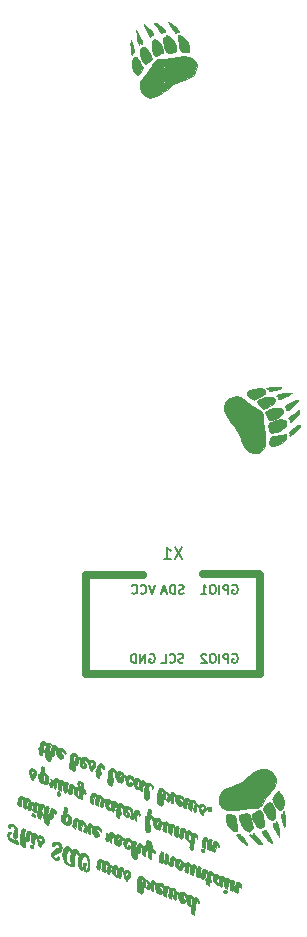
<source format=gbo>
G04 #@! TF.GenerationSoftware,KiCad,Pcbnew,(5.0.0)*
G04 #@! TF.CreationDate,2019-05-25T20:32:28-06:00*
G04 #@! TF.ProjectId,04-H+H_sao,30342D482B485F73616F2E6B69636164,rev?*
G04 #@! TF.SameCoordinates,Original*
G04 #@! TF.FileFunction,Legend,Bot*
G04 #@! TF.FilePolarity,Positive*
%FSLAX46Y46*%
G04 Gerber Fmt 4.6, Leading zero omitted, Abs format (unit mm)*
G04 Created by KiCad (PCBNEW (5.0.0)) date 05/25/19 20:32:28*
%MOMM*%
%LPD*%
G01*
G04 APERTURE LIST*
%ADD10C,0.700000*%
%ADD11C,0.010000*%
%ADD12C,0.150000*%
%ADD13C,7.800000*%
%ADD14C,2.127200*%
%ADD15O,2.127200X2.127200*%
%ADD16R,2.127200X2.127200*%
%ADD17C,1.094531*%
G04 APERTURE END LIST*
D10*
G04 #@! TO.C,X1*
X143510000Y-114681000D02*
X138684000Y-114681000D01*
X153329640Y-114630200D02*
X148590000Y-114630200D01*
X138684000Y-114681000D02*
X138684000Y-123063000D01*
X138684000Y-123063000D02*
X153416000Y-123063000D01*
X153416000Y-123063000D02*
X153416000Y-114681000D01*
D11*
G04 #@! TO.C,G\002A\002A\002A*
G36*
X143417549Y-140152245D02*
X143432993Y-140158749D01*
X143524558Y-140230314D01*
X143602745Y-140338583D01*
X143607833Y-140348801D01*
X143685026Y-140459241D01*
X143787900Y-140502890D01*
X143792291Y-140503433D01*
X143871504Y-140526808D01*
X143937396Y-140586478D01*
X144002299Y-140698084D01*
X144069992Y-140855700D01*
X144120641Y-140982700D01*
X144135975Y-140813904D01*
X144166141Y-140655905D01*
X144226587Y-140567992D01*
X144325914Y-140538404D01*
X144337611Y-140538200D01*
X144428387Y-140571634D01*
X144526630Y-140653735D01*
X144602429Y-140757201D01*
X144618525Y-140794607D01*
X144664224Y-140810478D01*
X144763808Y-140785354D01*
X144764275Y-140785177D01*
X144929305Y-140764527D01*
X145087323Y-140817594D01*
X145214152Y-140935187D01*
X145232117Y-140963029D01*
X145289473Y-141041274D01*
X145346586Y-141055160D01*
X145397481Y-141036836D01*
X145534333Y-141011935D01*
X145663926Y-141049020D01*
X145754557Y-141138193D01*
X145760524Y-141150177D01*
X145804730Y-141219271D01*
X145857595Y-141218489D01*
X145882947Y-141204285D01*
X145989419Y-141183105D01*
X146108061Y-141228546D01*
X146216734Y-141329822D01*
X146253044Y-141384585D01*
X146320422Y-141470695D01*
X146388255Y-141511163D01*
X146394067Y-141511599D01*
X146479252Y-141542148D01*
X146512245Y-141571243D01*
X146558610Y-141607218D01*
X146622572Y-141597634D01*
X146683702Y-141569669D01*
X146840639Y-141529947D01*
X146991807Y-141572409D01*
X147141328Y-141698253D01*
X147146814Y-141704446D01*
X147229230Y-141790634D01*
X147291251Y-141821836D01*
X147364709Y-141809704D01*
X147399826Y-141797069D01*
X147496903Y-141771123D01*
X147569512Y-141793452D01*
X147636056Y-141849177D01*
X147708856Y-141932561D01*
X147742978Y-142001170D01*
X147743334Y-142006079D01*
X147769562Y-142056876D01*
X147823282Y-142048469D01*
X147849167Y-142019867D01*
X147907725Y-141986681D01*
X147975213Y-141977534D01*
X148065927Y-142012779D01*
X148150746Y-142101557D01*
X148216583Y-142218434D01*
X148250352Y-142337974D01*
X148238968Y-142434741D01*
X148222406Y-142458016D01*
X148189265Y-142443484D01*
X148144902Y-142370452D01*
X148136672Y-142351839D01*
X148087420Y-142263838D01*
X148044011Y-142254143D01*
X148035080Y-142261520D01*
X148015624Y-142314091D01*
X147987382Y-142431132D01*
X147953836Y-142593342D01*
X147918470Y-142781417D01*
X147884768Y-142976057D01*
X147856214Y-143157959D01*
X147836290Y-143307820D01*
X147828481Y-143406284D01*
X147808451Y-143453754D01*
X147744591Y-143440364D01*
X147663191Y-143389871D01*
X147611396Y-143347034D01*
X147584758Y-143295315D01*
X147578728Y-143211443D01*
X147588756Y-143072149D01*
X147592835Y-143030037D01*
X147605951Y-142876905D01*
X147605304Y-142789590D01*
X147587685Y-142749903D01*
X147549888Y-142739656D01*
X147541609Y-142739534D01*
X147434894Y-142700826D01*
X147334029Y-142598586D01*
X147252092Y-142453640D01*
X147236868Y-142402775D01*
X147464721Y-142402775D01*
X147485477Y-142496557D01*
X147539783Y-142591577D01*
X147597730Y-142602390D01*
X147657177Y-142530650D01*
X147691202Y-142420723D01*
X147694030Y-142297840D01*
X147671286Y-142183669D01*
X147628597Y-142099877D01*
X147571590Y-142068128D01*
X147539729Y-142078384D01*
X147491946Y-142149340D01*
X147465458Y-142268921D01*
X147464721Y-142402775D01*
X147236868Y-142402775D01*
X147202158Y-142286814D01*
X147193000Y-142184342D01*
X147170852Y-142033818D01*
X147113279Y-141906881D01*
X147033585Y-141818859D01*
X146945077Y-141785074D01*
X146870230Y-141812574D01*
X146843558Y-141853922D01*
X146864562Y-141911875D01*
X146939096Y-142005277D01*
X147032120Y-142147578D01*
X147064496Y-142279403D01*
X147042063Y-142386240D01*
X146970662Y-142453579D01*
X146856133Y-142466909D01*
X146763830Y-142440782D01*
X146628346Y-142340694D01*
X146544927Y-142176458D01*
X146540038Y-142138975D01*
X146714381Y-142138975D01*
X146736509Y-142229687D01*
X146774579Y-142289934D01*
X146811642Y-142295255D01*
X146848751Y-142234752D01*
X146854334Y-142194793D01*
X146830116Y-142101137D01*
X146797408Y-142042865D01*
X146752607Y-141989371D01*
X146730632Y-142006742D01*
X146719059Y-142046936D01*
X146714381Y-142138975D01*
X146540038Y-142138975D01*
X146515685Y-141952288D01*
X146515667Y-141945769D01*
X146498422Y-141779257D01*
X146449898Y-141673372D01*
X146380200Y-141638867D01*
X146361367Y-141677080D01*
X146349071Y-141775336D01*
X146346334Y-141863609D01*
X146332905Y-142028150D01*
X146296769Y-142148175D01*
X146282805Y-142170526D01*
X146235795Y-142222703D01*
X146196716Y-142218645D01*
X146135750Y-142153851D01*
X146130396Y-142147521D01*
X146070150Y-142017797D01*
X146063199Y-141859413D01*
X146107919Y-141708146D01*
X146153340Y-141641622D01*
X146196218Y-141581513D01*
X146185693Y-141527229D01*
X146141556Y-141467529D01*
X146083515Y-141401479D01*
X146050486Y-141398782D01*
X146015273Y-141455322D01*
X145986970Y-141541573D01*
X145959202Y-141680429D01*
X145940132Y-141823200D01*
X145922072Y-141964722D01*
X145902420Y-142065445D01*
X145885424Y-142103593D01*
X145885404Y-142103592D01*
X145836738Y-142079647D01*
X145757708Y-142024392D01*
X145707606Y-141980670D01*
X145679528Y-141931188D01*
X145669752Y-141854656D01*
X145674555Y-141729780D01*
X145684368Y-141604958D01*
X145695380Y-141403267D01*
X145687861Y-141280476D01*
X145666055Y-141234880D01*
X145604557Y-141227669D01*
X145558380Y-141294459D01*
X145526076Y-141438769D01*
X145508948Y-141617084D01*
X145496061Y-141767556D01*
X145480513Y-141876472D01*
X145465248Y-141924436D01*
X145462245Y-141924896D01*
X145409310Y-141898067D01*
X145317734Y-141852158D01*
X145315156Y-141850870D01*
X145250963Y-141814977D01*
X145217088Y-141773327D01*
X145207196Y-141702881D01*
X145214953Y-141580604D01*
X145221684Y-141510948D01*
X145233476Y-141352390D01*
X145227343Y-141249358D01*
X145198863Y-141173794D01*
X145159706Y-141117670D01*
X145069246Y-141027335D01*
X144985923Y-141009813D01*
X144910139Y-141043364D01*
X144883325Y-141078600D01*
X144904420Y-141134931D01*
X144980368Y-141230290D01*
X144984222Y-141234689D01*
X145085121Y-141382121D01*
X145121606Y-141512018D01*
X145095209Y-141612328D01*
X145007464Y-141670997D01*
X144927401Y-141681200D01*
X144775110Y-141643115D01*
X144659210Y-141536167D01*
X144591460Y-141379622D01*
X144756139Y-141379622D01*
X144780976Y-141468221D01*
X144823714Y-141527429D01*
X144866791Y-141531721D01*
X144901703Y-141472704D01*
X144907000Y-141432793D01*
X144882801Y-141339647D01*
X144848865Y-141279211D01*
X144802966Y-141225238D01*
X144777762Y-141244557D01*
X144761853Y-141290687D01*
X144756139Y-141379622D01*
X144591460Y-141379622D01*
X144587864Y-141371315D01*
X144568334Y-141199210D01*
X144554360Y-141038551D01*
X144517242Y-140917168D01*
X144464185Y-140850428D01*
X144405422Y-140851731D01*
X144378439Y-140910180D01*
X144361386Y-141035413D01*
X144356667Y-141175699D01*
X144352202Y-141321068D01*
X144340461Y-141426127D01*
X144323920Y-141469374D01*
X144322800Y-141469534D01*
X144254309Y-141434445D01*
X144200269Y-141355091D01*
X144187334Y-141296917D01*
X144156944Y-141210070D01*
X144127102Y-141175912D01*
X144079035Y-141152899D01*
X144056090Y-141201608D01*
X144053018Y-141220330D01*
X144014963Y-141311748D01*
X143946099Y-141326058D01*
X143874747Y-141277900D01*
X143814701Y-141164544D01*
X143820120Y-141035038D01*
X143876119Y-140940129D01*
X143918330Y-140887576D01*
X143920776Y-140831742D01*
X143883324Y-140739209D01*
X143875258Y-140722198D01*
X143811561Y-140617828D01*
X143761037Y-140595937D01*
X143725548Y-140655096D01*
X143706954Y-140793876D01*
X143704910Y-140852951D01*
X143695147Y-141007799D01*
X143668917Y-141099603D01*
X143623937Y-141147226D01*
X143554071Y-141169192D01*
X143492074Y-141123704D01*
X143480659Y-141109700D01*
X143433311Y-141052303D01*
X143427449Y-141061335D01*
X143442803Y-141107786D01*
X143484850Y-141277485D01*
X143496854Y-141441457D01*
X143477985Y-141570552D01*
X143457171Y-141612305D01*
X143380647Y-141665798D01*
X143278397Y-141648724D01*
X143142770Y-141559590D01*
X143129000Y-141548262D01*
X143075461Y-141495174D01*
X143042483Y-141430893D01*
X143024082Y-141333305D01*
X143015465Y-141198804D01*
X143286496Y-141198804D01*
X143287099Y-141292946D01*
X143300215Y-141398639D01*
X143321907Y-141482539D01*
X143345113Y-141511867D01*
X143379537Y-141477901D01*
X143383000Y-141453659D01*
X143374004Y-141352357D01*
X143352207Y-141248452D01*
X143325396Y-141171304D01*
X143302342Y-141149556D01*
X143286496Y-141198804D01*
X143015465Y-141198804D01*
X143014279Y-141180294D01*
X143011965Y-141115535D01*
X143016454Y-140805278D01*
X143033712Y-140671510D01*
X143328255Y-140671510D01*
X143334759Y-140804142D01*
X143351999Y-140871834D01*
X143404167Y-141016838D01*
X143427693Y-140844683D01*
X143454914Y-140719397D01*
X143492904Y-140624643D01*
X143502506Y-140610730D01*
X143532270Y-140529133D01*
X143511382Y-140450414D01*
X143450674Y-140411490D01*
X143443961Y-140411200D01*
X143388084Y-140448852D01*
X143347772Y-140544351D01*
X143328255Y-140671510D01*
X143033712Y-140671510D01*
X143049823Y-140546641D01*
X143109344Y-140345821D01*
X143192290Y-140209017D01*
X143295935Y-140142426D01*
X143417549Y-140152245D01*
X143417549Y-140152245D01*
G37*
X143417549Y-140152245D02*
X143432993Y-140158749D01*
X143524558Y-140230314D01*
X143602745Y-140338583D01*
X143607833Y-140348801D01*
X143685026Y-140459241D01*
X143787900Y-140502890D01*
X143792291Y-140503433D01*
X143871504Y-140526808D01*
X143937396Y-140586478D01*
X144002299Y-140698084D01*
X144069992Y-140855700D01*
X144120641Y-140982700D01*
X144135975Y-140813904D01*
X144166141Y-140655905D01*
X144226587Y-140567992D01*
X144325914Y-140538404D01*
X144337611Y-140538200D01*
X144428387Y-140571634D01*
X144526630Y-140653735D01*
X144602429Y-140757201D01*
X144618525Y-140794607D01*
X144664224Y-140810478D01*
X144763808Y-140785354D01*
X144764275Y-140785177D01*
X144929305Y-140764527D01*
X145087323Y-140817594D01*
X145214152Y-140935187D01*
X145232117Y-140963029D01*
X145289473Y-141041274D01*
X145346586Y-141055160D01*
X145397481Y-141036836D01*
X145534333Y-141011935D01*
X145663926Y-141049020D01*
X145754557Y-141138193D01*
X145760524Y-141150177D01*
X145804730Y-141219271D01*
X145857595Y-141218489D01*
X145882947Y-141204285D01*
X145989419Y-141183105D01*
X146108061Y-141228546D01*
X146216734Y-141329822D01*
X146253044Y-141384585D01*
X146320422Y-141470695D01*
X146388255Y-141511163D01*
X146394067Y-141511599D01*
X146479252Y-141542148D01*
X146512245Y-141571243D01*
X146558610Y-141607218D01*
X146622572Y-141597634D01*
X146683702Y-141569669D01*
X146840639Y-141529947D01*
X146991807Y-141572409D01*
X147141328Y-141698253D01*
X147146814Y-141704446D01*
X147229230Y-141790634D01*
X147291251Y-141821836D01*
X147364709Y-141809704D01*
X147399826Y-141797069D01*
X147496903Y-141771123D01*
X147569512Y-141793452D01*
X147636056Y-141849177D01*
X147708856Y-141932561D01*
X147742978Y-142001170D01*
X147743334Y-142006079D01*
X147769562Y-142056876D01*
X147823282Y-142048469D01*
X147849167Y-142019867D01*
X147907725Y-141986681D01*
X147975213Y-141977534D01*
X148065927Y-142012779D01*
X148150746Y-142101557D01*
X148216583Y-142218434D01*
X148250352Y-142337974D01*
X148238968Y-142434741D01*
X148222406Y-142458016D01*
X148189265Y-142443484D01*
X148144902Y-142370452D01*
X148136672Y-142351839D01*
X148087420Y-142263838D01*
X148044011Y-142254143D01*
X148035080Y-142261520D01*
X148015624Y-142314091D01*
X147987382Y-142431132D01*
X147953836Y-142593342D01*
X147918470Y-142781417D01*
X147884768Y-142976057D01*
X147856214Y-143157959D01*
X147836290Y-143307820D01*
X147828481Y-143406284D01*
X147808451Y-143453754D01*
X147744591Y-143440364D01*
X147663191Y-143389871D01*
X147611396Y-143347034D01*
X147584758Y-143295315D01*
X147578728Y-143211443D01*
X147588756Y-143072149D01*
X147592835Y-143030037D01*
X147605951Y-142876905D01*
X147605304Y-142789590D01*
X147587685Y-142749903D01*
X147549888Y-142739656D01*
X147541609Y-142739534D01*
X147434894Y-142700826D01*
X147334029Y-142598586D01*
X147252092Y-142453640D01*
X147236868Y-142402775D01*
X147464721Y-142402775D01*
X147485477Y-142496557D01*
X147539783Y-142591577D01*
X147597730Y-142602390D01*
X147657177Y-142530650D01*
X147691202Y-142420723D01*
X147694030Y-142297840D01*
X147671286Y-142183669D01*
X147628597Y-142099877D01*
X147571590Y-142068128D01*
X147539729Y-142078384D01*
X147491946Y-142149340D01*
X147465458Y-142268921D01*
X147464721Y-142402775D01*
X147236868Y-142402775D01*
X147202158Y-142286814D01*
X147193000Y-142184342D01*
X147170852Y-142033818D01*
X147113279Y-141906881D01*
X147033585Y-141818859D01*
X146945077Y-141785074D01*
X146870230Y-141812574D01*
X146843558Y-141853922D01*
X146864562Y-141911875D01*
X146939096Y-142005277D01*
X147032120Y-142147578D01*
X147064496Y-142279403D01*
X147042063Y-142386240D01*
X146970662Y-142453579D01*
X146856133Y-142466909D01*
X146763830Y-142440782D01*
X146628346Y-142340694D01*
X146544927Y-142176458D01*
X146540038Y-142138975D01*
X146714381Y-142138975D01*
X146736509Y-142229687D01*
X146774579Y-142289934D01*
X146811642Y-142295255D01*
X146848751Y-142234752D01*
X146854334Y-142194793D01*
X146830116Y-142101137D01*
X146797408Y-142042865D01*
X146752607Y-141989371D01*
X146730632Y-142006742D01*
X146719059Y-142046936D01*
X146714381Y-142138975D01*
X146540038Y-142138975D01*
X146515685Y-141952288D01*
X146515667Y-141945769D01*
X146498422Y-141779257D01*
X146449898Y-141673372D01*
X146380200Y-141638867D01*
X146361367Y-141677080D01*
X146349071Y-141775336D01*
X146346334Y-141863609D01*
X146332905Y-142028150D01*
X146296769Y-142148175D01*
X146282805Y-142170526D01*
X146235795Y-142222703D01*
X146196716Y-142218645D01*
X146135750Y-142153851D01*
X146130396Y-142147521D01*
X146070150Y-142017797D01*
X146063199Y-141859413D01*
X146107919Y-141708146D01*
X146153340Y-141641622D01*
X146196218Y-141581513D01*
X146185693Y-141527229D01*
X146141556Y-141467529D01*
X146083515Y-141401479D01*
X146050486Y-141398782D01*
X146015273Y-141455322D01*
X145986970Y-141541573D01*
X145959202Y-141680429D01*
X145940132Y-141823200D01*
X145922072Y-141964722D01*
X145902420Y-142065445D01*
X145885424Y-142103593D01*
X145885404Y-142103592D01*
X145836738Y-142079647D01*
X145757708Y-142024392D01*
X145707606Y-141980670D01*
X145679528Y-141931188D01*
X145669752Y-141854656D01*
X145674555Y-141729780D01*
X145684368Y-141604958D01*
X145695380Y-141403267D01*
X145687861Y-141280476D01*
X145666055Y-141234880D01*
X145604557Y-141227669D01*
X145558380Y-141294459D01*
X145526076Y-141438769D01*
X145508948Y-141617084D01*
X145496061Y-141767556D01*
X145480513Y-141876472D01*
X145465248Y-141924436D01*
X145462245Y-141924896D01*
X145409310Y-141898067D01*
X145317734Y-141852158D01*
X145315156Y-141850870D01*
X145250963Y-141814977D01*
X145217088Y-141773327D01*
X145207196Y-141702881D01*
X145214953Y-141580604D01*
X145221684Y-141510948D01*
X145233476Y-141352390D01*
X145227343Y-141249358D01*
X145198863Y-141173794D01*
X145159706Y-141117670D01*
X145069246Y-141027335D01*
X144985923Y-141009813D01*
X144910139Y-141043364D01*
X144883325Y-141078600D01*
X144904420Y-141134931D01*
X144980368Y-141230290D01*
X144984222Y-141234689D01*
X145085121Y-141382121D01*
X145121606Y-141512018D01*
X145095209Y-141612328D01*
X145007464Y-141670997D01*
X144927401Y-141681200D01*
X144775110Y-141643115D01*
X144659210Y-141536167D01*
X144591460Y-141379622D01*
X144756139Y-141379622D01*
X144780976Y-141468221D01*
X144823714Y-141527429D01*
X144866791Y-141531721D01*
X144901703Y-141472704D01*
X144907000Y-141432793D01*
X144882801Y-141339647D01*
X144848865Y-141279211D01*
X144802966Y-141225238D01*
X144777762Y-141244557D01*
X144761853Y-141290687D01*
X144756139Y-141379622D01*
X144591460Y-141379622D01*
X144587864Y-141371315D01*
X144568334Y-141199210D01*
X144554360Y-141038551D01*
X144517242Y-140917168D01*
X144464185Y-140850428D01*
X144405422Y-140851731D01*
X144378439Y-140910180D01*
X144361386Y-141035413D01*
X144356667Y-141175699D01*
X144352202Y-141321068D01*
X144340461Y-141426127D01*
X144323920Y-141469374D01*
X144322800Y-141469534D01*
X144254309Y-141434445D01*
X144200269Y-141355091D01*
X144187334Y-141296917D01*
X144156944Y-141210070D01*
X144127102Y-141175912D01*
X144079035Y-141152899D01*
X144056090Y-141201608D01*
X144053018Y-141220330D01*
X144014963Y-141311748D01*
X143946099Y-141326058D01*
X143874747Y-141277900D01*
X143814701Y-141164544D01*
X143820120Y-141035038D01*
X143876119Y-140940129D01*
X143918330Y-140887576D01*
X143920776Y-140831742D01*
X143883324Y-140739209D01*
X143875258Y-140722198D01*
X143811561Y-140617828D01*
X143761037Y-140595937D01*
X143725548Y-140655096D01*
X143706954Y-140793876D01*
X143704910Y-140852951D01*
X143695147Y-141007799D01*
X143668917Y-141099603D01*
X143623937Y-141147226D01*
X143554071Y-141169192D01*
X143492074Y-141123704D01*
X143480659Y-141109700D01*
X143433311Y-141052303D01*
X143427449Y-141061335D01*
X143442803Y-141107786D01*
X143484850Y-141277485D01*
X143496854Y-141441457D01*
X143477985Y-141570552D01*
X143457171Y-141612305D01*
X143380647Y-141665798D01*
X143278397Y-141648724D01*
X143142770Y-141559590D01*
X143129000Y-141548262D01*
X143075461Y-141495174D01*
X143042483Y-141430893D01*
X143024082Y-141333305D01*
X143015465Y-141198804D01*
X143286496Y-141198804D01*
X143287099Y-141292946D01*
X143300215Y-141398639D01*
X143321907Y-141482539D01*
X143345113Y-141511867D01*
X143379537Y-141477901D01*
X143383000Y-141453659D01*
X143374004Y-141352357D01*
X143352207Y-141248452D01*
X143325396Y-141171304D01*
X143302342Y-141149556D01*
X143286496Y-141198804D01*
X143015465Y-141198804D01*
X143014279Y-141180294D01*
X143011965Y-141115535D01*
X143016454Y-140805278D01*
X143033712Y-140671510D01*
X143328255Y-140671510D01*
X143334759Y-140804142D01*
X143351999Y-140871834D01*
X143404167Y-141016838D01*
X143427693Y-140844683D01*
X143454914Y-140719397D01*
X143492904Y-140624643D01*
X143502506Y-140610730D01*
X143532270Y-140529133D01*
X143511382Y-140450414D01*
X143450674Y-140411490D01*
X143443961Y-140411200D01*
X143388084Y-140448852D01*
X143347772Y-140544351D01*
X143328255Y-140671510D01*
X143033712Y-140671510D01*
X143049823Y-140546641D01*
X143109344Y-140345821D01*
X143192290Y-140209017D01*
X143295935Y-140142426D01*
X143417549Y-140152245D01*
G36*
X150450816Y-141332998D02*
X150565338Y-141376047D01*
X150612888Y-141470308D01*
X150611659Y-141529718D01*
X150586125Y-141598594D01*
X150520834Y-141620403D01*
X150418478Y-141608365D01*
X150350787Y-141580560D01*
X150330676Y-141514594D01*
X150333811Y-141455686D01*
X150352778Y-141362847D01*
X150398830Y-141331548D01*
X150450816Y-141332998D01*
X150450816Y-141332998D01*
G37*
X150450816Y-141332998D02*
X150565338Y-141376047D01*
X150612888Y-141470308D01*
X150611659Y-141529718D01*
X150586125Y-141598594D01*
X150520834Y-141620403D01*
X150418478Y-141608365D01*
X150350787Y-141580560D01*
X150330676Y-141514594D01*
X150333811Y-141455686D01*
X150352778Y-141362847D01*
X150398830Y-141331548D01*
X150450816Y-141332998D01*
G36*
X145113806Y-138122564D02*
X145149578Y-138146708D01*
X145202443Y-138193519D01*
X145226620Y-138253580D01*
X145227879Y-138353044D01*
X145218373Y-138458581D01*
X145212813Y-138668933D01*
X145246692Y-138804450D01*
X145287416Y-138873002D01*
X145311217Y-138869896D01*
X145332744Y-138818414D01*
X145355880Y-138728502D01*
X145380793Y-138590877D01*
X145394807Y-138491899D01*
X145415441Y-138362499D01*
X145437871Y-138275466D01*
X145452792Y-138252200D01*
X145504512Y-138274125D01*
X145579744Y-138321484D01*
X145638353Y-138373668D01*
X145663347Y-138440334D01*
X145662795Y-138550770D01*
X145658011Y-138605673D01*
X145654861Y-138765774D01*
X145673146Y-138908935D01*
X145707991Y-139013136D01*
X145754524Y-139056359D01*
X145757808Y-139056534D01*
X145781888Y-139019008D01*
X145795122Y-138925441D01*
X145796000Y-138889956D01*
X145816285Y-138687172D01*
X145871873Y-138550539D01*
X145954868Y-138484112D01*
X146057373Y-138491946D01*
X146171491Y-138578098D01*
X146238110Y-138662922D01*
X146307464Y-138746911D01*
X146356207Y-138770829D01*
X146365510Y-138763421D01*
X146435349Y-138721608D01*
X146545884Y-138719027D01*
X146665147Y-138751454D01*
X146761169Y-138814665D01*
X146762288Y-138815845D01*
X146827076Y-138899433D01*
X146854331Y-138963648D01*
X146854334Y-138964012D01*
X146889462Y-139005601D01*
X146933817Y-139014200D01*
X147026377Y-139044943D01*
X147068220Y-139080375D01*
X147115672Y-139124740D01*
X147149088Y-139099326D01*
X147160174Y-139080375D01*
X147235171Y-139020721D01*
X147341549Y-139015262D01*
X147449385Y-139059794D01*
X147517878Y-139130617D01*
X147570616Y-139214731D01*
X147599333Y-139260183D01*
X147599895Y-139261047D01*
X147638946Y-139254606D01*
X147698974Y-139226951D01*
X147817249Y-139196796D01*
X147922769Y-139244504D01*
X148022634Y-139373400D01*
X148026692Y-139380433D01*
X148082949Y-139472987D01*
X148114529Y-139498664D01*
X148136246Y-139465480D01*
X148143551Y-139443674D01*
X148178257Y-139370359D01*
X148229566Y-139361660D01*
X148319934Y-139414116D01*
X148322713Y-139416058D01*
X148380830Y-139469847D01*
X148390569Y-139536210D01*
X148368847Y-139622889D01*
X148348690Y-139746851D01*
X148350995Y-139886232D01*
X148372511Y-140009687D01*
X148409987Y-140085876D01*
X148417489Y-140091736D01*
X148441725Y-140066454D01*
X148466812Y-139978014D01*
X148482025Y-139884517D01*
X148508330Y-139747081D01*
X148544867Y-139642174D01*
X148569179Y-139606580D01*
X148673174Y-139568926D01*
X148789096Y-139601728D01*
X148894804Y-139697932D01*
X148906102Y-139713922D01*
X148970071Y-139796368D01*
X149024084Y-139817172D01*
X149091047Y-139792904D01*
X149228119Y-139761237D01*
X149348835Y-139811995D01*
X149447571Y-139933342D01*
X149514390Y-140025651D01*
X149564190Y-140042607D01*
X149577905Y-140032895D01*
X149679536Y-139982785D01*
X149797063Y-139999001D01*
X149908804Y-140072000D01*
X149993077Y-140192237D01*
X150004579Y-140220700D01*
X150031958Y-140279079D01*
X150059785Y-140259938D01*
X150076617Y-140231284D01*
X150153413Y-140162502D01*
X150252915Y-140162248D01*
X150354812Y-140226124D01*
X150415513Y-140304639D01*
X150474525Y-140395315D01*
X150515826Y-140421566D01*
X150559902Y-140394526D01*
X150567390Y-140387191D01*
X150658778Y-140336667D01*
X150753888Y-140367428D01*
X150856363Y-140480748D01*
X150863244Y-140490822D01*
X150927451Y-140575978D01*
X150965276Y-140594077D01*
X150985679Y-140564612D01*
X151040872Y-140503329D01*
X151129296Y-140519743D01*
X151181164Y-140553515D01*
X151225724Y-140602932D01*
X151229611Y-140672083D01*
X151206014Y-140763173D01*
X151180122Y-140909616D01*
X151202136Y-141061728D01*
X151211552Y-141094830D01*
X151254472Y-141198574D01*
X151293091Y-141221855D01*
X151322862Y-141168875D01*
X151339239Y-141043838D01*
X151341019Y-140975141D01*
X151363280Y-140827069D01*
X151420856Y-140717067D01*
X151501693Y-140666387D01*
X151516807Y-140665200D01*
X151622960Y-140702485D01*
X151726753Y-140796998D01*
X151810341Y-140922729D01*
X151855881Y-141053669D01*
X151850603Y-141151753D01*
X151826753Y-141199057D01*
X151799002Y-141186025D01*
X151752135Y-141104570D01*
X151748446Y-141097453D01*
X151685650Y-141003363D01*
X151638407Y-140991539D01*
X151608033Y-141060784D01*
X151595847Y-141209902D01*
X151595667Y-141236175D01*
X151578140Y-141418596D01*
X151529114Y-141537738D01*
X151453918Y-141587361D01*
X151357882Y-141561221D01*
X151333129Y-141543617D01*
X151266146Y-141468248D01*
X151204185Y-141368075D01*
X151142295Y-141245450D01*
X151114078Y-141357876D01*
X151089185Y-141433813D01*
X151051266Y-141442887D01*
X150980931Y-141401549D01*
X150923201Y-141354501D01*
X150891530Y-141292937D01*
X150878340Y-141192175D01*
X150876000Y-141059715D01*
X150867444Y-140884657D01*
X150844557Y-140748483D01*
X150811508Y-140663817D01*
X150772469Y-140643285D01*
X150746831Y-140668710D01*
X150723843Y-140739204D01*
X150699804Y-140864650D01*
X150682950Y-140991929D01*
X150664203Y-141129220D01*
X150643362Y-141225267D01*
X150626488Y-141257867D01*
X150574652Y-141235963D01*
X150501863Y-141190176D01*
X150447996Y-141142045D01*
X150420622Y-141077867D01*
X150413112Y-140972298D01*
X150416046Y-140862092D01*
X150412999Y-140697983D01*
X150392708Y-140562255D01*
X150360102Y-140468892D01*
X150320109Y-140431879D01*
X150277658Y-140465200D01*
X150276731Y-140466835D01*
X150252764Y-140543583D01*
X150228855Y-140674683D01*
X150212221Y-140812271D01*
X150194981Y-140952592D01*
X150174865Y-141052036D01*
X150156773Y-141088534D01*
X150109377Y-141060422D01*
X150049959Y-141003268D01*
X149955389Y-140941759D01*
X149893158Y-140943279D01*
X149802081Y-140939607D01*
X149705801Y-140897974D01*
X149617693Y-140809352D01*
X149535687Y-140677086D01*
X149474220Y-140531848D01*
X149468971Y-140506573D01*
X149735082Y-140506573D01*
X149741476Y-140643529D01*
X149765243Y-140751256D01*
X149785351Y-140785284D01*
X149844884Y-140805108D01*
X149897753Y-140755612D01*
X149934101Y-140652081D01*
X149944667Y-140538200D01*
X149927535Y-140410814D01*
X149885899Y-140308323D01*
X149881971Y-140302875D01*
X149830053Y-140248679D01*
X149792707Y-140262571D01*
X149776786Y-140284200D01*
X149746653Y-140375194D01*
X149735082Y-140506573D01*
X149468971Y-140506573D01*
X149447729Y-140404309D01*
X149451727Y-140358180D01*
X149449601Y-140268639D01*
X149415974Y-140162449D01*
X149365174Y-140072196D01*
X149311526Y-140030466D01*
X149307532Y-140030200D01*
X149252315Y-140067376D01*
X149212390Y-140159938D01*
X149191202Y-140279439D01*
X149192196Y-140397432D01*
X149218818Y-140485468D01*
X149249136Y-140512315D01*
X149297936Y-140563970D01*
X149302618Y-140638880D01*
X149269336Y-140700899D01*
X149214417Y-140716261D01*
X149166578Y-140723419D01*
X149144829Y-140779114D01*
X149140334Y-140879168D01*
X149140334Y-141054515D01*
X149004157Y-140968293D01*
X148915848Y-140901583D01*
X148880673Y-140829094D01*
X148880228Y-140712442D01*
X148880394Y-140710136D01*
X148878488Y-140596113D01*
X148855570Y-140540617D01*
X148847237Y-140538200D01*
X148808247Y-140506570D01*
X148806232Y-140434532D01*
X148838289Y-140356365D01*
X148865167Y-140326534D01*
X148910331Y-140247880D01*
X148925925Y-140131452D01*
X148915425Y-140004408D01*
X148882304Y-139893908D01*
X148830038Y-139827109D01*
X148800177Y-139818534D01*
X148776747Y-139856581D01*
X148761974Y-139953738D01*
X148759334Y-140027444D01*
X148742997Y-140237506D01*
X148697414Y-140377781D01*
X148627725Y-140445029D01*
X148539071Y-140436012D01*
X148436590Y-140347492D01*
X148378526Y-140267386D01*
X148313882Y-140169726D01*
X148280957Y-140137410D01*
X148266056Y-140164330D01*
X148259139Y-140214120D01*
X148245873Y-140286963D01*
X148213849Y-140302848D01*
X148137414Y-140269760D01*
X148115942Y-140258694D01*
X148044067Y-140217356D01*
X148007928Y-140172066D01*
X147999187Y-140097372D01*
X148009505Y-139967822D01*
X148012189Y-139942005D01*
X148017791Y-139767900D01*
X147999276Y-139623202D01*
X147961091Y-139524934D01*
X147907683Y-139490117D01*
X147894789Y-139492513D01*
X147867039Y-139538873D01*
X147837338Y-139646652D01*
X147811911Y-139792997D01*
X147810914Y-139800526D01*
X147790495Y-139947770D01*
X147773004Y-140057509D01*
X147762068Y-140107080D01*
X147761740Y-140107596D01*
X147721249Y-140100009D01*
X147638335Y-140062545D01*
X147634285Y-140060435D01*
X147572939Y-140023087D01*
X147538928Y-139976907D01*
X147525326Y-139899145D01*
X147525207Y-139767056D01*
X147526940Y-139707872D01*
X147523573Y-139506490D01*
X147497248Y-139375734D01*
X147473859Y-139331767D01*
X147417711Y-139276057D01*
X147377882Y-139291242D01*
X147349788Y-139382460D01*
X147335433Y-139486954D01*
X147317378Y-139640431D01*
X147298031Y-139785435D01*
X147294528Y-139809085D01*
X147273405Y-139947802D01*
X147144121Y-139872585D01*
X147072194Y-139826114D01*
X147036319Y-139777068D01*
X147027962Y-139699031D01*
X147038590Y-139565584D01*
X147040119Y-139550607D01*
X147046065Y-139382408D01*
X147030490Y-139252745D01*
X147000029Y-139170050D01*
X146961319Y-139142752D01*
X146920996Y-139179283D01*
X146885697Y-139288071D01*
X146876129Y-139342284D01*
X146842026Y-139521046D01*
X146799050Y-139627964D01*
X146737703Y-139675856D01*
X146648488Y-139677543D01*
X146630215Y-139674226D01*
X146460467Y-139599964D01*
X146328268Y-139463048D01*
X146245840Y-139281614D01*
X146245525Y-139278408D01*
X146488051Y-139278408D01*
X146489703Y-139402106D01*
X146494168Y-139423115D01*
X146515805Y-139493251D01*
X146533250Y-139501015D01*
X146554043Y-139438910D01*
X146576541Y-139341207D01*
X146625488Y-139221913D01*
X146682659Y-139143541D01*
X146735516Y-139073593D01*
X146724351Y-139012622D01*
X146709171Y-138989983D01*
X146647702Y-138943264D01*
X146607922Y-138946010D01*
X146555151Y-139016850D01*
X146512530Y-139138820D01*
X146488051Y-139278408D01*
X146245525Y-139278408D01*
X146225404Y-139073796D01*
X146225421Y-139073543D01*
X146220723Y-138947650D01*
X146195013Y-138836759D01*
X146156342Y-138769070D01*
X146135971Y-138760200D01*
X146112817Y-138798523D01*
X146088459Y-138898052D01*
X146071530Y-139011072D01*
X146030387Y-139200715D01*
X145964399Y-139324481D01*
X145882668Y-139378568D01*
X145794296Y-139359172D01*
X145708385Y-139262490D01*
X145667495Y-139179900D01*
X145626995Y-139094704D01*
X145595739Y-139079279D01*
X145559290Y-139118176D01*
X145475121Y-139177486D01*
X145375322Y-139162311D01*
X145273525Y-139077618D01*
X145215758Y-138993034D01*
X145120060Y-138823700D01*
X145119363Y-138959315D01*
X145118667Y-139094929D01*
X144987829Y-139022815D01*
X144916866Y-138979750D01*
X144879887Y-138933871D01*
X144868971Y-138860346D01*
X144876195Y-138734342D01*
X144880406Y-138686090D01*
X144906145Y-138510659D01*
X144947496Y-138340438D01*
X144979493Y-138250702D01*
X145028942Y-138147023D01*
X145066708Y-138108594D01*
X145113806Y-138122564D01*
X145113806Y-138122564D01*
G37*
X145113806Y-138122564D02*
X145149578Y-138146708D01*
X145202443Y-138193519D01*
X145226620Y-138253580D01*
X145227879Y-138353044D01*
X145218373Y-138458581D01*
X145212813Y-138668933D01*
X145246692Y-138804450D01*
X145287416Y-138873002D01*
X145311217Y-138869896D01*
X145332744Y-138818414D01*
X145355880Y-138728502D01*
X145380793Y-138590877D01*
X145394807Y-138491899D01*
X145415441Y-138362499D01*
X145437871Y-138275466D01*
X145452792Y-138252200D01*
X145504512Y-138274125D01*
X145579744Y-138321484D01*
X145638353Y-138373668D01*
X145663347Y-138440334D01*
X145662795Y-138550770D01*
X145658011Y-138605673D01*
X145654861Y-138765774D01*
X145673146Y-138908935D01*
X145707991Y-139013136D01*
X145754524Y-139056359D01*
X145757808Y-139056534D01*
X145781888Y-139019008D01*
X145795122Y-138925441D01*
X145796000Y-138889956D01*
X145816285Y-138687172D01*
X145871873Y-138550539D01*
X145954868Y-138484112D01*
X146057373Y-138491946D01*
X146171491Y-138578098D01*
X146238110Y-138662922D01*
X146307464Y-138746911D01*
X146356207Y-138770829D01*
X146365510Y-138763421D01*
X146435349Y-138721608D01*
X146545884Y-138719027D01*
X146665147Y-138751454D01*
X146761169Y-138814665D01*
X146762288Y-138815845D01*
X146827076Y-138899433D01*
X146854331Y-138963648D01*
X146854334Y-138964012D01*
X146889462Y-139005601D01*
X146933817Y-139014200D01*
X147026377Y-139044943D01*
X147068220Y-139080375D01*
X147115672Y-139124740D01*
X147149088Y-139099326D01*
X147160174Y-139080375D01*
X147235171Y-139020721D01*
X147341549Y-139015262D01*
X147449385Y-139059794D01*
X147517878Y-139130617D01*
X147570616Y-139214731D01*
X147599333Y-139260183D01*
X147599895Y-139261047D01*
X147638946Y-139254606D01*
X147698974Y-139226951D01*
X147817249Y-139196796D01*
X147922769Y-139244504D01*
X148022634Y-139373400D01*
X148026692Y-139380433D01*
X148082949Y-139472987D01*
X148114529Y-139498664D01*
X148136246Y-139465480D01*
X148143551Y-139443674D01*
X148178257Y-139370359D01*
X148229566Y-139361660D01*
X148319934Y-139414116D01*
X148322713Y-139416058D01*
X148380830Y-139469847D01*
X148390569Y-139536210D01*
X148368847Y-139622889D01*
X148348690Y-139746851D01*
X148350995Y-139886232D01*
X148372511Y-140009687D01*
X148409987Y-140085876D01*
X148417489Y-140091736D01*
X148441725Y-140066454D01*
X148466812Y-139978014D01*
X148482025Y-139884517D01*
X148508330Y-139747081D01*
X148544867Y-139642174D01*
X148569179Y-139606580D01*
X148673174Y-139568926D01*
X148789096Y-139601728D01*
X148894804Y-139697932D01*
X148906102Y-139713922D01*
X148970071Y-139796368D01*
X149024084Y-139817172D01*
X149091047Y-139792904D01*
X149228119Y-139761237D01*
X149348835Y-139811995D01*
X149447571Y-139933342D01*
X149514390Y-140025651D01*
X149564190Y-140042607D01*
X149577905Y-140032895D01*
X149679536Y-139982785D01*
X149797063Y-139999001D01*
X149908804Y-140072000D01*
X149993077Y-140192237D01*
X150004579Y-140220700D01*
X150031958Y-140279079D01*
X150059785Y-140259938D01*
X150076617Y-140231284D01*
X150153413Y-140162502D01*
X150252915Y-140162248D01*
X150354812Y-140226124D01*
X150415513Y-140304639D01*
X150474525Y-140395315D01*
X150515826Y-140421566D01*
X150559902Y-140394526D01*
X150567390Y-140387191D01*
X150658778Y-140336667D01*
X150753888Y-140367428D01*
X150856363Y-140480748D01*
X150863244Y-140490822D01*
X150927451Y-140575978D01*
X150965276Y-140594077D01*
X150985679Y-140564612D01*
X151040872Y-140503329D01*
X151129296Y-140519743D01*
X151181164Y-140553515D01*
X151225724Y-140602932D01*
X151229611Y-140672083D01*
X151206014Y-140763173D01*
X151180122Y-140909616D01*
X151202136Y-141061728D01*
X151211552Y-141094830D01*
X151254472Y-141198574D01*
X151293091Y-141221855D01*
X151322862Y-141168875D01*
X151339239Y-141043838D01*
X151341019Y-140975141D01*
X151363280Y-140827069D01*
X151420856Y-140717067D01*
X151501693Y-140666387D01*
X151516807Y-140665200D01*
X151622960Y-140702485D01*
X151726753Y-140796998D01*
X151810341Y-140922729D01*
X151855881Y-141053669D01*
X151850603Y-141151753D01*
X151826753Y-141199057D01*
X151799002Y-141186025D01*
X151752135Y-141104570D01*
X151748446Y-141097453D01*
X151685650Y-141003363D01*
X151638407Y-140991539D01*
X151608033Y-141060784D01*
X151595847Y-141209902D01*
X151595667Y-141236175D01*
X151578140Y-141418596D01*
X151529114Y-141537738D01*
X151453918Y-141587361D01*
X151357882Y-141561221D01*
X151333129Y-141543617D01*
X151266146Y-141468248D01*
X151204185Y-141368075D01*
X151142295Y-141245450D01*
X151114078Y-141357876D01*
X151089185Y-141433813D01*
X151051266Y-141442887D01*
X150980931Y-141401549D01*
X150923201Y-141354501D01*
X150891530Y-141292937D01*
X150878340Y-141192175D01*
X150876000Y-141059715D01*
X150867444Y-140884657D01*
X150844557Y-140748483D01*
X150811508Y-140663817D01*
X150772469Y-140643285D01*
X150746831Y-140668710D01*
X150723843Y-140739204D01*
X150699804Y-140864650D01*
X150682950Y-140991929D01*
X150664203Y-141129220D01*
X150643362Y-141225267D01*
X150626488Y-141257867D01*
X150574652Y-141235963D01*
X150501863Y-141190176D01*
X150447996Y-141142045D01*
X150420622Y-141077867D01*
X150413112Y-140972298D01*
X150416046Y-140862092D01*
X150412999Y-140697983D01*
X150392708Y-140562255D01*
X150360102Y-140468892D01*
X150320109Y-140431879D01*
X150277658Y-140465200D01*
X150276731Y-140466835D01*
X150252764Y-140543583D01*
X150228855Y-140674683D01*
X150212221Y-140812271D01*
X150194981Y-140952592D01*
X150174865Y-141052036D01*
X150156773Y-141088534D01*
X150109377Y-141060422D01*
X150049959Y-141003268D01*
X149955389Y-140941759D01*
X149893158Y-140943279D01*
X149802081Y-140939607D01*
X149705801Y-140897974D01*
X149617693Y-140809352D01*
X149535687Y-140677086D01*
X149474220Y-140531848D01*
X149468971Y-140506573D01*
X149735082Y-140506573D01*
X149741476Y-140643529D01*
X149765243Y-140751256D01*
X149785351Y-140785284D01*
X149844884Y-140805108D01*
X149897753Y-140755612D01*
X149934101Y-140652081D01*
X149944667Y-140538200D01*
X149927535Y-140410814D01*
X149885899Y-140308323D01*
X149881971Y-140302875D01*
X149830053Y-140248679D01*
X149792707Y-140262571D01*
X149776786Y-140284200D01*
X149746653Y-140375194D01*
X149735082Y-140506573D01*
X149468971Y-140506573D01*
X149447729Y-140404309D01*
X149451727Y-140358180D01*
X149449601Y-140268639D01*
X149415974Y-140162449D01*
X149365174Y-140072196D01*
X149311526Y-140030466D01*
X149307532Y-140030200D01*
X149252315Y-140067376D01*
X149212390Y-140159938D01*
X149191202Y-140279439D01*
X149192196Y-140397432D01*
X149218818Y-140485468D01*
X149249136Y-140512315D01*
X149297936Y-140563970D01*
X149302618Y-140638880D01*
X149269336Y-140700899D01*
X149214417Y-140716261D01*
X149166578Y-140723419D01*
X149144829Y-140779114D01*
X149140334Y-140879168D01*
X149140334Y-141054515D01*
X149004157Y-140968293D01*
X148915848Y-140901583D01*
X148880673Y-140829094D01*
X148880228Y-140712442D01*
X148880394Y-140710136D01*
X148878488Y-140596113D01*
X148855570Y-140540617D01*
X148847237Y-140538200D01*
X148808247Y-140506570D01*
X148806232Y-140434532D01*
X148838289Y-140356365D01*
X148865167Y-140326534D01*
X148910331Y-140247880D01*
X148925925Y-140131452D01*
X148915425Y-140004408D01*
X148882304Y-139893908D01*
X148830038Y-139827109D01*
X148800177Y-139818534D01*
X148776747Y-139856581D01*
X148761974Y-139953738D01*
X148759334Y-140027444D01*
X148742997Y-140237506D01*
X148697414Y-140377781D01*
X148627725Y-140445029D01*
X148539071Y-140436012D01*
X148436590Y-140347492D01*
X148378526Y-140267386D01*
X148313882Y-140169726D01*
X148280957Y-140137410D01*
X148266056Y-140164330D01*
X148259139Y-140214120D01*
X148245873Y-140286963D01*
X148213849Y-140302848D01*
X148137414Y-140269760D01*
X148115942Y-140258694D01*
X148044067Y-140217356D01*
X148007928Y-140172066D01*
X147999187Y-140097372D01*
X148009505Y-139967822D01*
X148012189Y-139942005D01*
X148017791Y-139767900D01*
X147999276Y-139623202D01*
X147961091Y-139524934D01*
X147907683Y-139490117D01*
X147894789Y-139492513D01*
X147867039Y-139538873D01*
X147837338Y-139646652D01*
X147811911Y-139792997D01*
X147810914Y-139800526D01*
X147790495Y-139947770D01*
X147773004Y-140057509D01*
X147762068Y-140107080D01*
X147761740Y-140107596D01*
X147721249Y-140100009D01*
X147638335Y-140062545D01*
X147634285Y-140060435D01*
X147572939Y-140023087D01*
X147538928Y-139976907D01*
X147525326Y-139899145D01*
X147525207Y-139767056D01*
X147526940Y-139707872D01*
X147523573Y-139506490D01*
X147497248Y-139375734D01*
X147473859Y-139331767D01*
X147417711Y-139276057D01*
X147377882Y-139291242D01*
X147349788Y-139382460D01*
X147335433Y-139486954D01*
X147317378Y-139640431D01*
X147298031Y-139785435D01*
X147294528Y-139809085D01*
X147273405Y-139947802D01*
X147144121Y-139872585D01*
X147072194Y-139826114D01*
X147036319Y-139777068D01*
X147027962Y-139699031D01*
X147038590Y-139565584D01*
X147040119Y-139550607D01*
X147046065Y-139382408D01*
X147030490Y-139252745D01*
X147000029Y-139170050D01*
X146961319Y-139142752D01*
X146920996Y-139179283D01*
X146885697Y-139288071D01*
X146876129Y-139342284D01*
X146842026Y-139521046D01*
X146799050Y-139627964D01*
X146737703Y-139675856D01*
X146648488Y-139677543D01*
X146630215Y-139674226D01*
X146460467Y-139599964D01*
X146328268Y-139463048D01*
X146245840Y-139281614D01*
X146245525Y-139278408D01*
X146488051Y-139278408D01*
X146489703Y-139402106D01*
X146494168Y-139423115D01*
X146515805Y-139493251D01*
X146533250Y-139501015D01*
X146554043Y-139438910D01*
X146576541Y-139341207D01*
X146625488Y-139221913D01*
X146682659Y-139143541D01*
X146735516Y-139073593D01*
X146724351Y-139012622D01*
X146709171Y-138989983D01*
X146647702Y-138943264D01*
X146607922Y-138946010D01*
X146555151Y-139016850D01*
X146512530Y-139138820D01*
X146488051Y-139278408D01*
X146245525Y-139278408D01*
X146225404Y-139073796D01*
X146225421Y-139073543D01*
X146220723Y-138947650D01*
X146195013Y-138836759D01*
X146156342Y-138769070D01*
X146135971Y-138760200D01*
X146112817Y-138798523D01*
X146088459Y-138898052D01*
X146071530Y-139011072D01*
X146030387Y-139200715D01*
X145964399Y-139324481D01*
X145882668Y-139378568D01*
X145794296Y-139359172D01*
X145708385Y-139262490D01*
X145667495Y-139179900D01*
X145626995Y-139094704D01*
X145595739Y-139079279D01*
X145559290Y-139118176D01*
X145475121Y-139177486D01*
X145375322Y-139162311D01*
X145273525Y-139077618D01*
X145215758Y-138993034D01*
X145120060Y-138823700D01*
X145119363Y-138959315D01*
X145118667Y-139094929D01*
X144987829Y-139022815D01*
X144916866Y-138979750D01*
X144879887Y-138933871D01*
X144868971Y-138860346D01*
X144876195Y-138734342D01*
X144880406Y-138686090D01*
X144906145Y-138510659D01*
X144947496Y-138340438D01*
X144979493Y-138250702D01*
X145028942Y-138147023D01*
X145066708Y-138108594D01*
X145113806Y-138122564D01*
G36*
X140028301Y-138818840D02*
X140080205Y-138865187D01*
X140178700Y-138940408D01*
X140277599Y-138945385D01*
X140278393Y-138945187D01*
X140400845Y-138952719D01*
X140520419Y-139017808D01*
X140601978Y-139119733D01*
X140610037Y-139140792D01*
X140663668Y-139212500D01*
X140759386Y-139276369D01*
X140867106Y-139318736D01*
X140956740Y-139325938D01*
X140985962Y-139311505D01*
X141057546Y-139279447D01*
X141149228Y-139268200D01*
X141246012Y-139289293D01*
X141324152Y-139365547D01*
X141356180Y-139415639D01*
X141415510Y-139506247D01*
X141457284Y-139532200D01*
X141501423Y-139504759D01*
X141505943Y-139500305D01*
X141598242Y-139440832D01*
X141688921Y-139455703D01*
X141785404Y-139548099D01*
X141853515Y-139649200D01*
X141911917Y-139731938D01*
X141940876Y-139740679D01*
X141943509Y-139723284D01*
X141966912Y-139669889D01*
X142048971Y-139650049D01*
X142084454Y-139649200D01*
X142240185Y-139686851D01*
X142356060Y-139795024D01*
X142425875Y-139966546D01*
X142440433Y-140060569D01*
X142446119Y-140191468D01*
X142423283Y-140277740D01*
X142358691Y-140358031D01*
X142328518Y-140387370D01*
X142247097Y-140476888D01*
X142201319Y-140550792D01*
X142197667Y-140567287D01*
X142178389Y-140616782D01*
X142116914Y-140600304D01*
X142044243Y-140547842D01*
X141967839Y-140435392D01*
X141929237Y-140277999D01*
X141898910Y-140116660D01*
X141853714Y-139963362D01*
X141801597Y-139837957D01*
X141793944Y-139826322D01*
X141951144Y-139826322D01*
X141958081Y-139864393D01*
X141963805Y-139882034D01*
X141994057Y-139989775D01*
X142015423Y-140083117D01*
X142036819Y-140169663D01*
X142068942Y-140192070D01*
X142137010Y-140157793D01*
X142177990Y-140131165D01*
X142250723Y-140051410D01*
X142283021Y-139952554D01*
X142267732Y-139867182D01*
X142241722Y-139840764D01*
X142178333Y-139841271D01*
X142113430Y-139870016D01*
X142039527Y-139902332D01*
X141991311Y-139874882D01*
X141980715Y-139860867D01*
X141951144Y-139826322D01*
X141793944Y-139826322D01*
X141750511Y-139760299D01*
X141716116Y-139745760D01*
X141687824Y-139792362D01*
X141657661Y-139900796D01*
X141631719Y-140048602D01*
X141629548Y-140065021D01*
X141598809Y-140244520D01*
X141561738Y-140342412D01*
X141515944Y-140361667D01*
X141459037Y-140305253D01*
X141448805Y-140289506D01*
X141375465Y-140230812D01*
X141287857Y-140231437D01*
X141175901Y-140213652D01*
X141061484Y-140133597D01*
X140959058Y-140011966D01*
X140883075Y-139869451D01*
X140857339Y-139764782D01*
X141142229Y-139764782D01*
X141142453Y-139900821D01*
X141163048Y-140015264D01*
X141189126Y-140063060D01*
X141254513Y-140090134D01*
X141309520Y-140045524D01*
X141344149Y-139942213D01*
X141351000Y-139852900D01*
X141337390Y-139696080D01*
X141300767Y-139590831D01*
X141247443Y-139549092D01*
X141199881Y-139566984D01*
X141161623Y-139641913D01*
X141142229Y-139764782D01*
X140857339Y-139764782D01*
X140847985Y-139726742D01*
X140861189Y-139620530D01*
X140862034Y-139539555D01*
X140826856Y-139452621D01*
X140773818Y-139398952D01*
X140756844Y-139395200D01*
X140732336Y-139433006D01*
X140717761Y-139528515D01*
X140716000Y-139582944D01*
X140701832Y-139764124D01*
X140663095Y-139900771D01*
X140605443Y-139977167D01*
X140570371Y-139987867D01*
X140493249Y-139950854D01*
X140442977Y-139854488D01*
X140422975Y-139720775D01*
X140436662Y-139571720D01*
X140484452Y-139435049D01*
X140524882Y-139322164D01*
X140507538Y-139232081D01*
X140504129Y-139225485D01*
X140454106Y-139158789D01*
X140422319Y-139141200D01*
X140378440Y-139179978D01*
X140338593Y-139282119D01*
X140308374Y-139426334D01*
X140293381Y-139591335D01*
X140292667Y-139634351D01*
X140288410Y-139759905D01*
X140277456Y-139842160D01*
X140267449Y-139860867D01*
X140217287Y-139841509D01*
X140127927Y-139794166D01*
X140115138Y-139786784D01*
X140042756Y-139739329D01*
X140008262Y-139688531D01*
X140002557Y-139606731D01*
X140014762Y-139481636D01*
X140033579Y-139334660D01*
X140052495Y-139211397D01*
X140061661Y-139164136D01*
X140060678Y-139064569D01*
X140042315Y-139016922D01*
X139988292Y-138974575D01*
X139937346Y-139010009D01*
X139893182Y-139116342D01*
X139859503Y-139286691D01*
X139849398Y-139375424D01*
X139819730Y-139692026D01*
X139691943Y-139617696D01*
X139624387Y-139574448D01*
X139587838Y-139528228D01*
X139575128Y-139455218D01*
X139579091Y-139331602D01*
X139583996Y-139258959D01*
X139605972Y-139084744D01*
X139642174Y-138938736D01*
X139674061Y-138867376D01*
X139774375Y-138779273D01*
X139899240Y-138763058D01*
X140028301Y-138818840D01*
X140028301Y-138818840D01*
G37*
X140028301Y-138818840D02*
X140080205Y-138865187D01*
X140178700Y-138940408D01*
X140277599Y-138945385D01*
X140278393Y-138945187D01*
X140400845Y-138952719D01*
X140520419Y-139017808D01*
X140601978Y-139119733D01*
X140610037Y-139140792D01*
X140663668Y-139212500D01*
X140759386Y-139276369D01*
X140867106Y-139318736D01*
X140956740Y-139325938D01*
X140985962Y-139311505D01*
X141057546Y-139279447D01*
X141149228Y-139268200D01*
X141246012Y-139289293D01*
X141324152Y-139365547D01*
X141356180Y-139415639D01*
X141415510Y-139506247D01*
X141457284Y-139532200D01*
X141501423Y-139504759D01*
X141505943Y-139500305D01*
X141598242Y-139440832D01*
X141688921Y-139455703D01*
X141785404Y-139548099D01*
X141853515Y-139649200D01*
X141911917Y-139731938D01*
X141940876Y-139740679D01*
X141943509Y-139723284D01*
X141966912Y-139669889D01*
X142048971Y-139650049D01*
X142084454Y-139649200D01*
X142240185Y-139686851D01*
X142356060Y-139795024D01*
X142425875Y-139966546D01*
X142440433Y-140060569D01*
X142446119Y-140191468D01*
X142423283Y-140277740D01*
X142358691Y-140358031D01*
X142328518Y-140387370D01*
X142247097Y-140476888D01*
X142201319Y-140550792D01*
X142197667Y-140567287D01*
X142178389Y-140616782D01*
X142116914Y-140600304D01*
X142044243Y-140547842D01*
X141967839Y-140435392D01*
X141929237Y-140277999D01*
X141898910Y-140116660D01*
X141853714Y-139963362D01*
X141801597Y-139837957D01*
X141793944Y-139826322D01*
X141951144Y-139826322D01*
X141958081Y-139864393D01*
X141963805Y-139882034D01*
X141994057Y-139989775D01*
X142015423Y-140083117D01*
X142036819Y-140169663D01*
X142068942Y-140192070D01*
X142137010Y-140157793D01*
X142177990Y-140131165D01*
X142250723Y-140051410D01*
X142283021Y-139952554D01*
X142267732Y-139867182D01*
X142241722Y-139840764D01*
X142178333Y-139841271D01*
X142113430Y-139870016D01*
X142039527Y-139902332D01*
X141991311Y-139874882D01*
X141980715Y-139860867D01*
X141951144Y-139826322D01*
X141793944Y-139826322D01*
X141750511Y-139760299D01*
X141716116Y-139745760D01*
X141687824Y-139792362D01*
X141657661Y-139900796D01*
X141631719Y-140048602D01*
X141629548Y-140065021D01*
X141598809Y-140244520D01*
X141561738Y-140342412D01*
X141515944Y-140361667D01*
X141459037Y-140305253D01*
X141448805Y-140289506D01*
X141375465Y-140230812D01*
X141287857Y-140231437D01*
X141175901Y-140213652D01*
X141061484Y-140133597D01*
X140959058Y-140011966D01*
X140883075Y-139869451D01*
X140857339Y-139764782D01*
X141142229Y-139764782D01*
X141142453Y-139900821D01*
X141163048Y-140015264D01*
X141189126Y-140063060D01*
X141254513Y-140090134D01*
X141309520Y-140045524D01*
X141344149Y-139942213D01*
X141351000Y-139852900D01*
X141337390Y-139696080D01*
X141300767Y-139590831D01*
X141247443Y-139549092D01*
X141199881Y-139566984D01*
X141161623Y-139641913D01*
X141142229Y-139764782D01*
X140857339Y-139764782D01*
X140847985Y-139726742D01*
X140861189Y-139620530D01*
X140862034Y-139539555D01*
X140826856Y-139452621D01*
X140773818Y-139398952D01*
X140756844Y-139395200D01*
X140732336Y-139433006D01*
X140717761Y-139528515D01*
X140716000Y-139582944D01*
X140701832Y-139764124D01*
X140663095Y-139900771D01*
X140605443Y-139977167D01*
X140570371Y-139987867D01*
X140493249Y-139950854D01*
X140442977Y-139854488D01*
X140422975Y-139720775D01*
X140436662Y-139571720D01*
X140484452Y-139435049D01*
X140524882Y-139322164D01*
X140507538Y-139232081D01*
X140504129Y-139225485D01*
X140454106Y-139158789D01*
X140422319Y-139141200D01*
X140378440Y-139179978D01*
X140338593Y-139282119D01*
X140308374Y-139426334D01*
X140293381Y-139591335D01*
X140292667Y-139634351D01*
X140288410Y-139759905D01*
X140277456Y-139842160D01*
X140267449Y-139860867D01*
X140217287Y-139841509D01*
X140127927Y-139794166D01*
X140115138Y-139786784D01*
X140042756Y-139739329D01*
X140008262Y-139688531D01*
X140002557Y-139606731D01*
X140014762Y-139481636D01*
X140033579Y-139334660D01*
X140052495Y-139211397D01*
X140061661Y-139164136D01*
X140060678Y-139064569D01*
X140042315Y-139016922D01*
X139988292Y-138974575D01*
X139937346Y-139010009D01*
X139893182Y-139116342D01*
X139859503Y-139286691D01*
X139849398Y-139375424D01*
X139819730Y-139692026D01*
X139691943Y-139617696D01*
X139624387Y-139574448D01*
X139587838Y-139528228D01*
X139575128Y-139455218D01*
X139579091Y-139331602D01*
X139583996Y-139258959D01*
X139605972Y-139084744D01*
X139642174Y-138938736D01*
X139674061Y-138867376D01*
X139774375Y-138779273D01*
X139899240Y-138763058D01*
X140028301Y-138818840D01*
G36*
X137229146Y-137693461D02*
X137333666Y-137776806D01*
X137418466Y-137881912D01*
X137456166Y-137981121D01*
X137456334Y-137986843D01*
X137463787Y-138029590D01*
X137499881Y-138013098D01*
X137533750Y-137983595D01*
X137663754Y-137915735D01*
X137804837Y-137923887D01*
X137938006Y-138004914D01*
X137985714Y-138058218D01*
X138056911Y-138169330D01*
X138098794Y-138268520D01*
X138102635Y-138290039D01*
X138111866Y-138348870D01*
X138141354Y-138345714D01*
X138195516Y-138299829D01*
X138346176Y-138207959D01*
X138496411Y-138199204D01*
X138641947Y-138272102D01*
X138778510Y-138425188D01*
X138835426Y-138518982D01*
X138897265Y-138645307D01*
X138935917Y-138766901D01*
X138958015Y-138913297D01*
X138970193Y-139114026D01*
X138970430Y-139120034D01*
X138968488Y-139392013D01*
X138936663Y-139590509D01*
X138872310Y-139722202D01*
X138772785Y-139793773D01*
X138697189Y-139810438D01*
X138584426Y-139802447D01*
X138507243Y-139738343D01*
X138492294Y-139716801D01*
X138423883Y-139554788D01*
X138397655Y-139365479D01*
X138418822Y-139192128D01*
X138426421Y-139170140D01*
X138476218Y-139084502D01*
X138551827Y-139061684D01*
X138588409Y-139064307D01*
X138680692Y-139102338D01*
X138722782Y-139171872D01*
X138704534Y-139245545D01*
X138667183Y-139276770D01*
X138617663Y-139342530D01*
X138598833Y-139446476D01*
X138608025Y-139558998D01*
X138642570Y-139650488D01*
X138699801Y-139691336D01*
X138704560Y-139691534D01*
X138762555Y-139652703D01*
X138814381Y-139550214D01*
X138852833Y-139405065D01*
X138870709Y-139238258D01*
X138871184Y-139205782D01*
X138854098Y-138973533D01*
X138807563Y-138770545D01*
X138737669Y-138609961D01*
X138650503Y-138504920D01*
X138552154Y-138468564D01*
X138530692Y-138470878D01*
X138436383Y-138529205D01*
X138359967Y-138652678D01*
X138305378Y-138822939D01*
X138276550Y-139021625D01*
X138277416Y-139230376D01*
X138311909Y-139430833D01*
X138319501Y-139456725D01*
X138352833Y-139578602D01*
X138367656Y-139663396D01*
X138365127Y-139685851D01*
X138316903Y-139684896D01*
X138244043Y-139658973D01*
X138160222Y-139579690D01*
X138089682Y-139436900D01*
X138036105Y-139251215D01*
X138003175Y-139043248D01*
X137994574Y-138833612D01*
X138013987Y-138642921D01*
X138043741Y-138537950D01*
X138065680Y-138456367D01*
X138055310Y-138421549D01*
X138054748Y-138421534D01*
X138013878Y-138387394D01*
X137972036Y-138315700D01*
X137906828Y-138228026D01*
X137833915Y-138221960D01*
X137761003Y-138295855D01*
X137724264Y-138368617D01*
X137690797Y-138477076D01*
X137674103Y-138613905D01*
X137672429Y-138800580D01*
X137677649Y-138940117D01*
X137697450Y-139352867D01*
X137566309Y-139351937D01*
X137416820Y-139325967D01*
X137238837Y-139260133D01*
X137067930Y-139169924D01*
X136954797Y-139085656D01*
X136806659Y-138899110D01*
X136724809Y-138678538D01*
X136996886Y-138678538D01*
X137006481Y-138800981D01*
X137034931Y-138893612D01*
X137072974Y-138962747D01*
X137149706Y-139057288D01*
X137238480Y-139129539D01*
X137321870Y-139171634D01*
X137382452Y-139175706D01*
X137402799Y-139133888D01*
X137397943Y-139109450D01*
X137346221Y-138827386D01*
X137359891Y-138534474D01*
X137370065Y-138472698D01*
X137393774Y-138314784D01*
X137393685Y-138207499D01*
X137368279Y-138119791D01*
X137351074Y-138083977D01*
X137275150Y-137981807D01*
X137199190Y-137957822D01*
X137128502Y-138005709D01*
X137068393Y-138119156D01*
X137024170Y-138291851D01*
X137001999Y-138499186D01*
X136996886Y-138678538D01*
X136724809Y-138678538D01*
X136721505Y-138669635D01*
X136695263Y-138391470D01*
X136718885Y-138116481D01*
X136785734Y-137901399D01*
X136892728Y-137751387D01*
X137036783Y-137671608D01*
X137132287Y-137659534D01*
X137229146Y-137693461D01*
X137229146Y-137693461D01*
G37*
X137229146Y-137693461D02*
X137333666Y-137776806D01*
X137418466Y-137881912D01*
X137456166Y-137981121D01*
X137456334Y-137986843D01*
X137463787Y-138029590D01*
X137499881Y-138013098D01*
X137533750Y-137983595D01*
X137663754Y-137915735D01*
X137804837Y-137923887D01*
X137938006Y-138004914D01*
X137985714Y-138058218D01*
X138056911Y-138169330D01*
X138098794Y-138268520D01*
X138102635Y-138290039D01*
X138111866Y-138348870D01*
X138141354Y-138345714D01*
X138195516Y-138299829D01*
X138346176Y-138207959D01*
X138496411Y-138199204D01*
X138641947Y-138272102D01*
X138778510Y-138425188D01*
X138835426Y-138518982D01*
X138897265Y-138645307D01*
X138935917Y-138766901D01*
X138958015Y-138913297D01*
X138970193Y-139114026D01*
X138970430Y-139120034D01*
X138968488Y-139392013D01*
X138936663Y-139590509D01*
X138872310Y-139722202D01*
X138772785Y-139793773D01*
X138697189Y-139810438D01*
X138584426Y-139802447D01*
X138507243Y-139738343D01*
X138492294Y-139716801D01*
X138423883Y-139554788D01*
X138397655Y-139365479D01*
X138418822Y-139192128D01*
X138426421Y-139170140D01*
X138476218Y-139084502D01*
X138551827Y-139061684D01*
X138588409Y-139064307D01*
X138680692Y-139102338D01*
X138722782Y-139171872D01*
X138704534Y-139245545D01*
X138667183Y-139276770D01*
X138617663Y-139342530D01*
X138598833Y-139446476D01*
X138608025Y-139558998D01*
X138642570Y-139650488D01*
X138699801Y-139691336D01*
X138704560Y-139691534D01*
X138762555Y-139652703D01*
X138814381Y-139550214D01*
X138852833Y-139405065D01*
X138870709Y-139238258D01*
X138871184Y-139205782D01*
X138854098Y-138973533D01*
X138807563Y-138770545D01*
X138737669Y-138609961D01*
X138650503Y-138504920D01*
X138552154Y-138468564D01*
X138530692Y-138470878D01*
X138436383Y-138529205D01*
X138359967Y-138652678D01*
X138305378Y-138822939D01*
X138276550Y-139021625D01*
X138277416Y-139230376D01*
X138311909Y-139430833D01*
X138319501Y-139456725D01*
X138352833Y-139578602D01*
X138367656Y-139663396D01*
X138365127Y-139685851D01*
X138316903Y-139684896D01*
X138244043Y-139658973D01*
X138160222Y-139579690D01*
X138089682Y-139436900D01*
X138036105Y-139251215D01*
X138003175Y-139043248D01*
X137994574Y-138833612D01*
X138013987Y-138642921D01*
X138043741Y-138537950D01*
X138065680Y-138456367D01*
X138055310Y-138421549D01*
X138054748Y-138421534D01*
X138013878Y-138387394D01*
X137972036Y-138315700D01*
X137906828Y-138228026D01*
X137833915Y-138221960D01*
X137761003Y-138295855D01*
X137724264Y-138368617D01*
X137690797Y-138477076D01*
X137674103Y-138613905D01*
X137672429Y-138800580D01*
X137677649Y-138940117D01*
X137697450Y-139352867D01*
X137566309Y-139351937D01*
X137416820Y-139325967D01*
X137238837Y-139260133D01*
X137067930Y-139169924D01*
X136954797Y-139085656D01*
X136806659Y-138899110D01*
X136724809Y-138678538D01*
X136996886Y-138678538D01*
X137006481Y-138800981D01*
X137034931Y-138893612D01*
X137072974Y-138962747D01*
X137149706Y-139057288D01*
X137238480Y-139129539D01*
X137321870Y-139171634D01*
X137382452Y-139175706D01*
X137402799Y-139133888D01*
X137397943Y-139109450D01*
X137346221Y-138827386D01*
X137359891Y-138534474D01*
X137370065Y-138472698D01*
X137393774Y-138314784D01*
X137393685Y-138207499D01*
X137368279Y-138119791D01*
X137351074Y-138083977D01*
X137275150Y-137981807D01*
X137199190Y-137957822D01*
X137128502Y-138005709D01*
X137068393Y-138119156D01*
X137024170Y-138291851D01*
X137001999Y-138499186D01*
X136996886Y-138678538D01*
X136724809Y-138678538D01*
X136721505Y-138669635D01*
X136695263Y-138391470D01*
X136718885Y-138116481D01*
X136785734Y-137901399D01*
X136892728Y-137751387D01*
X137036783Y-137671608D01*
X137132287Y-137659534D01*
X137229146Y-137693461D01*
G36*
X136295847Y-137318152D02*
X136462929Y-137426249D01*
X136582455Y-137586692D01*
X136605447Y-137641872D01*
X136639033Y-137791009D01*
X136619150Y-137915336D01*
X136538042Y-138027151D01*
X136387952Y-138138753D01*
X136239250Y-138222517D01*
X136081859Y-138309401D01*
X135987846Y-138375102D01*
X135942833Y-138431943D01*
X135932334Y-138485611D01*
X135966766Y-138587820D01*
X136017283Y-138633352D01*
X136087399Y-138653229D01*
X136156890Y-138619770D01*
X136210517Y-138570532D01*
X136290162Y-138504826D01*
X136347505Y-138481839D01*
X136353711Y-138483824D01*
X136399120Y-138548078D01*
X136420549Y-138644764D01*
X136412756Y-138732952D01*
X136389872Y-138766120D01*
X136293471Y-138793341D01*
X136156056Y-138796390D01*
X136017366Y-138776540D01*
X135945142Y-138751859D01*
X135866177Y-138684750D01*
X135791307Y-138577245D01*
X135780181Y-138555321D01*
X135736823Y-138445736D01*
X135733126Y-138354364D01*
X135767204Y-138233831D01*
X135767373Y-138233346D01*
X135809860Y-138135836D01*
X135870853Y-138063020D01*
X135971881Y-137995107D01*
X136096664Y-137930682D01*
X136237038Y-137855196D01*
X136347595Y-137783339D01*
X136404866Y-137730400D01*
X136405370Y-137729528D01*
X136417157Y-137630659D01*
X136363707Y-137525764D01*
X136262184Y-137443149D01*
X136195839Y-137420189D01*
X136136155Y-137443186D01*
X136055335Y-137523213D01*
X136052084Y-137526845D01*
X135954991Y-137624254D01*
X135892793Y-137650942D01*
X135853448Y-137606650D01*
X135830769Y-137522130D01*
X135832182Y-137395497D01*
X135899552Y-137316284D01*
X136036691Y-137281086D01*
X136103498Y-137278534D01*
X136295847Y-137318152D01*
X136295847Y-137318152D01*
G37*
X136295847Y-137318152D02*
X136462929Y-137426249D01*
X136582455Y-137586692D01*
X136605447Y-137641872D01*
X136639033Y-137791009D01*
X136619150Y-137915336D01*
X136538042Y-138027151D01*
X136387952Y-138138753D01*
X136239250Y-138222517D01*
X136081859Y-138309401D01*
X135987846Y-138375102D01*
X135942833Y-138431943D01*
X135932334Y-138485611D01*
X135966766Y-138587820D01*
X136017283Y-138633352D01*
X136087399Y-138653229D01*
X136156890Y-138619770D01*
X136210517Y-138570532D01*
X136290162Y-138504826D01*
X136347505Y-138481839D01*
X136353711Y-138483824D01*
X136399120Y-138548078D01*
X136420549Y-138644764D01*
X136412756Y-138732952D01*
X136389872Y-138766120D01*
X136293471Y-138793341D01*
X136156056Y-138796390D01*
X136017366Y-138776540D01*
X135945142Y-138751859D01*
X135866177Y-138684750D01*
X135791307Y-138577245D01*
X135780181Y-138555321D01*
X135736823Y-138445736D01*
X135733126Y-138354364D01*
X135767204Y-138233831D01*
X135767373Y-138233346D01*
X135809860Y-138135836D01*
X135870853Y-138063020D01*
X135971881Y-137995107D01*
X136096664Y-137930682D01*
X136237038Y-137855196D01*
X136347595Y-137783339D01*
X136404866Y-137730400D01*
X136405370Y-137729528D01*
X136417157Y-137630659D01*
X136363707Y-137525764D01*
X136262184Y-137443149D01*
X136195839Y-137420189D01*
X136136155Y-137443186D01*
X136055335Y-137523213D01*
X136052084Y-137526845D01*
X135954991Y-137624254D01*
X135892793Y-137650942D01*
X135853448Y-137606650D01*
X135830769Y-137522130D01*
X135832182Y-137395497D01*
X135899552Y-137316284D01*
X136036691Y-137281086D01*
X136103498Y-137278534D01*
X136295847Y-137318152D01*
G36*
X140915461Y-136465946D02*
X141015921Y-136550225D01*
X141091982Y-136657763D01*
X141105897Y-136691390D01*
X141152368Y-136710419D01*
X141232595Y-136683892D01*
X141389129Y-136650851D01*
X141524615Y-136697641D01*
X141627645Y-136819976D01*
X141635222Y-136835145D01*
X141706365Y-136943315D01*
X141789887Y-136981584D01*
X141804669Y-136982200D01*
X141891472Y-137005865D01*
X141927941Y-137044612D01*
X141954650Y-137085380D01*
X141998025Y-137060463D01*
X142014302Y-137044612D01*
X142130222Y-136982368D01*
X142268971Y-136993766D01*
X142417087Y-137075958D01*
X142493645Y-137146053D01*
X142586535Y-137238177D01*
X142642333Y-137273682D01*
X142678320Y-137260851D01*
X142692677Y-137241478D01*
X142732763Y-137198078D01*
X142788592Y-137204060D01*
X142849233Y-137233738D01*
X142930049Y-137298612D01*
X142933877Y-137360562D01*
X142905527Y-137440425D01*
X142868022Y-137563571D01*
X142852938Y-137617200D01*
X142824040Y-137751973D01*
X142829551Y-137847825D01*
X142860129Y-137924117D01*
X142921846Y-138005225D01*
X142987456Y-138039277D01*
X143034437Y-138019757D01*
X143044334Y-137977392D01*
X143011644Y-137907223D01*
X142959667Y-137861376D01*
X142892630Y-137796948D01*
X142878444Y-137735655D01*
X142921002Y-137702806D01*
X142935137Y-137701867D01*
X142985724Y-137665263D01*
X143022524Y-137577792D01*
X143081625Y-137441936D01*
X143173025Y-137376479D01*
X143280326Y-137382557D01*
X143387135Y-137461307D01*
X143446610Y-137548406D01*
X143501629Y-137638292D01*
X143542349Y-137661782D01*
X143583840Y-137634075D01*
X143687346Y-137579028D01*
X143798064Y-137604439D01*
X143887928Y-137686409D01*
X143945771Y-137749376D01*
X143974853Y-137760339D01*
X143975667Y-137755618D01*
X143951691Y-137694587D01*
X143896824Y-137612326D01*
X143811709Y-137466682D01*
X143782938Y-137332316D01*
X143787596Y-137312860D01*
X143902639Y-137312860D01*
X143915875Y-137392728D01*
X143934559Y-137437105D01*
X143991871Y-137553700D01*
X144008520Y-137453568D01*
X144004280Y-137357583D01*
X143979957Y-137308223D01*
X143926072Y-137278807D01*
X143902639Y-137312860D01*
X143787596Y-137312860D01*
X143808546Y-137225370D01*
X143886568Y-137161985D01*
X143952917Y-137151534D01*
X144067551Y-137191344D01*
X144162173Y-137302081D01*
X144227618Y-137470703D01*
X144246008Y-137568609D01*
X144318230Y-137807672D01*
X144399823Y-137935736D01*
X144496683Y-138085214D01*
X144525425Y-138201422D01*
X144497653Y-138266436D01*
X144461955Y-138250333D01*
X144401650Y-138178130D01*
X144360070Y-138114741D01*
X144250834Y-137934700D01*
X144240415Y-138104034D01*
X144229183Y-138251175D01*
X144212952Y-138425605D01*
X144205549Y-138496170D01*
X144181103Y-138718973D01*
X144061398Y-138648262D01*
X144000697Y-138606690D01*
X143963627Y-138556122D01*
X143942939Y-138474983D01*
X143931382Y-138341696D01*
X143926702Y-138247431D01*
X143908523Y-138049358D01*
X143876463Y-137909615D01*
X143833655Y-137836571D01*
X143783236Y-137838592D01*
X143775968Y-137845121D01*
X143758559Y-137900230D01*
X143741977Y-138016305D01*
X143729478Y-138169679D01*
X143728302Y-138191549D01*
X143718136Y-138342531D01*
X143705790Y-138453942D01*
X143693672Y-138505013D01*
X143691822Y-138506200D01*
X143644930Y-138486800D01*
X143558511Y-138439585D01*
X143549856Y-138434502D01*
X143487236Y-138392907D01*
X143451727Y-138345688D01*
X143436617Y-138270245D01*
X143435199Y-138143975D01*
X143437491Y-138055963D01*
X143435894Y-137863381D01*
X143416513Y-137743437D01*
X143388292Y-137693744D01*
X143336954Y-137660166D01*
X143310429Y-137692039D01*
X143264812Y-137766898D01*
X143232234Y-137804252D01*
X143195895Y-137859951D01*
X143231851Y-137910978D01*
X143238175Y-137916307D01*
X143284511Y-138002905D01*
X143289912Y-138100428D01*
X143271215Y-138189021D01*
X143220266Y-138229217D01*
X143124840Y-138243789D01*
X142972513Y-138256545D01*
X142991632Y-138455519D01*
X142996259Y-138591158D01*
X142972101Y-138676662D01*
X142924998Y-138732097D01*
X142871483Y-138774402D01*
X142825427Y-138778457D01*
X142762562Y-138737349D01*
X142677688Y-138661645D01*
X142596611Y-138583400D01*
X142547448Y-138515226D01*
X142520866Y-138431628D01*
X142507527Y-138307114D01*
X142503869Y-138236005D01*
X142751360Y-138236005D01*
X142757986Y-138335717D01*
X142777251Y-138448786D01*
X142803641Y-138543989D01*
X142831645Y-138590104D01*
X142835261Y-138590867D01*
X142865426Y-138554708D01*
X142875000Y-138487789D01*
X142863490Y-138387173D01*
X142835440Y-138284178D01*
X142800572Y-138205416D01*
X142768608Y-138177500D01*
X142762882Y-138180873D01*
X142751360Y-138236005D01*
X142503869Y-138236005D01*
X142500935Y-138178980D01*
X142499255Y-137993965D01*
X142509041Y-137819567D01*
X142528202Y-137691045D01*
X142530357Y-137682780D01*
X142545182Y-137517332D01*
X142502034Y-137374515D01*
X142409681Y-137276850D01*
X142364431Y-137256551D01*
X142261622Y-137262343D01*
X142170312Y-137331270D01*
X142104844Y-137441849D01*
X142079560Y-137572598D01*
X142092976Y-137663134D01*
X142139233Y-137734745D01*
X142192787Y-137727465D01*
X142227734Y-137659534D01*
X142260645Y-137588054D01*
X142311284Y-137589449D01*
X142390409Y-137662012D01*
X142439067Y-137758446D01*
X142410871Y-137840394D01*
X142313633Y-137894134D01*
X142251979Y-137905210D01*
X142145552Y-137895853D01*
X142053814Y-137831352D01*
X142016801Y-137790262D01*
X141954422Y-137689777D01*
X141902261Y-137561041D01*
X141868286Y-137431988D01*
X141860464Y-137330555D01*
X141874474Y-137291281D01*
X141878947Y-137237304D01*
X141839581Y-137167342D01*
X141780055Y-137116504D01*
X141751677Y-137109200D01*
X141704918Y-137144240D01*
X141689668Y-137253110D01*
X141689667Y-137254611D01*
X141669724Y-137448583D01*
X141609515Y-137568798D01*
X141508470Y-137616283D01*
X141488467Y-137617200D01*
X141324152Y-137578322D01*
X141190444Y-137470551D01*
X141097620Y-137307185D01*
X141086502Y-137252303D01*
X141308667Y-137252303D01*
X141318708Y-137370830D01*
X141342984Y-137420237D01*
X141372718Y-137395451D01*
X141397230Y-137303496D01*
X141435078Y-137176250D01*
X141492762Y-137074108D01*
X141496627Y-137069673D01*
X141543317Y-136983693D01*
X141525358Y-136918943D01*
X141461130Y-136897534D01*
X141400778Y-136935650D01*
X141348505Y-137033218D01*
X141315128Y-137165068D01*
X141308667Y-137252303D01*
X141086502Y-137252303D01*
X141055956Y-137101522D01*
X141054667Y-137055894D01*
X141040797Y-136925865D01*
X141005697Y-136815450D01*
X140959134Y-136744603D01*
X140910872Y-136733283D01*
X140900633Y-136741122D01*
X140881404Y-136797811D01*
X140863338Y-136914202D01*
X140850277Y-137065372D01*
X140850062Y-137069139D01*
X140835256Y-137236629D01*
X140812412Y-137330831D01*
X140778657Y-137362968D01*
X140774723Y-137363200D01*
X140725544Y-137328343D01*
X140716000Y-137286625D01*
X140691696Y-137191210D01*
X140657865Y-137130544D01*
X140611930Y-137076748D01*
X140586471Y-137096818D01*
X140570345Y-137143620D01*
X140531390Y-137219452D01*
X140466848Y-137230849D01*
X140401963Y-137210504D01*
X140359788Y-137155489D01*
X140336853Y-137053751D01*
X140335547Y-136941539D01*
X140358257Y-136855102D01*
X140377170Y-136834135D01*
X140403828Y-136777680D01*
X140408981Y-136678275D01*
X140408920Y-136677493D01*
X140417268Y-136567209D01*
X140453074Y-136530195D01*
X140497498Y-136568835D01*
X140527871Y-136662449D01*
X140559571Y-136779279D01*
X140593527Y-136832722D01*
X140620520Y-136816943D01*
X140631334Y-136727915D01*
X140655163Y-136564700D01*
X140723229Y-136463422D01*
X140820250Y-136431867D01*
X140915461Y-136465946D01*
X140915461Y-136465946D01*
G37*
X140915461Y-136465946D02*
X141015921Y-136550225D01*
X141091982Y-136657763D01*
X141105897Y-136691390D01*
X141152368Y-136710419D01*
X141232595Y-136683892D01*
X141389129Y-136650851D01*
X141524615Y-136697641D01*
X141627645Y-136819976D01*
X141635222Y-136835145D01*
X141706365Y-136943315D01*
X141789887Y-136981584D01*
X141804669Y-136982200D01*
X141891472Y-137005865D01*
X141927941Y-137044612D01*
X141954650Y-137085380D01*
X141998025Y-137060463D01*
X142014302Y-137044612D01*
X142130222Y-136982368D01*
X142268971Y-136993766D01*
X142417087Y-137075958D01*
X142493645Y-137146053D01*
X142586535Y-137238177D01*
X142642333Y-137273682D01*
X142678320Y-137260851D01*
X142692677Y-137241478D01*
X142732763Y-137198078D01*
X142788592Y-137204060D01*
X142849233Y-137233738D01*
X142930049Y-137298612D01*
X142933877Y-137360562D01*
X142905527Y-137440425D01*
X142868022Y-137563571D01*
X142852938Y-137617200D01*
X142824040Y-137751973D01*
X142829551Y-137847825D01*
X142860129Y-137924117D01*
X142921846Y-138005225D01*
X142987456Y-138039277D01*
X143034437Y-138019757D01*
X143044334Y-137977392D01*
X143011644Y-137907223D01*
X142959667Y-137861376D01*
X142892630Y-137796948D01*
X142878444Y-137735655D01*
X142921002Y-137702806D01*
X142935137Y-137701867D01*
X142985724Y-137665263D01*
X143022524Y-137577792D01*
X143081625Y-137441936D01*
X143173025Y-137376479D01*
X143280326Y-137382557D01*
X143387135Y-137461307D01*
X143446610Y-137548406D01*
X143501629Y-137638292D01*
X143542349Y-137661782D01*
X143583840Y-137634075D01*
X143687346Y-137579028D01*
X143798064Y-137604439D01*
X143887928Y-137686409D01*
X143945771Y-137749376D01*
X143974853Y-137760339D01*
X143975667Y-137755618D01*
X143951691Y-137694587D01*
X143896824Y-137612326D01*
X143811709Y-137466682D01*
X143782938Y-137332316D01*
X143787596Y-137312860D01*
X143902639Y-137312860D01*
X143915875Y-137392728D01*
X143934559Y-137437105D01*
X143991871Y-137553700D01*
X144008520Y-137453568D01*
X144004280Y-137357583D01*
X143979957Y-137308223D01*
X143926072Y-137278807D01*
X143902639Y-137312860D01*
X143787596Y-137312860D01*
X143808546Y-137225370D01*
X143886568Y-137161985D01*
X143952917Y-137151534D01*
X144067551Y-137191344D01*
X144162173Y-137302081D01*
X144227618Y-137470703D01*
X144246008Y-137568609D01*
X144318230Y-137807672D01*
X144399823Y-137935736D01*
X144496683Y-138085214D01*
X144525425Y-138201422D01*
X144497653Y-138266436D01*
X144461955Y-138250333D01*
X144401650Y-138178130D01*
X144360070Y-138114741D01*
X144250834Y-137934700D01*
X144240415Y-138104034D01*
X144229183Y-138251175D01*
X144212952Y-138425605D01*
X144205549Y-138496170D01*
X144181103Y-138718973D01*
X144061398Y-138648262D01*
X144000697Y-138606690D01*
X143963627Y-138556122D01*
X143942939Y-138474983D01*
X143931382Y-138341696D01*
X143926702Y-138247431D01*
X143908523Y-138049358D01*
X143876463Y-137909615D01*
X143833655Y-137836571D01*
X143783236Y-137838592D01*
X143775968Y-137845121D01*
X143758559Y-137900230D01*
X143741977Y-138016305D01*
X143729478Y-138169679D01*
X143728302Y-138191549D01*
X143718136Y-138342531D01*
X143705790Y-138453942D01*
X143693672Y-138505013D01*
X143691822Y-138506200D01*
X143644930Y-138486800D01*
X143558511Y-138439585D01*
X143549856Y-138434502D01*
X143487236Y-138392907D01*
X143451727Y-138345688D01*
X143436617Y-138270245D01*
X143435199Y-138143975D01*
X143437491Y-138055963D01*
X143435894Y-137863381D01*
X143416513Y-137743437D01*
X143388292Y-137693744D01*
X143336954Y-137660166D01*
X143310429Y-137692039D01*
X143264812Y-137766898D01*
X143232234Y-137804252D01*
X143195895Y-137859951D01*
X143231851Y-137910978D01*
X143238175Y-137916307D01*
X143284511Y-138002905D01*
X143289912Y-138100428D01*
X143271215Y-138189021D01*
X143220266Y-138229217D01*
X143124840Y-138243789D01*
X142972513Y-138256545D01*
X142991632Y-138455519D01*
X142996259Y-138591158D01*
X142972101Y-138676662D01*
X142924998Y-138732097D01*
X142871483Y-138774402D01*
X142825427Y-138778457D01*
X142762562Y-138737349D01*
X142677688Y-138661645D01*
X142596611Y-138583400D01*
X142547448Y-138515226D01*
X142520866Y-138431628D01*
X142507527Y-138307114D01*
X142503869Y-138236005D01*
X142751360Y-138236005D01*
X142757986Y-138335717D01*
X142777251Y-138448786D01*
X142803641Y-138543989D01*
X142831645Y-138590104D01*
X142835261Y-138590867D01*
X142865426Y-138554708D01*
X142875000Y-138487789D01*
X142863490Y-138387173D01*
X142835440Y-138284178D01*
X142800572Y-138205416D01*
X142768608Y-138177500D01*
X142762882Y-138180873D01*
X142751360Y-138236005D01*
X142503869Y-138236005D01*
X142500935Y-138178980D01*
X142499255Y-137993965D01*
X142509041Y-137819567D01*
X142528202Y-137691045D01*
X142530357Y-137682780D01*
X142545182Y-137517332D01*
X142502034Y-137374515D01*
X142409681Y-137276850D01*
X142364431Y-137256551D01*
X142261622Y-137262343D01*
X142170312Y-137331270D01*
X142104844Y-137441849D01*
X142079560Y-137572598D01*
X142092976Y-137663134D01*
X142139233Y-137734745D01*
X142192787Y-137727465D01*
X142227734Y-137659534D01*
X142260645Y-137588054D01*
X142311284Y-137589449D01*
X142390409Y-137662012D01*
X142439067Y-137758446D01*
X142410871Y-137840394D01*
X142313633Y-137894134D01*
X142251979Y-137905210D01*
X142145552Y-137895853D01*
X142053814Y-137831352D01*
X142016801Y-137790262D01*
X141954422Y-137689777D01*
X141902261Y-137561041D01*
X141868286Y-137431988D01*
X141860464Y-137330555D01*
X141874474Y-137291281D01*
X141878947Y-137237304D01*
X141839581Y-137167342D01*
X141780055Y-137116504D01*
X141751677Y-137109200D01*
X141704918Y-137144240D01*
X141689668Y-137253110D01*
X141689667Y-137254611D01*
X141669724Y-137448583D01*
X141609515Y-137568798D01*
X141508470Y-137616283D01*
X141488467Y-137617200D01*
X141324152Y-137578322D01*
X141190444Y-137470551D01*
X141097620Y-137307185D01*
X141086502Y-137252303D01*
X141308667Y-137252303D01*
X141318708Y-137370830D01*
X141342984Y-137420237D01*
X141372718Y-137395451D01*
X141397230Y-137303496D01*
X141435078Y-137176250D01*
X141492762Y-137074108D01*
X141496627Y-137069673D01*
X141543317Y-136983693D01*
X141525358Y-136918943D01*
X141461130Y-136897534D01*
X141400778Y-136935650D01*
X141348505Y-137033218D01*
X141315128Y-137165068D01*
X141308667Y-137252303D01*
X141086502Y-137252303D01*
X141055956Y-137101522D01*
X141054667Y-137055894D01*
X141040797Y-136925865D01*
X141005697Y-136815450D01*
X140959134Y-136744603D01*
X140910872Y-136733283D01*
X140900633Y-136741122D01*
X140881404Y-136797811D01*
X140863338Y-136914202D01*
X140850277Y-137065372D01*
X140850062Y-137069139D01*
X140835256Y-137236629D01*
X140812412Y-137330831D01*
X140778657Y-137362968D01*
X140774723Y-137363200D01*
X140725544Y-137328343D01*
X140716000Y-137286625D01*
X140691696Y-137191210D01*
X140657865Y-137130544D01*
X140611930Y-137076748D01*
X140586471Y-137096818D01*
X140570345Y-137143620D01*
X140531390Y-137219452D01*
X140466848Y-137230849D01*
X140401963Y-137210504D01*
X140359788Y-137155489D01*
X140336853Y-137053751D01*
X140335547Y-136941539D01*
X140358257Y-136855102D01*
X140377170Y-136834135D01*
X140403828Y-136777680D01*
X140408981Y-136678275D01*
X140408920Y-136677493D01*
X140417268Y-136567209D01*
X140453074Y-136530195D01*
X140497498Y-136568835D01*
X140527871Y-136662449D01*
X140559571Y-136779279D01*
X140593527Y-136832722D01*
X140620520Y-136816943D01*
X140631334Y-136727915D01*
X140655163Y-136564700D01*
X140723229Y-136463422D01*
X140820250Y-136431867D01*
X140915461Y-136465946D01*
G36*
X148532814Y-137878972D02*
X148652339Y-137924141D01*
X148707586Y-138013862D01*
X148690200Y-138129591D01*
X148648084Y-138190950D01*
X148616117Y-138175544D01*
X148551777Y-138133102D01*
X148502835Y-138125200D01*
X148442910Y-138104620D01*
X148421544Y-138028922D01*
X148420667Y-137995388D01*
X148429486Y-137905491D01*
X148471087Y-137876082D01*
X148532814Y-137878972D01*
X148532814Y-137878972D01*
G37*
X148532814Y-137878972D02*
X148652339Y-137924141D01*
X148707586Y-138013862D01*
X148690200Y-138129591D01*
X148648084Y-138190950D01*
X148616117Y-138175544D01*
X148551777Y-138133102D01*
X148502835Y-138125200D01*
X148442910Y-138104620D01*
X148421544Y-138028922D01*
X148420667Y-137995388D01*
X148429486Y-137905491D01*
X148471087Y-137876082D01*
X148532814Y-137878972D01*
G36*
X148817009Y-136877187D02*
X148912706Y-136955477D01*
X148970100Y-137044018D01*
X149015930Y-137114862D01*
X149048340Y-137115025D01*
X149065778Y-137089629D01*
X149130741Y-137030172D01*
X149217326Y-137050455D01*
X149273221Y-137093362D01*
X149324339Y-137164209D01*
X149305578Y-137243790D01*
X149303498Y-137247727D01*
X149279275Y-137346894D01*
X149277522Y-137484235D01*
X149295166Y-137624009D01*
X149329136Y-137730477D01*
X149347215Y-137756348D01*
X149379302Y-137766186D01*
X149393063Y-137704781D01*
X149394334Y-137653151D01*
X149410858Y-137486251D01*
X149454396Y-137340807D01*
X149515890Y-137241935D01*
X149551423Y-137217467D01*
X149645446Y-137222060D01*
X149747694Y-137286565D01*
X149841425Y-137389996D01*
X149909895Y-137511364D01*
X149936361Y-137629680D01*
X149926342Y-137687436D01*
X149901714Y-137728191D01*
X149873747Y-137704744D01*
X149837713Y-137627784D01*
X149782996Y-137523586D01*
X149740496Y-137500414D01*
X149709158Y-137559223D01*
X149687929Y-137700970D01*
X149682824Y-137768265D01*
X149654712Y-137960041D01*
X149601966Y-138082513D01*
X149528989Y-138131502D01*
X149440181Y-138102826D01*
X149385026Y-138051117D01*
X149318712Y-137960170D01*
X149253160Y-137850034D01*
X149186057Y-137723034D01*
X149184362Y-137863010D01*
X149182667Y-138002987D01*
X149051255Y-137926510D01*
X148977648Y-137878806D01*
X148940873Y-137828456D01*
X148931703Y-137748570D01*
X148940908Y-137612260D01*
X148941420Y-137606472D01*
X148950326Y-137392750D01*
X148931862Y-137257098D01*
X148885627Y-137197329D01*
X148865768Y-137193867D01*
X148824612Y-137233286D01*
X148790683Y-137340027D01*
X148767805Y-137496810D01*
X148759799Y-137672510D01*
X148759334Y-137833654D01*
X148632334Y-137758633D01*
X148555686Y-137704121D01*
X148518139Y-137639101D01*
X148506198Y-137532897D01*
X148505570Y-137470489D01*
X148522806Y-137241442D01*
X148569401Y-137061314D01*
X148638523Y-136936379D01*
X148723337Y-136872913D01*
X148817009Y-136877187D01*
X148817009Y-136877187D01*
G37*
X148817009Y-136877187D02*
X148912706Y-136955477D01*
X148970100Y-137044018D01*
X149015930Y-137114862D01*
X149048340Y-137115025D01*
X149065778Y-137089629D01*
X149130741Y-137030172D01*
X149217326Y-137050455D01*
X149273221Y-137093362D01*
X149324339Y-137164209D01*
X149305578Y-137243790D01*
X149303498Y-137247727D01*
X149279275Y-137346894D01*
X149277522Y-137484235D01*
X149295166Y-137624009D01*
X149329136Y-137730477D01*
X149347215Y-137756348D01*
X149379302Y-137766186D01*
X149393063Y-137704781D01*
X149394334Y-137653151D01*
X149410858Y-137486251D01*
X149454396Y-137340807D01*
X149515890Y-137241935D01*
X149551423Y-137217467D01*
X149645446Y-137222060D01*
X149747694Y-137286565D01*
X149841425Y-137389996D01*
X149909895Y-137511364D01*
X149936361Y-137629680D01*
X149926342Y-137687436D01*
X149901714Y-137728191D01*
X149873747Y-137704744D01*
X149837713Y-137627784D01*
X149782996Y-137523586D01*
X149740496Y-137500414D01*
X149709158Y-137559223D01*
X149687929Y-137700970D01*
X149682824Y-137768265D01*
X149654712Y-137960041D01*
X149601966Y-138082513D01*
X149528989Y-138131502D01*
X149440181Y-138102826D01*
X149385026Y-138051117D01*
X149318712Y-137960170D01*
X149253160Y-137850034D01*
X149186057Y-137723034D01*
X149184362Y-137863010D01*
X149182667Y-138002987D01*
X149051255Y-137926510D01*
X148977648Y-137878806D01*
X148940873Y-137828456D01*
X148931703Y-137748570D01*
X148940908Y-137612260D01*
X148941420Y-137606472D01*
X148950326Y-137392750D01*
X148931862Y-137257098D01*
X148885627Y-137197329D01*
X148865768Y-137193867D01*
X148824612Y-137233286D01*
X148790683Y-137340027D01*
X148767805Y-137496810D01*
X148759799Y-137672510D01*
X148759334Y-137833654D01*
X148632334Y-137758633D01*
X148555686Y-137704121D01*
X148518139Y-137639101D01*
X148506198Y-137532897D01*
X148505570Y-137470489D01*
X148522806Y-137241442D01*
X148569401Y-137061314D01*
X148638523Y-136936379D01*
X148723337Y-136872913D01*
X148817009Y-136877187D01*
G36*
X144094476Y-134501706D02*
X144108500Y-134508717D01*
X144200790Y-134577806D01*
X144211840Y-134639262D01*
X144189036Y-134722328D01*
X144164946Y-134843233D01*
X144161360Y-134864885D01*
X144151224Y-134974269D01*
X144172876Y-135029367D01*
X144218764Y-135052573D01*
X144293171Y-135105852D01*
X144367901Y-135202449D01*
X144378190Y-135220531D01*
X144431876Y-135310551D01*
X144476684Y-135337202D01*
X144541534Y-135312875D01*
X144564294Y-135300266D01*
X144702717Y-135264890D01*
X144834710Y-135303017D01*
X144936639Y-135405248D01*
X144962446Y-135458609D01*
X145025039Y-135558232D01*
X145104283Y-135585200D01*
X145190068Y-135602084D01*
X145224209Y-135627063D01*
X145275738Y-135638246D01*
X145353708Y-135601028D01*
X145435941Y-135557260D01*
X145501872Y-135566046D01*
X145561677Y-135601498D01*
X145656256Y-135682948D01*
X145712796Y-135757267D01*
X145760101Y-135815757D01*
X145812641Y-135800497D01*
X145817789Y-135796350D01*
X145921694Y-135758678D01*
X146037553Y-135792776D01*
X146145572Y-135891926D01*
X146160267Y-135912577D01*
X146221598Y-135997871D01*
X146259472Y-136019832D01*
X146295979Y-135986501D01*
X146309889Y-135967033D01*
X146355694Y-135912055D01*
X146399048Y-135915041D01*
X146460510Y-135962127D01*
X146519453Y-136023265D01*
X146531590Y-136090100D01*
X146506527Y-136192759D01*
X146481278Y-136335345D01*
X146502361Y-136484365D01*
X146514350Y-136526454D01*
X146549926Y-136631512D01*
X146574881Y-136663989D01*
X146598242Y-136633658D01*
X146602941Y-136622367D01*
X146626796Y-136522432D01*
X146639398Y-136393168D01*
X146639691Y-136381974D01*
X146665071Y-136246853D01*
X146725461Y-136142531D01*
X146805388Y-136094095D01*
X146817807Y-136093200D01*
X146928543Y-136130158D01*
X147035590Y-136226468D01*
X147087918Y-136306319D01*
X147136392Y-136389034D01*
X147179869Y-136406228D01*
X147250125Y-136368639D01*
X147257689Y-136363695D01*
X147340370Y-136319414D01*
X147406024Y-136327615D01*
X147466677Y-136363498D01*
X147561745Y-136445738D01*
X147618766Y-136521078D01*
X147667029Y-136579876D01*
X147713389Y-136563412D01*
X147812826Y-136514683D01*
X147923196Y-136538475D01*
X148023402Y-136628930D01*
X148040131Y-136654117D01*
X148089739Y-136762381D01*
X148118871Y-136877333D01*
X148123905Y-136972737D01*
X148101217Y-137022354D01*
X148091281Y-137024534D01*
X148055733Y-136989149D01*
X148012366Y-136902572D01*
X148006964Y-136888717D01*
X147959198Y-136798794D01*
X147915701Y-136793029D01*
X147913483Y-136795117D01*
X147895818Y-136845644D01*
X147868787Y-136960911D01*
X147835822Y-137121962D01*
X147800354Y-137309843D01*
X147765814Y-137505600D01*
X147735634Y-137690277D01*
X147713244Y-137844920D01*
X147702077Y-137950574D01*
X147701449Y-137966450D01*
X147672837Y-137996552D01*
X147591057Y-137964510D01*
X147537297Y-137929646D01*
X147486155Y-137887187D01*
X147459923Y-137835520D01*
X147454183Y-137751480D01*
X147464519Y-137611903D01*
X147468674Y-137569813D01*
X147482180Y-137416565D01*
X147481908Y-137329111D01*
X147464584Y-137289235D01*
X147426936Y-137278717D01*
X147416343Y-137278534D01*
X147305931Y-137239485D01*
X147204268Y-137135362D01*
X147123214Y-136985702D01*
X147115966Y-136959493D01*
X147349844Y-136959493D01*
X147365453Y-137069149D01*
X147378943Y-137101827D01*
X147442685Y-137149534D01*
X147509334Y-137125611D01*
X147547318Y-137056284D01*
X147568291Y-136914955D01*
X147560153Y-136782745D01*
X147528933Y-136677092D01*
X147480661Y-136615434D01*
X147421366Y-136615212D01*
X147400461Y-136631539D01*
X147368987Y-136704867D01*
X147351569Y-136826125D01*
X147349844Y-136959493D01*
X147115966Y-136959493D01*
X147074631Y-136810040D01*
X147066000Y-136701495D01*
X147050247Y-136561661D01*
X147009705Y-136450622D01*
X146954448Y-136392838D01*
X146937511Y-136389534D01*
X146915858Y-136427963D01*
X146901049Y-136527751D01*
X146896667Y-136640510D01*
X146884436Y-136825515D01*
X146846589Y-136937553D01*
X146830143Y-136958010D01*
X146769000Y-137010887D01*
X146742693Y-137024534D01*
X146653224Y-136988646D01*
X146564283Y-136898077D01*
X146514662Y-136810441D01*
X146459712Y-136677779D01*
X146413606Y-136786217D01*
X146377420Y-136858978D01*
X146338708Y-136866995D01*
X146265410Y-136816678D01*
X146264546Y-136816018D01*
X146207486Y-136762631D01*
X146177573Y-136696703D01*
X146167603Y-136592223D01*
X146168938Y-136470813D01*
X146161526Y-136266922D01*
X146124448Y-136129268D01*
X146107892Y-136099867D01*
X146057791Y-136040735D01*
X146019338Y-136042001D01*
X145989003Y-136110206D01*
X145963257Y-136251894D01*
X145945885Y-136400117D01*
X145928469Y-136543016D01*
X145911015Y-136645486D01*
X145897236Y-136685841D01*
X145896975Y-136685867D01*
X145851529Y-136665134D01*
X145773344Y-136617498D01*
X145718596Y-136573734D01*
X145687208Y-136517104D01*
X145672812Y-136424858D01*
X145669042Y-136274243D01*
X145669000Y-136244589D01*
X145660091Y-136051737D01*
X145635133Y-135913564D01*
X145611962Y-135862045D01*
X145561810Y-135816572D01*
X145523422Y-135838850D01*
X145494523Y-135933916D01*
X145472839Y-136106807D01*
X145466747Y-136183638D01*
X145451334Y-136328067D01*
X145430546Y-136432093D01*
X145408764Y-136474113D01*
X145407823Y-136474200D01*
X145348061Y-136452893D01*
X145262006Y-136403644D01*
X145202274Y-136357911D01*
X145173765Y-136304872D01*
X145170018Y-136218439D01*
X145183112Y-136085059D01*
X145193753Y-135907389D01*
X145175078Y-135799462D01*
X145160099Y-135774615D01*
X145089777Y-135717190D01*
X145045407Y-135738138D01*
X145033764Y-135807450D01*
X145019616Y-135937956D01*
X144984296Y-136073970D01*
X144937611Y-136186278D01*
X144889369Y-136245668D01*
X144886160Y-136247099D01*
X144813623Y-136244196D01*
X144704505Y-136209554D01*
X144671416Y-136194891D01*
X144539406Y-136093743D01*
X144435012Y-135943803D01*
X144391452Y-135822894D01*
X144623598Y-135822894D01*
X144629073Y-135937555D01*
X144645354Y-135987492D01*
X144687026Y-136070432D01*
X144708721Y-136079091D01*
X144717706Y-136009309D01*
X144719675Y-135944940D01*
X144754464Y-135792216D01*
X144812976Y-135700994D01*
X144874154Y-135604846D01*
X144866991Y-135546627D01*
X144811324Y-135504364D01*
X144750417Y-135528232D01*
X144693005Y-135600859D01*
X144647820Y-135704871D01*
X144623598Y-135822894D01*
X144391452Y-135822894D01*
X144374333Y-135775380D01*
X144371091Y-135629498D01*
X144366794Y-135517125D01*
X144323617Y-135399716D01*
X144256778Y-135303606D01*
X144181494Y-135255131D01*
X144154451Y-135254560D01*
X144087933Y-135306861D01*
X144046118Y-135421051D01*
X144031234Y-135577387D01*
X144045513Y-135756127D01*
X144080814Y-135906417D01*
X144126360Y-136087497D01*
X144131645Y-136227726D01*
X144119175Y-136296446D01*
X144063733Y-136436901D01*
X143986306Y-136496685D01*
X143881868Y-136478077D01*
X143811907Y-136435835D01*
X143738573Y-136377270D01*
X143699151Y-136316575D01*
X143683575Y-136226212D01*
X143682720Y-136156700D01*
X143933334Y-136156700D01*
X143941293Y-136275551D01*
X143963184Y-136327175D01*
X143975667Y-136326034D01*
X144004499Y-136269639D01*
X144017883Y-136167429D01*
X144018000Y-136156700D01*
X144006594Y-136052140D01*
X143978818Y-135989710D01*
X143975667Y-135987367D01*
X143948865Y-136007561D01*
X143934757Y-136099935D01*
X143933334Y-136156700D01*
X143682720Y-136156700D01*
X143681773Y-136079734D01*
X143688515Y-135905110D01*
X143703238Y-135735860D01*
X143715772Y-135648700D01*
X143718431Y-135435823D01*
X143690819Y-135339920D01*
X143657839Y-135217796D01*
X143672251Y-135144216D01*
X143730920Y-135131070D01*
X143744727Y-135135569D01*
X143781148Y-135121157D01*
X143818013Y-135043200D01*
X143859101Y-134892742D01*
X143872944Y-134831538D01*
X143908835Y-134673794D01*
X143939692Y-134549062D01*
X143959906Y-134479750D01*
X143962401Y-134474105D01*
X144007572Y-134470074D01*
X144094476Y-134501706D01*
X144094476Y-134501706D01*
G37*
X144094476Y-134501706D02*
X144108500Y-134508717D01*
X144200790Y-134577806D01*
X144211840Y-134639262D01*
X144189036Y-134722328D01*
X144164946Y-134843233D01*
X144161360Y-134864885D01*
X144151224Y-134974269D01*
X144172876Y-135029367D01*
X144218764Y-135052573D01*
X144293171Y-135105852D01*
X144367901Y-135202449D01*
X144378190Y-135220531D01*
X144431876Y-135310551D01*
X144476684Y-135337202D01*
X144541534Y-135312875D01*
X144564294Y-135300266D01*
X144702717Y-135264890D01*
X144834710Y-135303017D01*
X144936639Y-135405248D01*
X144962446Y-135458609D01*
X145025039Y-135558232D01*
X145104283Y-135585200D01*
X145190068Y-135602084D01*
X145224209Y-135627063D01*
X145275738Y-135638246D01*
X145353708Y-135601028D01*
X145435941Y-135557260D01*
X145501872Y-135566046D01*
X145561677Y-135601498D01*
X145656256Y-135682948D01*
X145712796Y-135757267D01*
X145760101Y-135815757D01*
X145812641Y-135800497D01*
X145817789Y-135796350D01*
X145921694Y-135758678D01*
X146037553Y-135792776D01*
X146145572Y-135891926D01*
X146160267Y-135912577D01*
X146221598Y-135997871D01*
X146259472Y-136019832D01*
X146295979Y-135986501D01*
X146309889Y-135967033D01*
X146355694Y-135912055D01*
X146399048Y-135915041D01*
X146460510Y-135962127D01*
X146519453Y-136023265D01*
X146531590Y-136090100D01*
X146506527Y-136192759D01*
X146481278Y-136335345D01*
X146502361Y-136484365D01*
X146514350Y-136526454D01*
X146549926Y-136631512D01*
X146574881Y-136663989D01*
X146598242Y-136633658D01*
X146602941Y-136622367D01*
X146626796Y-136522432D01*
X146639398Y-136393168D01*
X146639691Y-136381974D01*
X146665071Y-136246853D01*
X146725461Y-136142531D01*
X146805388Y-136094095D01*
X146817807Y-136093200D01*
X146928543Y-136130158D01*
X147035590Y-136226468D01*
X147087918Y-136306319D01*
X147136392Y-136389034D01*
X147179869Y-136406228D01*
X147250125Y-136368639D01*
X147257689Y-136363695D01*
X147340370Y-136319414D01*
X147406024Y-136327615D01*
X147466677Y-136363498D01*
X147561745Y-136445738D01*
X147618766Y-136521078D01*
X147667029Y-136579876D01*
X147713389Y-136563412D01*
X147812826Y-136514683D01*
X147923196Y-136538475D01*
X148023402Y-136628930D01*
X148040131Y-136654117D01*
X148089739Y-136762381D01*
X148118871Y-136877333D01*
X148123905Y-136972737D01*
X148101217Y-137022354D01*
X148091281Y-137024534D01*
X148055733Y-136989149D01*
X148012366Y-136902572D01*
X148006964Y-136888717D01*
X147959198Y-136798794D01*
X147915701Y-136793029D01*
X147913483Y-136795117D01*
X147895818Y-136845644D01*
X147868787Y-136960911D01*
X147835822Y-137121962D01*
X147800354Y-137309843D01*
X147765814Y-137505600D01*
X147735634Y-137690277D01*
X147713244Y-137844920D01*
X147702077Y-137950574D01*
X147701449Y-137966450D01*
X147672837Y-137996552D01*
X147591057Y-137964510D01*
X147537297Y-137929646D01*
X147486155Y-137887187D01*
X147459923Y-137835520D01*
X147454183Y-137751480D01*
X147464519Y-137611903D01*
X147468674Y-137569813D01*
X147482180Y-137416565D01*
X147481908Y-137329111D01*
X147464584Y-137289235D01*
X147426936Y-137278717D01*
X147416343Y-137278534D01*
X147305931Y-137239485D01*
X147204268Y-137135362D01*
X147123214Y-136985702D01*
X147115966Y-136959493D01*
X147349844Y-136959493D01*
X147365453Y-137069149D01*
X147378943Y-137101827D01*
X147442685Y-137149534D01*
X147509334Y-137125611D01*
X147547318Y-137056284D01*
X147568291Y-136914955D01*
X147560153Y-136782745D01*
X147528933Y-136677092D01*
X147480661Y-136615434D01*
X147421366Y-136615212D01*
X147400461Y-136631539D01*
X147368987Y-136704867D01*
X147351569Y-136826125D01*
X147349844Y-136959493D01*
X147115966Y-136959493D01*
X147074631Y-136810040D01*
X147066000Y-136701495D01*
X147050247Y-136561661D01*
X147009705Y-136450622D01*
X146954448Y-136392838D01*
X146937511Y-136389534D01*
X146915858Y-136427963D01*
X146901049Y-136527751D01*
X146896667Y-136640510D01*
X146884436Y-136825515D01*
X146846589Y-136937553D01*
X146830143Y-136958010D01*
X146769000Y-137010887D01*
X146742693Y-137024534D01*
X146653224Y-136988646D01*
X146564283Y-136898077D01*
X146514662Y-136810441D01*
X146459712Y-136677779D01*
X146413606Y-136786217D01*
X146377420Y-136858978D01*
X146338708Y-136866995D01*
X146265410Y-136816678D01*
X146264546Y-136816018D01*
X146207486Y-136762631D01*
X146177573Y-136696703D01*
X146167603Y-136592223D01*
X146168938Y-136470813D01*
X146161526Y-136266922D01*
X146124448Y-136129268D01*
X146107892Y-136099867D01*
X146057791Y-136040735D01*
X146019338Y-136042001D01*
X145989003Y-136110206D01*
X145963257Y-136251894D01*
X145945885Y-136400117D01*
X145928469Y-136543016D01*
X145911015Y-136645486D01*
X145897236Y-136685841D01*
X145896975Y-136685867D01*
X145851529Y-136665134D01*
X145773344Y-136617498D01*
X145718596Y-136573734D01*
X145687208Y-136517104D01*
X145672812Y-136424858D01*
X145669042Y-136274243D01*
X145669000Y-136244589D01*
X145660091Y-136051737D01*
X145635133Y-135913564D01*
X145611962Y-135862045D01*
X145561810Y-135816572D01*
X145523422Y-135838850D01*
X145494523Y-135933916D01*
X145472839Y-136106807D01*
X145466747Y-136183638D01*
X145451334Y-136328067D01*
X145430546Y-136432093D01*
X145408764Y-136474113D01*
X145407823Y-136474200D01*
X145348061Y-136452893D01*
X145262006Y-136403644D01*
X145202274Y-136357911D01*
X145173765Y-136304872D01*
X145170018Y-136218439D01*
X145183112Y-136085059D01*
X145193753Y-135907389D01*
X145175078Y-135799462D01*
X145160099Y-135774615D01*
X145089777Y-135717190D01*
X145045407Y-135738138D01*
X145033764Y-135807450D01*
X145019616Y-135937956D01*
X144984296Y-136073970D01*
X144937611Y-136186278D01*
X144889369Y-136245668D01*
X144886160Y-136247099D01*
X144813623Y-136244196D01*
X144704505Y-136209554D01*
X144671416Y-136194891D01*
X144539406Y-136093743D01*
X144435012Y-135943803D01*
X144391452Y-135822894D01*
X144623598Y-135822894D01*
X144629073Y-135937555D01*
X144645354Y-135987492D01*
X144687026Y-136070432D01*
X144708721Y-136079091D01*
X144717706Y-136009309D01*
X144719675Y-135944940D01*
X144754464Y-135792216D01*
X144812976Y-135700994D01*
X144874154Y-135604846D01*
X144866991Y-135546627D01*
X144811324Y-135504364D01*
X144750417Y-135528232D01*
X144693005Y-135600859D01*
X144647820Y-135704871D01*
X144623598Y-135822894D01*
X144391452Y-135822894D01*
X144374333Y-135775380D01*
X144371091Y-135629498D01*
X144366794Y-135517125D01*
X144323617Y-135399716D01*
X144256778Y-135303606D01*
X144181494Y-135255131D01*
X144154451Y-135254560D01*
X144087933Y-135306861D01*
X144046118Y-135421051D01*
X144031234Y-135577387D01*
X144045513Y-135756127D01*
X144080814Y-135906417D01*
X144126360Y-136087497D01*
X144131645Y-136227726D01*
X144119175Y-136296446D01*
X144063733Y-136436901D01*
X143986306Y-136496685D01*
X143881868Y-136478077D01*
X143811907Y-136435835D01*
X143738573Y-136377270D01*
X143699151Y-136316575D01*
X143683575Y-136226212D01*
X143682720Y-136156700D01*
X143933334Y-136156700D01*
X143941293Y-136275551D01*
X143963184Y-136327175D01*
X143975667Y-136326034D01*
X144004499Y-136269639D01*
X144017883Y-136167429D01*
X144018000Y-136156700D01*
X144006594Y-136052140D01*
X143978818Y-135989710D01*
X143975667Y-135987367D01*
X143948865Y-136007561D01*
X143934757Y-136099935D01*
X143933334Y-136156700D01*
X143682720Y-136156700D01*
X143681773Y-136079734D01*
X143688515Y-135905110D01*
X143703238Y-135735860D01*
X143715772Y-135648700D01*
X143718431Y-135435823D01*
X143690819Y-135339920D01*
X143657839Y-135217796D01*
X143672251Y-135144216D01*
X143730920Y-135131070D01*
X143744727Y-135135569D01*
X143781148Y-135121157D01*
X143818013Y-135043200D01*
X143859101Y-134892742D01*
X143872944Y-134831538D01*
X143908835Y-134673794D01*
X143939692Y-134549062D01*
X143959906Y-134479750D01*
X143962401Y-134474105D01*
X144007572Y-134470074D01*
X144094476Y-134501706D01*
G36*
X134175432Y-137552094D02*
X134228249Y-137619609D01*
X134234040Y-137748332D01*
X134231574Y-137772374D01*
X134213007Y-137848351D01*
X134184536Y-137840891D01*
X134183585Y-137839450D01*
X134116256Y-137794727D01*
X134067168Y-137786534D01*
X133999892Y-137760860D01*
X133985000Y-137726496D01*
X133970150Y-137633404D01*
X133959304Y-137599496D01*
X133959498Y-137552128D01*
X134020711Y-137533890D01*
X134066466Y-137532534D01*
X134175432Y-137552094D01*
X134175432Y-137552094D01*
G37*
X134175432Y-137552094D02*
X134228249Y-137619609D01*
X134234040Y-137748332D01*
X134231574Y-137772374D01*
X134213007Y-137848351D01*
X134184536Y-137840891D01*
X134183585Y-137839450D01*
X134116256Y-137794727D01*
X134067168Y-137786534D01*
X133999892Y-137760860D01*
X133985000Y-137726496D01*
X133970150Y-137633404D01*
X133959304Y-137599496D01*
X133959498Y-137552128D01*
X134020711Y-137533890D01*
X134066466Y-137532534D01*
X134175432Y-137552094D01*
G36*
X133379711Y-136156166D02*
X133452818Y-136200950D01*
X133509906Y-136242983D01*
X133531443Y-136287482D01*
X133520642Y-136361311D01*
X133485678Y-136475816D01*
X133448379Y-136605016D01*
X133441396Y-136692539D01*
X133466052Y-136776257D01*
X133498536Y-136844316D01*
X133578374Y-137003367D01*
X133605756Y-136740488D01*
X133628688Y-136590500D01*
X133660306Y-136469020D01*
X133687253Y-136412404D01*
X133783767Y-136349648D01*
X133894425Y-136363242D01*
X134005049Y-136449746D01*
X134042485Y-136498588D01*
X134112929Y-136584754D01*
X134162845Y-136611928D01*
X134173510Y-136604421D01*
X134232680Y-136570842D01*
X134319499Y-136558867D01*
X134413258Y-136579377D01*
X134486160Y-136654309D01*
X134516771Y-136706372D01*
X134572374Y-136795914D01*
X134609631Y-136815132D01*
X134631374Y-136791039D01*
X134705144Y-136731680D01*
X134809804Y-136731277D01*
X134923676Y-136782416D01*
X135025081Y-136877681D01*
X135064062Y-136939020D01*
X135124818Y-137132174D01*
X135101880Y-137313547D01*
X135005895Y-137469926D01*
X134925990Y-137568511D01*
X134873022Y-137647811D01*
X134865083Y-137665119D01*
X134836373Y-137694825D01*
X134773312Y-137672002D01*
X134733188Y-137647078D01*
X134643324Y-137555627D01*
X134618240Y-137436308D01*
X134603581Y-137317337D01*
X134568105Y-137175080D01*
X134520749Y-137035531D01*
X134470448Y-136924687D01*
X134453150Y-136902769D01*
X134627754Y-136902769D01*
X134631217Y-136930160D01*
X134640935Y-136961034D01*
X134670568Y-137068756D01*
X134691756Y-137162117D01*
X134718107Y-137251467D01*
X134760724Y-137271543D01*
X134841305Y-137228685D01*
X134864581Y-137212633D01*
X134938708Y-137122432D01*
X134958667Y-137043300D01*
X134940712Y-136960676D01*
X134880793Y-136944967D01*
X134788811Y-136982480D01*
X134712984Y-136999507D01*
X134661397Y-136950730D01*
X134627754Y-136902769D01*
X134453150Y-136902769D01*
X134426137Y-136868544D01*
X134422539Y-136866991D01*
X134376841Y-136890292D01*
X134343925Y-136987724D01*
X134326406Y-137149362D01*
X134324245Y-137239728D01*
X134318471Y-137361541D01*
X134304553Y-137444501D01*
X134296695Y-137460727D01*
X134248375Y-137456559D01*
X134163761Y-137411738D01*
X134144998Y-137398886D01*
X134075390Y-137343960D01*
X134041459Y-137288973D01*
X134035156Y-137206081D01*
X134048434Y-137067440D01*
X134048651Y-137065566D01*
X134057871Y-136881453D01*
X134038574Y-136753167D01*
X134029525Y-136732296D01*
X133972161Y-136655251D01*
X133929385Y-136659383D01*
X133904823Y-136741912D01*
X133900334Y-136831278D01*
X133890411Y-136976913D01*
X133865738Y-137106339D01*
X133857262Y-137132307D01*
X133811506Y-137212191D01*
X133738898Y-137232220D01*
X133687929Y-137227062D01*
X133613881Y-137219840D01*
X133576526Y-137239685D01*
X133563307Y-137306341D01*
X133561667Y-137425565D01*
X133545076Y-137598087D01*
X133497927Y-137707387D01*
X133426868Y-137744200D01*
X133377605Y-137718267D01*
X133292973Y-137653051D01*
X133255418Y-137620499D01*
X133117167Y-137496797D01*
X133118320Y-137207157D01*
X133355088Y-137207157D01*
X133365755Y-137357766D01*
X133371501Y-137401349D01*
X133392211Y-137512224D01*
X133412991Y-137548896D01*
X133439921Y-137521611D01*
X133441352Y-137519084D01*
X133459096Y-137414517D01*
X133435659Y-137237119D01*
X133428391Y-137203280D01*
X133410870Y-137130367D01*
X133519334Y-137130367D01*
X133540500Y-137151534D01*
X133561667Y-137130367D01*
X133540500Y-137109200D01*
X133519334Y-137130367D01*
X133410870Y-137130367D01*
X133397954Y-137076623D01*
X133378379Y-137025867D01*
X133365287Y-137043632D01*
X133358540Y-137085544D01*
X133355088Y-137207157D01*
X133118320Y-137207157D01*
X133118993Y-137038415D01*
X133122826Y-136815973D01*
X133134656Y-136653616D01*
X133158094Y-136526877D01*
X133196751Y-136411289D01*
X133219456Y-136357784D01*
X133275405Y-136237962D01*
X133318387Y-136157270D01*
X133335536Y-136135534D01*
X133379711Y-136156166D01*
X133379711Y-136156166D01*
G37*
X133379711Y-136156166D02*
X133452818Y-136200950D01*
X133509906Y-136242983D01*
X133531443Y-136287482D01*
X133520642Y-136361311D01*
X133485678Y-136475816D01*
X133448379Y-136605016D01*
X133441396Y-136692539D01*
X133466052Y-136776257D01*
X133498536Y-136844316D01*
X133578374Y-137003367D01*
X133605756Y-136740488D01*
X133628688Y-136590500D01*
X133660306Y-136469020D01*
X133687253Y-136412404D01*
X133783767Y-136349648D01*
X133894425Y-136363242D01*
X134005049Y-136449746D01*
X134042485Y-136498588D01*
X134112929Y-136584754D01*
X134162845Y-136611928D01*
X134173510Y-136604421D01*
X134232680Y-136570842D01*
X134319499Y-136558867D01*
X134413258Y-136579377D01*
X134486160Y-136654309D01*
X134516771Y-136706372D01*
X134572374Y-136795914D01*
X134609631Y-136815132D01*
X134631374Y-136791039D01*
X134705144Y-136731680D01*
X134809804Y-136731277D01*
X134923676Y-136782416D01*
X135025081Y-136877681D01*
X135064062Y-136939020D01*
X135124818Y-137132174D01*
X135101880Y-137313547D01*
X135005895Y-137469926D01*
X134925990Y-137568511D01*
X134873022Y-137647811D01*
X134865083Y-137665119D01*
X134836373Y-137694825D01*
X134773312Y-137672002D01*
X134733188Y-137647078D01*
X134643324Y-137555627D01*
X134618240Y-137436308D01*
X134603581Y-137317337D01*
X134568105Y-137175080D01*
X134520749Y-137035531D01*
X134470448Y-136924687D01*
X134453150Y-136902769D01*
X134627754Y-136902769D01*
X134631217Y-136930160D01*
X134640935Y-136961034D01*
X134670568Y-137068756D01*
X134691756Y-137162117D01*
X134718107Y-137251467D01*
X134760724Y-137271543D01*
X134841305Y-137228685D01*
X134864581Y-137212633D01*
X134938708Y-137122432D01*
X134958667Y-137043300D01*
X134940712Y-136960676D01*
X134880793Y-136944967D01*
X134788811Y-136982480D01*
X134712984Y-136999507D01*
X134661397Y-136950730D01*
X134627754Y-136902769D01*
X134453150Y-136902769D01*
X134426137Y-136868544D01*
X134422539Y-136866991D01*
X134376841Y-136890292D01*
X134343925Y-136987724D01*
X134326406Y-137149362D01*
X134324245Y-137239728D01*
X134318471Y-137361541D01*
X134304553Y-137444501D01*
X134296695Y-137460727D01*
X134248375Y-137456559D01*
X134163761Y-137411738D01*
X134144998Y-137398886D01*
X134075390Y-137343960D01*
X134041459Y-137288973D01*
X134035156Y-137206081D01*
X134048434Y-137067440D01*
X134048651Y-137065566D01*
X134057871Y-136881453D01*
X134038574Y-136753167D01*
X134029525Y-136732296D01*
X133972161Y-136655251D01*
X133929385Y-136659383D01*
X133904823Y-136741912D01*
X133900334Y-136831278D01*
X133890411Y-136976913D01*
X133865738Y-137106339D01*
X133857262Y-137132307D01*
X133811506Y-137212191D01*
X133738898Y-137232220D01*
X133687929Y-137227062D01*
X133613881Y-137219840D01*
X133576526Y-137239685D01*
X133563307Y-137306341D01*
X133561667Y-137425565D01*
X133545076Y-137598087D01*
X133497927Y-137707387D01*
X133426868Y-137744200D01*
X133377605Y-137718267D01*
X133292973Y-137653051D01*
X133255418Y-137620499D01*
X133117167Y-137496797D01*
X133118320Y-137207157D01*
X133355088Y-137207157D01*
X133365755Y-137357766D01*
X133371501Y-137401349D01*
X133392211Y-137512224D01*
X133412991Y-137548896D01*
X133439921Y-137521611D01*
X133441352Y-137519084D01*
X133459096Y-137414517D01*
X133435659Y-137237119D01*
X133428391Y-137203280D01*
X133410870Y-137130367D01*
X133519334Y-137130367D01*
X133540500Y-137151534D01*
X133561667Y-137130367D01*
X133540500Y-137109200D01*
X133519334Y-137130367D01*
X133410870Y-137130367D01*
X133397954Y-137076623D01*
X133378379Y-137025867D01*
X133365287Y-137043632D01*
X133358540Y-137085544D01*
X133355088Y-137207157D01*
X133118320Y-137207157D01*
X133118993Y-137038415D01*
X133122826Y-136815973D01*
X133134656Y-136653616D01*
X133158094Y-136526877D01*
X133196751Y-136411289D01*
X133219456Y-136357784D01*
X133275405Y-136237962D01*
X133318387Y-136157270D01*
X133335536Y-136135534D01*
X133379711Y-136156166D01*
G36*
X151717085Y-136618917D02*
X151771695Y-136670745D01*
X151856042Y-136771087D01*
X151958560Y-136903759D01*
X152067678Y-137052578D01*
X152171829Y-137201363D01*
X152259443Y-137333929D01*
X152318952Y-137434095D01*
X152338787Y-137485678D01*
X152338100Y-137487612D01*
X152305088Y-137523347D01*
X152257448Y-137522888D01*
X152175614Y-137481136D01*
X152081744Y-137420793D01*
X151807861Y-137211255D01*
X151588762Y-136976672D01*
X151547882Y-136922932D01*
X151464229Y-136792914D01*
X151428877Y-136700482D01*
X151443800Y-136655457D01*
X151495199Y-136660901D01*
X151584598Y-136659851D01*
X151620345Y-136640619D01*
X151689026Y-136612721D01*
X151717085Y-136618917D01*
X151717085Y-136618917D01*
G37*
X151717085Y-136618917D02*
X151771695Y-136670745D01*
X151856042Y-136771087D01*
X151958560Y-136903759D01*
X152067678Y-137052578D01*
X152171829Y-137201363D01*
X152259443Y-137333929D01*
X152318952Y-137434095D01*
X152338787Y-137485678D01*
X152338100Y-137487612D01*
X152305088Y-137523347D01*
X152257448Y-137522888D01*
X152175614Y-137481136D01*
X152081744Y-137420793D01*
X151807861Y-137211255D01*
X151588762Y-136976672D01*
X151547882Y-136922932D01*
X151464229Y-136792914D01*
X151428877Y-136700482D01*
X151443800Y-136655457D01*
X151495199Y-136660901D01*
X151584598Y-136659851D01*
X151620345Y-136640619D01*
X151689026Y-136612721D01*
X151717085Y-136618917D01*
G36*
X132236717Y-136439387D02*
X132306553Y-136485818D01*
X132326658Y-136564520D01*
X132294534Y-136638297D01*
X132251801Y-136663917D01*
X132181407Y-136722477D01*
X132167925Y-136819887D01*
X132210446Y-136933149D01*
X132265185Y-137001900D01*
X132410287Y-137090595D01*
X132572102Y-137129109D01*
X132706978Y-137151588D01*
X132812529Y-137178000D01*
X132842000Y-137189686D01*
X132881674Y-137240326D01*
X132911201Y-137325681D01*
X132924677Y-137414389D01*
X132916196Y-137475089D01*
X132897599Y-137484946D01*
X132839817Y-137471578D01*
X132729962Y-137443183D01*
X132652139Y-137422288D01*
X132397692Y-137319617D01*
X132207214Y-137170303D01*
X132085704Y-136980004D01*
X132038166Y-136754377D01*
X132037667Y-136727123D01*
X132058327Y-136557665D01*
X132119594Y-136460400D01*
X132220393Y-136436877D01*
X132236717Y-136439387D01*
X132236717Y-136439387D01*
G37*
X132236717Y-136439387D02*
X132306553Y-136485818D01*
X132326658Y-136564520D01*
X132294534Y-136638297D01*
X132251801Y-136663917D01*
X132181407Y-136722477D01*
X132167925Y-136819887D01*
X132210446Y-136933149D01*
X132265185Y-137001900D01*
X132410287Y-137090595D01*
X132572102Y-137129109D01*
X132706978Y-137151588D01*
X132812529Y-137178000D01*
X132842000Y-137189686D01*
X132881674Y-137240326D01*
X132911201Y-137325681D01*
X132924677Y-137414389D01*
X132916196Y-137475089D01*
X132897599Y-137484946D01*
X132839817Y-137471578D01*
X132729962Y-137443183D01*
X132652139Y-137422288D01*
X132397692Y-137319617D01*
X132207214Y-137170303D01*
X132085704Y-136980004D01*
X132038166Y-136754377D01*
X132037667Y-136727123D01*
X132058327Y-136557665D01*
X132119594Y-136460400D01*
X132220393Y-136436877D01*
X132236717Y-136439387D01*
G36*
X152928100Y-136590655D02*
X153007052Y-136675598D01*
X153110755Y-136798065D01*
X153226901Y-136942422D01*
X153343183Y-137093039D01*
X153447295Y-137234284D01*
X153526930Y-137350524D01*
X153569781Y-137426127D01*
X153570580Y-137428147D01*
X153560612Y-137476202D01*
X153488405Y-137485859D01*
X153367608Y-137456268D01*
X153332251Y-137442972D01*
X153200760Y-137372751D01*
X153048897Y-137264568D01*
X152892212Y-137133146D01*
X152746256Y-136993207D01*
X152626576Y-136859472D01*
X152548723Y-136746664D01*
X152527000Y-136680574D01*
X152562754Y-136663442D01*
X152649202Y-136670109D01*
X152653348Y-136670920D01*
X152754232Y-136676177D01*
X152803330Y-136634054D01*
X152806044Y-136627528D01*
X152855665Y-136568173D01*
X152886205Y-136558867D01*
X152928100Y-136590655D01*
X152928100Y-136590655D01*
G37*
X152928100Y-136590655D02*
X153007052Y-136675598D01*
X153110755Y-136798065D01*
X153226901Y-136942422D01*
X153343183Y-137093039D01*
X153447295Y-137234284D01*
X153526930Y-137350524D01*
X153569781Y-137426127D01*
X153570580Y-137428147D01*
X153560612Y-137476202D01*
X153488405Y-137485859D01*
X153367608Y-137456268D01*
X153332251Y-137442972D01*
X153200760Y-137372751D01*
X153048897Y-137264568D01*
X152892212Y-137133146D01*
X152746256Y-136993207D01*
X152626576Y-136859472D01*
X152548723Y-136746664D01*
X152527000Y-136680574D01*
X152562754Y-136663442D01*
X152649202Y-136670109D01*
X152653348Y-136670920D01*
X152754232Y-136676177D01*
X152803330Y-136634054D01*
X152806044Y-136627528D01*
X152855665Y-136568173D01*
X152886205Y-136558867D01*
X152928100Y-136590655D01*
G36*
X153920711Y-136303493D02*
X153968196Y-136357897D01*
X154027938Y-136458256D01*
X154107539Y-136613889D01*
X154214603Y-136834113D01*
X154245850Y-136898900D01*
X154347864Y-137120232D01*
X154405166Y-137271504D01*
X154416750Y-137355174D01*
X154381607Y-137373697D01*
X154298727Y-137329532D01*
X154167103Y-137225134D01*
X154126406Y-137189861D01*
X153989898Y-137058133D01*
X153858980Y-136910861D01*
X153742208Y-136760848D01*
X153648138Y-136620896D01*
X153585325Y-136503808D01*
X153562324Y-136422386D01*
X153587692Y-136389433D01*
X153591388Y-136389273D01*
X153666755Y-136370540D01*
X153770515Y-136325541D01*
X153775748Y-136322837D01*
X153832090Y-136295281D01*
X153877876Y-136285727D01*
X153920711Y-136303493D01*
X153920711Y-136303493D01*
G37*
X153920711Y-136303493D02*
X153968196Y-136357897D01*
X154027938Y-136458256D01*
X154107539Y-136613889D01*
X154214603Y-136834113D01*
X154245850Y-136898900D01*
X154347864Y-137120232D01*
X154405166Y-137271504D01*
X154416750Y-137355174D01*
X154381607Y-137373697D01*
X154298727Y-137329532D01*
X154167103Y-137225134D01*
X154126406Y-137189861D01*
X153989898Y-137058133D01*
X153858980Y-136910861D01*
X153742208Y-136760848D01*
X153648138Y-136620896D01*
X153585325Y-136503808D01*
X153562324Y-136422386D01*
X153587692Y-136389433D01*
X153591388Y-136389273D01*
X153666755Y-136370540D01*
X153770515Y-136325541D01*
X153775748Y-136322837D01*
X153832090Y-136295281D01*
X153877876Y-136285727D01*
X153920711Y-136303493D01*
G36*
X132419904Y-135777159D02*
X132570159Y-135833606D01*
X132615665Y-135860732D01*
X132770767Y-136009798D01*
X132857874Y-136208714D01*
X132876820Y-136456653D01*
X132827434Y-136752786D01*
X132810250Y-136814641D01*
X132754761Y-136972274D01*
X132701149Y-137049717D01*
X132643183Y-137051058D01*
X132574635Y-136980383D01*
X132569234Y-136972781D01*
X132528240Y-136906374D01*
X132509774Y-136841446D01*
X132514832Y-136757034D01*
X132544411Y-136632173D01*
X132593321Y-136466245D01*
X132638696Y-136312960D01*
X132659766Y-136216785D01*
X132656903Y-136153838D01*
X132630476Y-136100236D01*
X132599658Y-136057506D01*
X132497597Y-135958494D01*
X132401663Y-135934851D01*
X132323075Y-135987723D01*
X132300633Y-136026928D01*
X132238848Y-136102111D01*
X132169963Y-136100633D01*
X132111545Y-136026828D01*
X132094559Y-135976111D01*
X132100436Y-135870213D01*
X132167989Y-135799238D01*
X132280163Y-135766961D01*
X132419904Y-135777159D01*
X132419904Y-135777159D01*
G37*
X132419904Y-135777159D02*
X132570159Y-135833606D01*
X132615665Y-135860732D01*
X132770767Y-136009798D01*
X132857874Y-136208714D01*
X132876820Y-136456653D01*
X132827434Y-136752786D01*
X132810250Y-136814641D01*
X132754761Y-136972274D01*
X132701149Y-137049717D01*
X132643183Y-137051058D01*
X132574635Y-136980383D01*
X132569234Y-136972781D01*
X132528240Y-136906374D01*
X132509774Y-136841446D01*
X132514832Y-136757034D01*
X132544411Y-136632173D01*
X132593321Y-136466245D01*
X132638696Y-136312960D01*
X132659766Y-136216785D01*
X132656903Y-136153838D01*
X132630476Y-136100236D01*
X132599658Y-136057506D01*
X132497597Y-135958494D01*
X132401663Y-135934851D01*
X132323075Y-135987723D01*
X132300633Y-136026928D01*
X132238848Y-136102111D01*
X132169963Y-136100633D01*
X132111545Y-136026828D01*
X132094559Y-135976111D01*
X132100436Y-135870213D01*
X132167989Y-135799238D01*
X132280163Y-135766961D01*
X132419904Y-135777159D01*
G36*
X137954294Y-135275465D02*
X138035212Y-135362950D01*
X138088806Y-135447999D01*
X138119209Y-135495092D01*
X138119831Y-135495983D01*
X138156722Y-135486952D01*
X138195594Y-135459505D01*
X138287255Y-135427103D01*
X138363377Y-135432467D01*
X138447390Y-135492790D01*
X138546316Y-135634171D01*
X138658907Y-135854556D01*
X138752203Y-136072034D01*
X138775149Y-136110592D01*
X138790513Y-136080305D01*
X138801868Y-135987904D01*
X138832120Y-135829905D01*
X138892582Y-135741997D01*
X138991873Y-135712406D01*
X139003611Y-135712200D01*
X139094387Y-135745634D01*
X139192630Y-135827735D01*
X139268429Y-135931201D01*
X139284525Y-135968607D01*
X139330224Y-135984478D01*
X139429808Y-135959354D01*
X139430275Y-135959177D01*
X139556603Y-135930768D01*
X139679664Y-135957941D01*
X139694390Y-135963876D01*
X139816889Y-136047964D01*
X139922036Y-136176402D01*
X139986560Y-136316814D01*
X139996334Y-136383947D01*
X139982577Y-136459656D01*
X139941109Y-136455822D01*
X139871631Y-136372346D01*
X139847600Y-136335457D01*
X139751214Y-136220734D01*
X139654846Y-136187753D01*
X139576139Y-136216769D01*
X139549488Y-136252143D01*
X139570297Y-136308395D01*
X139645572Y-136403365D01*
X139652593Y-136411389D01*
X139743853Y-136535142D01*
X139777308Y-136643111D01*
X139776454Y-136700624D01*
X139758067Y-136790796D01*
X139708323Y-136831704D01*
X139610381Y-136846837D01*
X139496271Y-136843084D01*
X139410603Y-136795935D01*
X139345798Y-136727172D01*
X139273474Y-136620047D01*
X139254424Y-136550975D01*
X139433048Y-136550975D01*
X139455175Y-136641687D01*
X139493246Y-136701934D01*
X139530309Y-136707255D01*
X139567418Y-136646752D01*
X139573000Y-136606793D01*
X139548783Y-136513137D01*
X139516074Y-136454865D01*
X139471274Y-136401371D01*
X139449298Y-136418742D01*
X139437726Y-136458936D01*
X139433048Y-136550975D01*
X139254424Y-136550975D01*
X139240615Y-136500906D01*
X139234334Y-136373210D01*
X139220360Y-136212551D01*
X139183242Y-136091168D01*
X139130185Y-136024428D01*
X139071422Y-136025731D01*
X139044439Y-136084180D01*
X139027386Y-136209413D01*
X139022667Y-136349699D01*
X139017770Y-136495064D01*
X139004891Y-136600122D01*
X138986748Y-136643373D01*
X138985517Y-136643534D01*
X138920903Y-136606971D01*
X138865658Y-136518120D01*
X138847306Y-136456542D01*
X138810747Y-136377372D01*
X138758910Y-136364415D01*
X138716651Y-136422612D01*
X138714520Y-136430136D01*
X138671273Y-136505414D01*
X138601845Y-136500230D01*
X138538857Y-136450010D01*
X138480416Y-136338303D01*
X138485853Y-136209699D01*
X138541204Y-136115044D01*
X138581199Y-136064688D01*
X138584992Y-136008909D01*
X138551688Y-135917247D01*
X138534232Y-135877983D01*
X138478833Y-135779236D01*
X138428062Y-135727401D01*
X138412445Y-135725072D01*
X138367333Y-135781143D01*
X138332562Y-135906845D01*
X138311616Y-136087421D01*
X138308009Y-136167284D01*
X138299156Y-136288326D01*
X138270327Y-136336233D01*
X138204639Y-136322480D01*
X138133775Y-136285688D01*
X138076811Y-136247356D01*
X138046758Y-136196996D01*
X138037142Y-136111063D01*
X138041488Y-135966009D01*
X138042173Y-135952554D01*
X138039802Y-135758857D01*
X138013443Y-135610050D01*
X137966834Y-135520418D01*
X137923874Y-135500534D01*
X137896311Y-135521829D01*
X137871192Y-135593120D01*
X137845845Y-135725517D01*
X137817598Y-135930128D01*
X137814429Y-135955660D01*
X137787043Y-136177953D01*
X137659441Y-136103827D01*
X137590111Y-136059261D01*
X137554254Y-136011803D01*
X137544167Y-135936342D01*
X137552144Y-135807768D01*
X137555881Y-135766310D01*
X137593195Y-135524265D01*
X137655076Y-135359834D01*
X137743713Y-135268974D01*
X137837445Y-135246534D01*
X137954294Y-135275465D01*
X137954294Y-135275465D01*
G37*
X137954294Y-135275465D02*
X138035212Y-135362950D01*
X138088806Y-135447999D01*
X138119209Y-135495092D01*
X138119831Y-135495983D01*
X138156722Y-135486952D01*
X138195594Y-135459505D01*
X138287255Y-135427103D01*
X138363377Y-135432467D01*
X138447390Y-135492790D01*
X138546316Y-135634171D01*
X138658907Y-135854556D01*
X138752203Y-136072034D01*
X138775149Y-136110592D01*
X138790513Y-136080305D01*
X138801868Y-135987904D01*
X138832120Y-135829905D01*
X138892582Y-135741997D01*
X138991873Y-135712406D01*
X139003611Y-135712200D01*
X139094387Y-135745634D01*
X139192630Y-135827735D01*
X139268429Y-135931201D01*
X139284525Y-135968607D01*
X139330224Y-135984478D01*
X139429808Y-135959354D01*
X139430275Y-135959177D01*
X139556603Y-135930768D01*
X139679664Y-135957941D01*
X139694390Y-135963876D01*
X139816889Y-136047964D01*
X139922036Y-136176402D01*
X139986560Y-136316814D01*
X139996334Y-136383947D01*
X139982577Y-136459656D01*
X139941109Y-136455822D01*
X139871631Y-136372346D01*
X139847600Y-136335457D01*
X139751214Y-136220734D01*
X139654846Y-136187753D01*
X139576139Y-136216769D01*
X139549488Y-136252143D01*
X139570297Y-136308395D01*
X139645572Y-136403365D01*
X139652593Y-136411389D01*
X139743853Y-136535142D01*
X139777308Y-136643111D01*
X139776454Y-136700624D01*
X139758067Y-136790796D01*
X139708323Y-136831704D01*
X139610381Y-136846837D01*
X139496271Y-136843084D01*
X139410603Y-136795935D01*
X139345798Y-136727172D01*
X139273474Y-136620047D01*
X139254424Y-136550975D01*
X139433048Y-136550975D01*
X139455175Y-136641687D01*
X139493246Y-136701934D01*
X139530309Y-136707255D01*
X139567418Y-136646752D01*
X139573000Y-136606793D01*
X139548783Y-136513137D01*
X139516074Y-136454865D01*
X139471274Y-136401371D01*
X139449298Y-136418742D01*
X139437726Y-136458936D01*
X139433048Y-136550975D01*
X139254424Y-136550975D01*
X139240615Y-136500906D01*
X139234334Y-136373210D01*
X139220360Y-136212551D01*
X139183242Y-136091168D01*
X139130185Y-136024428D01*
X139071422Y-136025731D01*
X139044439Y-136084180D01*
X139027386Y-136209413D01*
X139022667Y-136349699D01*
X139017770Y-136495064D01*
X139004891Y-136600122D01*
X138986748Y-136643373D01*
X138985517Y-136643534D01*
X138920903Y-136606971D01*
X138865658Y-136518120D01*
X138847306Y-136456542D01*
X138810747Y-136377372D01*
X138758910Y-136364415D01*
X138716651Y-136422612D01*
X138714520Y-136430136D01*
X138671273Y-136505414D01*
X138601845Y-136500230D01*
X138538857Y-136450010D01*
X138480416Y-136338303D01*
X138485853Y-136209699D01*
X138541204Y-136115044D01*
X138581199Y-136064688D01*
X138584992Y-136008909D01*
X138551688Y-135917247D01*
X138534232Y-135877983D01*
X138478833Y-135779236D01*
X138428062Y-135727401D01*
X138412445Y-135725072D01*
X138367333Y-135781143D01*
X138332562Y-135906845D01*
X138311616Y-136087421D01*
X138308009Y-136167284D01*
X138299156Y-136288326D01*
X138270327Y-136336233D01*
X138204639Y-136322480D01*
X138133775Y-136285688D01*
X138076811Y-136247356D01*
X138046758Y-136196996D01*
X138037142Y-136111063D01*
X138041488Y-135966009D01*
X138042173Y-135952554D01*
X138039802Y-135758857D01*
X138013443Y-135610050D01*
X137966834Y-135520418D01*
X137923874Y-135500534D01*
X137896311Y-135521829D01*
X137871192Y-135593120D01*
X137845845Y-135725517D01*
X137817598Y-135930128D01*
X137814429Y-135955660D01*
X137787043Y-136177953D01*
X137659441Y-136103827D01*
X137590111Y-136059261D01*
X137554254Y-136011803D01*
X137544167Y-135936342D01*
X137552144Y-135807768D01*
X137555881Y-135766310D01*
X137593195Y-135524265D01*
X137655076Y-135359834D01*
X137743713Y-135268974D01*
X137837445Y-135246534D01*
X137954294Y-135275465D01*
G36*
X154817530Y-135562876D02*
X154866506Y-135630821D01*
X154907580Y-135722647D01*
X154947866Y-135865947D01*
X154985092Y-136043362D01*
X155016988Y-136237531D01*
X155041282Y-136431092D01*
X155055702Y-136606684D01*
X155057977Y-136746947D01*
X155045835Y-136834519D01*
X155026693Y-136855200D01*
X154993730Y-136818991D01*
X154933270Y-136719559D01*
X154852984Y-136570698D01*
X154760546Y-136386200D01*
X154727442Y-136317234D01*
X154636698Y-136118805D01*
X154563503Y-135944600D01*
X154513904Y-135810153D01*
X154493951Y-135731001D01*
X154494835Y-135719834D01*
X154554157Y-135677759D01*
X154642208Y-135678683D01*
X154734240Y-135680287D01*
X154773361Y-135638880D01*
X154779804Y-135609333D01*
X154792657Y-135554541D01*
X154817530Y-135562876D01*
X154817530Y-135562876D01*
G37*
X154817530Y-135562876D02*
X154866506Y-135630821D01*
X154907580Y-135722647D01*
X154947866Y-135865947D01*
X154985092Y-136043362D01*
X155016988Y-136237531D01*
X155041282Y-136431092D01*
X155055702Y-136606684D01*
X155057977Y-136746947D01*
X155045835Y-136834519D01*
X155026693Y-136855200D01*
X154993730Y-136818991D01*
X154933270Y-136719559D01*
X154852984Y-136570698D01*
X154760546Y-136386200D01*
X154727442Y-136317234D01*
X154636698Y-136118805D01*
X154563503Y-135944600D01*
X154513904Y-135810153D01*
X154493951Y-135731001D01*
X154494835Y-135719834D01*
X154554157Y-135677759D01*
X154642208Y-135678683D01*
X154734240Y-135680287D01*
X154773361Y-135638880D01*
X154779804Y-135609333D01*
X154792657Y-135554541D01*
X154817530Y-135562876D01*
G36*
X151068659Y-134993410D02*
X151069619Y-134993799D01*
X151208688Y-135059075D01*
X151292845Y-135128491D01*
X151349423Y-135226285D01*
X151359694Y-135251033D01*
X151403301Y-135393862D01*
X151425376Y-135532473D01*
X151426054Y-135554307D01*
X151432335Y-135663345D01*
X151449148Y-135823177D01*
X151472999Y-136001102D01*
X151475676Y-136018884D01*
X151497047Y-136175114D01*
X151508977Y-136295450D01*
X151509483Y-136358609D01*
X151507706Y-136362875D01*
X151407062Y-136403059D01*
X151271726Y-136393609D01*
X151181445Y-136361083D01*
X151039796Y-136264490D01*
X150889812Y-136119825D01*
X150754651Y-135953786D01*
X150657470Y-135793073D01*
X150631538Y-135727095D01*
X150586425Y-135542364D01*
X150557691Y-135355622D01*
X150547118Y-135189474D01*
X150556490Y-135066527D01*
X150575655Y-135018534D01*
X150692577Y-134941542D01*
X150857499Y-134933138D01*
X151068659Y-134993410D01*
X151068659Y-134993410D01*
G37*
X151068659Y-134993410D02*
X151069619Y-134993799D01*
X151208688Y-135059075D01*
X151292845Y-135128491D01*
X151349423Y-135226285D01*
X151359694Y-135251033D01*
X151403301Y-135393862D01*
X151425376Y-135532473D01*
X151426054Y-135554307D01*
X151432335Y-135663345D01*
X151449148Y-135823177D01*
X151472999Y-136001102D01*
X151475676Y-136018884D01*
X151497047Y-136175114D01*
X151508977Y-136295450D01*
X151509483Y-136358609D01*
X151507706Y-136362875D01*
X151407062Y-136403059D01*
X151271726Y-136393609D01*
X151181445Y-136361083D01*
X151039796Y-136264490D01*
X150889812Y-136119825D01*
X150754651Y-135953786D01*
X150657470Y-135793073D01*
X150631538Y-135727095D01*
X150586425Y-135542364D01*
X150557691Y-135355622D01*
X150547118Y-135189474D01*
X150556490Y-135066527D01*
X150575655Y-135018534D01*
X150692577Y-134941542D01*
X150857499Y-134933138D01*
X151068659Y-134993410D01*
G36*
X152404931Y-134908841D02*
X152500523Y-134964368D01*
X152561276Y-135062285D01*
X152561584Y-135063056D01*
X152594254Y-135159164D01*
X152637925Y-135306237D01*
X152686928Y-135482729D01*
X152735598Y-135667099D01*
X152778265Y-135837803D01*
X152809263Y-135973298D01*
X152822924Y-136052042D01*
X152823131Y-136057232D01*
X152794257Y-136124825D01*
X152722844Y-136220026D01*
X152631216Y-136318880D01*
X152541700Y-136397435D01*
X152476622Y-136431739D01*
X152473946Y-136431867D01*
X152407949Y-136410422D01*
X152300353Y-136355388D01*
X152221498Y-136308152D01*
X152066782Y-136174449D01*
X151921965Y-135986168D01*
X151797851Y-135765630D01*
X151705242Y-135535155D01*
X151654944Y-135317065D01*
X151656390Y-135140615D01*
X151678609Y-135047847D01*
X151715110Y-134988485D01*
X151784325Y-134951559D01*
X151904687Y-134926102D01*
X152049478Y-134906712D01*
X152259561Y-134891142D01*
X152404931Y-134908841D01*
X152404931Y-134908841D01*
G37*
X152404931Y-134908841D02*
X152500523Y-134964368D01*
X152561276Y-135062285D01*
X152561584Y-135063056D01*
X152594254Y-135159164D01*
X152637925Y-135306237D01*
X152686928Y-135482729D01*
X152735598Y-135667099D01*
X152778265Y-135837803D01*
X152809263Y-135973298D01*
X152822924Y-136052042D01*
X152823131Y-136057232D01*
X152794257Y-136124825D01*
X152722844Y-136220026D01*
X152631216Y-136318880D01*
X152541700Y-136397435D01*
X152476622Y-136431739D01*
X152473946Y-136431867D01*
X152407949Y-136410422D01*
X152300353Y-136355388D01*
X152221498Y-136308152D01*
X152066782Y-136174449D01*
X151921965Y-135986168D01*
X151797851Y-135765630D01*
X151705242Y-135535155D01*
X151654944Y-135317065D01*
X151656390Y-135140615D01*
X151678609Y-135047847D01*
X151715110Y-134988485D01*
X151784325Y-134951559D01*
X151904687Y-134926102D01*
X152049478Y-134906712D01*
X152259561Y-134891142D01*
X152404931Y-134908841D01*
G36*
X153467544Y-134625151D02*
X153525095Y-134678827D01*
X153585064Y-134791792D01*
X153594387Y-134812617D01*
X153641981Y-134955137D01*
X153684911Y-135145074D01*
X153719567Y-135356386D01*
X153742340Y-135563031D01*
X153749619Y-135738966D01*
X153738798Y-135854331D01*
X153668399Y-135999244D01*
X153553889Y-136077282D01*
X153406762Y-136085413D01*
X153238517Y-136020607D01*
X153200011Y-135996395D01*
X153080708Y-135881925D01*
X152961325Y-135710799D01*
X152855590Y-135509893D01*
X152777233Y-135306082D01*
X152739983Y-135126244D01*
X152738667Y-135093267D01*
X152744213Y-134973127D01*
X152774062Y-134905596D01*
X152848026Y-134858734D01*
X152897417Y-134837364D01*
X153033506Y-134772011D01*
X153156560Y-134699634D01*
X153168535Y-134691358D01*
X153284456Y-134633722D01*
X153393166Y-134611534D01*
X153467544Y-134625151D01*
X153467544Y-134625151D01*
G37*
X153467544Y-134625151D02*
X153525095Y-134678827D01*
X153585064Y-134791792D01*
X153594387Y-134812617D01*
X153641981Y-134955137D01*
X153684911Y-135145074D01*
X153719567Y-135356386D01*
X153742340Y-135563031D01*
X153749619Y-135738966D01*
X153738798Y-135854331D01*
X153668399Y-135999244D01*
X153553889Y-136077282D01*
X153406762Y-136085413D01*
X153238517Y-136020607D01*
X153200011Y-135996395D01*
X153080708Y-135881925D01*
X152961325Y-135710799D01*
X152855590Y-135509893D01*
X152777233Y-135306082D01*
X152739983Y-135126244D01*
X152738667Y-135093267D01*
X152744213Y-134973127D01*
X152774062Y-134905596D01*
X152848026Y-134858734D01*
X152897417Y-134837364D01*
X153033506Y-134772011D01*
X153156560Y-134699634D01*
X153168535Y-134691358D01*
X153284456Y-134633722D01*
X153393166Y-134611534D01*
X153467544Y-134625151D01*
G36*
X155463387Y-134770284D02*
X155492912Y-134909403D01*
X155520019Y-135098558D01*
X155542301Y-135310834D01*
X155557353Y-135519317D01*
X155562769Y-135697093D01*
X155556677Y-135813828D01*
X155526775Y-135950928D01*
X155490110Y-136006058D01*
X155446196Y-135978719D01*
X155394552Y-135868415D01*
X155334692Y-135674649D01*
X155303296Y-135553450D01*
X155255378Y-135361531D01*
X155213177Y-135195012D01*
X155181881Y-135074220D01*
X155168229Y-135024316D01*
X155179864Y-134954662D01*
X155254658Y-134908947D01*
X155342778Y-134844676D01*
X155363334Y-134781915D01*
X155383823Y-134708491D01*
X155427067Y-134706504D01*
X155463387Y-134770284D01*
X155463387Y-134770284D01*
G37*
X155463387Y-134770284D02*
X155492912Y-134909403D01*
X155520019Y-135098558D01*
X155542301Y-135310834D01*
X155557353Y-135519317D01*
X155562769Y-135697093D01*
X155556677Y-135813828D01*
X155526775Y-135950928D01*
X155490110Y-136006058D01*
X155446196Y-135978719D01*
X155394552Y-135868415D01*
X155334692Y-135674649D01*
X155303296Y-135553450D01*
X155255378Y-135361531D01*
X155213177Y-135195012D01*
X155181881Y-135074220D01*
X155168229Y-135024316D01*
X155179864Y-134954662D01*
X155254658Y-134908947D01*
X155342778Y-134844676D01*
X155363334Y-134781915D01*
X155383823Y-134708491D01*
X155427067Y-134706504D01*
X155463387Y-134770284D01*
G36*
X136885880Y-134331077D02*
X136969506Y-134373165D01*
X136988573Y-134384197D01*
X137079892Y-134458683D01*
X137095339Y-134523991D01*
X137074746Y-134603654D01*
X137052551Y-134726420D01*
X137046415Y-134768370D01*
X137035171Y-134882075D01*
X137048036Y-134935116D01*
X137092606Y-134949870D01*
X137108150Y-134950200D01*
X137222140Y-134988581D01*
X137315575Y-135090576D01*
X137382840Y-135236458D01*
X137418322Y-135406504D01*
X137416407Y-135580989D01*
X137371483Y-135740187D01*
X137346085Y-135786284D01*
X137253120Y-135861799D01*
X137128099Y-135879858D01*
X137002098Y-135839420D01*
X136950979Y-135799513D01*
X136885506Y-135752572D01*
X136853565Y-135763672D01*
X136811181Y-135778023D01*
X136723919Y-135734990D01*
X136633733Y-135644156D01*
X136609431Y-135527415D01*
X136601494Y-135439960D01*
X136948083Y-135439960D01*
X136957099Y-135549874D01*
X136976556Y-135599311D01*
X137039030Y-135624671D01*
X137110226Y-135572764D01*
X137117918Y-135563731D01*
X137160177Y-135462541D01*
X137173357Y-135323017D01*
X137157359Y-135186036D01*
X137119034Y-135100014D01*
X137068103Y-135050495D01*
X137028562Y-135070093D01*
X137003477Y-135102635D01*
X136973055Y-135183454D01*
X136953996Y-135306857D01*
X136948083Y-135439960D01*
X136601494Y-135439960D01*
X136597305Y-135393804D01*
X136568111Y-135247096D01*
X136564951Y-135235381D01*
X136542367Y-135111506D01*
X136549733Y-135031059D01*
X136582170Y-135007520D01*
X136631904Y-135050339D01*
X136658346Y-135071523D01*
X136682308Y-135047840D01*
X136708211Y-134968051D01*
X136740479Y-134820918D01*
X136758458Y-134728668D01*
X136792099Y-134557375D01*
X136820711Y-134420658D01*
X136840211Y-134337587D01*
X136845586Y-134321659D01*
X136885880Y-134331077D01*
X136885880Y-134331077D01*
G37*
X136885880Y-134331077D02*
X136969506Y-134373165D01*
X136988573Y-134384197D01*
X137079892Y-134458683D01*
X137095339Y-134523991D01*
X137074746Y-134603654D01*
X137052551Y-134726420D01*
X137046415Y-134768370D01*
X137035171Y-134882075D01*
X137048036Y-134935116D01*
X137092606Y-134949870D01*
X137108150Y-134950200D01*
X137222140Y-134988581D01*
X137315575Y-135090576D01*
X137382840Y-135236458D01*
X137418322Y-135406504D01*
X137416407Y-135580989D01*
X137371483Y-135740187D01*
X137346085Y-135786284D01*
X137253120Y-135861799D01*
X137128099Y-135879858D01*
X137002098Y-135839420D01*
X136950979Y-135799513D01*
X136885506Y-135752572D01*
X136853565Y-135763672D01*
X136811181Y-135778023D01*
X136723919Y-135734990D01*
X136633733Y-135644156D01*
X136609431Y-135527415D01*
X136601494Y-135439960D01*
X136948083Y-135439960D01*
X136957099Y-135549874D01*
X136976556Y-135599311D01*
X137039030Y-135624671D01*
X137110226Y-135572764D01*
X137117918Y-135563731D01*
X137160177Y-135462541D01*
X137173357Y-135323017D01*
X137157359Y-135186036D01*
X137119034Y-135100014D01*
X137068103Y-135050495D01*
X137028562Y-135070093D01*
X137003477Y-135102635D01*
X136973055Y-135183454D01*
X136953996Y-135306857D01*
X136948083Y-135439960D01*
X136601494Y-135439960D01*
X136597305Y-135393804D01*
X136568111Y-135247096D01*
X136564951Y-135235381D01*
X136542367Y-135111506D01*
X136549733Y-135031059D01*
X136582170Y-135007520D01*
X136631904Y-135050339D01*
X136658346Y-135071523D01*
X136682308Y-135047840D01*
X136708211Y-134968051D01*
X136740479Y-134820918D01*
X136758458Y-134728668D01*
X136792099Y-134557375D01*
X136820711Y-134420658D01*
X136840211Y-134337587D01*
X136845586Y-134321659D01*
X136885880Y-134331077D01*
G36*
X133264576Y-133408250D02*
X133387787Y-133500284D01*
X133498125Y-133584236D01*
X133613866Y-133605191D01*
X133638096Y-133603467D01*
X133757458Y-133614249D01*
X133859890Y-133685312D01*
X133878732Y-133704899D01*
X133949204Y-133795446D01*
X133984166Y-133868806D01*
X133985000Y-133876882D01*
X134021385Y-133921147D01*
X134088335Y-133934200D01*
X134179454Y-133951916D01*
X134221193Y-133981970D01*
X134258958Y-133998515D01*
X134289295Y-133960803D01*
X134364358Y-133895443D01*
X134463042Y-133897134D01*
X134564352Y-133960967D01*
X134625180Y-134039305D01*
X134684510Y-134129914D01*
X134726284Y-134155866D01*
X134770423Y-134128426D01*
X134774943Y-134123972D01*
X134877650Y-134070631D01*
X134991678Y-134094959D01*
X135106562Y-134192810D01*
X135168389Y-134279846D01*
X135221400Y-134360953D01*
X135250056Y-134375015D01*
X135271893Y-134328562D01*
X135274809Y-134319477D01*
X135309061Y-134247642D01*
X135360214Y-134239399D01*
X135450502Y-134291720D01*
X135455063Y-134294904D01*
X135510386Y-134340915D01*
X135525573Y-134391858D01*
X135504546Y-134478260D01*
X135485649Y-134533059D01*
X135437516Y-134694655D01*
X135431157Y-134808876D01*
X135467976Y-134902771D01*
X135507592Y-134956094D01*
X135590850Y-135056034D01*
X135592258Y-134882434D01*
X135605190Y-134731967D01*
X135635025Y-134591219D01*
X135640141Y-134575517D01*
X135689354Y-134479741D01*
X135763374Y-134444616D01*
X135806402Y-134442200D01*
X135927602Y-134480777D01*
X136037723Y-134582558D01*
X136116149Y-134726620D01*
X136129121Y-134769678D01*
X136136816Y-134872812D01*
X136106787Y-134916826D01*
X136057002Y-134892686D01*
X136017976Y-134825555D01*
X135964513Y-134724210D01*
X135924025Y-134705568D01*
X135898521Y-134768381D01*
X135890000Y-134905111D01*
X135874083Y-135103646D01*
X135830101Y-135246168D01*
X135763711Y-135325251D01*
X135680567Y-135333469D01*
X135603295Y-135281561D01*
X135574991Y-135272132D01*
X135561188Y-135323829D01*
X135559387Y-135447470D01*
X135559903Y-135469380D01*
X135549887Y-135640887D01*
X135513702Y-135767353D01*
X135457035Y-135832671D01*
X135429733Y-135838061D01*
X135383745Y-135812634D01*
X135299254Y-135749966D01*
X135259665Y-135717905D01*
X135185961Y-135651274D01*
X135141169Y-135586115D01*
X135116011Y-135497475D01*
X135101211Y-135360406D01*
X135095458Y-135276257D01*
X135095400Y-135273131D01*
X135341557Y-135273131D01*
X135351050Y-135397273D01*
X135372371Y-135507408D01*
X135400960Y-135580605D01*
X135432255Y-135593935D01*
X135434746Y-135591721D01*
X135456479Y-135532472D01*
X135447458Y-135419002D01*
X135422820Y-135300864D01*
X135388705Y-135172762D01*
X135365044Y-135124199D01*
X135349661Y-135150998D01*
X135348454Y-135157911D01*
X135341557Y-135273131D01*
X135095400Y-135273131D01*
X135091723Y-135077998D01*
X135103206Y-134887182D01*
X135124335Y-134756718D01*
X135150953Y-134624968D01*
X135145990Y-134537228D01*
X135107281Y-134458117D01*
X135105927Y-134456043D01*
X135034122Y-134378886D01*
X134974885Y-134385317D01*
X134928541Y-134475144D01*
X134906444Y-134572527D01*
X134892398Y-134702179D01*
X134909519Y-134776832D01*
X134937590Y-134806700D01*
X134986606Y-134875128D01*
X134999006Y-134957919D01*
X134974517Y-135020839D01*
X134939418Y-135034867D01*
X134888366Y-135073698D01*
X134851371Y-135176207D01*
X134850040Y-135183034D01*
X134822986Y-135291119D01*
X134783849Y-135324475D01*
X134712021Y-135292612D01*
X134671753Y-135265300D01*
X134602362Y-135186257D01*
X134578168Y-135063705D01*
X134577667Y-135034965D01*
X134568136Y-134923388D01*
X134544502Y-134852745D01*
X134537182Y-134845509D01*
X134517854Y-134792232D01*
X134536449Y-134713226D01*
X134580918Y-134653867D01*
X134613511Y-134591657D01*
X134624533Y-134485652D01*
X134616719Y-134364860D01*
X134592806Y-134258287D01*
X134555527Y-134194941D01*
X134537010Y-134188200D01*
X134489174Y-134228391D01*
X134459681Y-134343484D01*
X134450667Y-134505700D01*
X134445130Y-134671470D01*
X134423538Y-134763211D01*
X134378413Y-134791126D01*
X134302282Y-134765416D01*
X134272478Y-134748887D01*
X134202149Y-134703310D01*
X134166951Y-134654604D01*
X134158708Y-134576682D01*
X134169244Y-134443458D01*
X134171089Y-134425375D01*
X134178874Y-134250561D01*
X134161284Y-134139891D01*
X134149153Y-134118458D01*
X134085078Y-134065419D01*
X134045012Y-134091496D01*
X134027695Y-134197950D01*
X134026755Y-134241117D01*
X134015184Y-134437144D01*
X133980486Y-134557538D01*
X133920410Y-134608717D01*
X133896886Y-134611534D01*
X133806559Y-134575493D01*
X133751813Y-134479881D01*
X133736099Y-134343458D01*
X133762868Y-134184986D01*
X133800506Y-134087651D01*
X133843232Y-133954629D01*
X133834885Y-133856297D01*
X133777957Y-133809096D01*
X133758025Y-133807200D01*
X133706507Y-133826640D01*
X133668624Y-133893269D01*
X133640099Y-134019553D01*
X133616650Y-134217958D01*
X133616513Y-134219428D01*
X133599822Y-134356537D01*
X133580736Y-134452315D01*
X133564965Y-134484534D01*
X133514190Y-134462651D01*
X133439709Y-134415567D01*
X133390979Y-134374943D01*
X133362960Y-134323904D01*
X133351424Y-134241579D01*
X133352138Y-134107099D01*
X133356206Y-134003646D01*
X133361311Y-133830234D01*
X133356378Y-133724359D01*
X133338877Y-133669225D01*
X133306280Y-133648037D01*
X133302557Y-133647229D01*
X133238676Y-133672003D01*
X133198504Y-133776577D01*
X133181787Y-133961702D01*
X133181245Y-134004821D01*
X133174965Y-134167533D01*
X133152287Y-134256921D01*
X133105460Y-134283885D01*
X133026734Y-134259325D01*
X133007206Y-134249566D01*
X132922311Y-134189706D01*
X132888672Y-134106864D01*
X132884570Y-134028363D01*
X132901177Y-133844488D01*
X132944442Y-133662051D01*
X133005303Y-133513611D01*
X133043269Y-133457950D01*
X133146808Y-133391585D01*
X133264576Y-133408250D01*
X133264576Y-133408250D01*
G37*
X133264576Y-133408250D02*
X133387787Y-133500284D01*
X133498125Y-133584236D01*
X133613866Y-133605191D01*
X133638096Y-133603467D01*
X133757458Y-133614249D01*
X133859890Y-133685312D01*
X133878732Y-133704899D01*
X133949204Y-133795446D01*
X133984166Y-133868806D01*
X133985000Y-133876882D01*
X134021385Y-133921147D01*
X134088335Y-133934200D01*
X134179454Y-133951916D01*
X134221193Y-133981970D01*
X134258958Y-133998515D01*
X134289295Y-133960803D01*
X134364358Y-133895443D01*
X134463042Y-133897134D01*
X134564352Y-133960967D01*
X134625180Y-134039305D01*
X134684510Y-134129914D01*
X134726284Y-134155866D01*
X134770423Y-134128426D01*
X134774943Y-134123972D01*
X134877650Y-134070631D01*
X134991678Y-134094959D01*
X135106562Y-134192810D01*
X135168389Y-134279846D01*
X135221400Y-134360953D01*
X135250056Y-134375015D01*
X135271893Y-134328562D01*
X135274809Y-134319477D01*
X135309061Y-134247642D01*
X135360214Y-134239399D01*
X135450502Y-134291720D01*
X135455063Y-134294904D01*
X135510386Y-134340915D01*
X135525573Y-134391858D01*
X135504546Y-134478260D01*
X135485649Y-134533059D01*
X135437516Y-134694655D01*
X135431157Y-134808876D01*
X135467976Y-134902771D01*
X135507592Y-134956094D01*
X135590850Y-135056034D01*
X135592258Y-134882434D01*
X135605190Y-134731967D01*
X135635025Y-134591219D01*
X135640141Y-134575517D01*
X135689354Y-134479741D01*
X135763374Y-134444616D01*
X135806402Y-134442200D01*
X135927602Y-134480777D01*
X136037723Y-134582558D01*
X136116149Y-134726620D01*
X136129121Y-134769678D01*
X136136816Y-134872812D01*
X136106787Y-134916826D01*
X136057002Y-134892686D01*
X136017976Y-134825555D01*
X135964513Y-134724210D01*
X135924025Y-134705568D01*
X135898521Y-134768381D01*
X135890000Y-134905111D01*
X135874083Y-135103646D01*
X135830101Y-135246168D01*
X135763711Y-135325251D01*
X135680567Y-135333469D01*
X135603295Y-135281561D01*
X135574991Y-135272132D01*
X135561188Y-135323829D01*
X135559387Y-135447470D01*
X135559903Y-135469380D01*
X135549887Y-135640887D01*
X135513702Y-135767353D01*
X135457035Y-135832671D01*
X135429733Y-135838061D01*
X135383745Y-135812634D01*
X135299254Y-135749966D01*
X135259665Y-135717905D01*
X135185961Y-135651274D01*
X135141169Y-135586115D01*
X135116011Y-135497475D01*
X135101211Y-135360406D01*
X135095458Y-135276257D01*
X135095400Y-135273131D01*
X135341557Y-135273131D01*
X135351050Y-135397273D01*
X135372371Y-135507408D01*
X135400960Y-135580605D01*
X135432255Y-135593935D01*
X135434746Y-135591721D01*
X135456479Y-135532472D01*
X135447458Y-135419002D01*
X135422820Y-135300864D01*
X135388705Y-135172762D01*
X135365044Y-135124199D01*
X135349661Y-135150998D01*
X135348454Y-135157911D01*
X135341557Y-135273131D01*
X135095400Y-135273131D01*
X135091723Y-135077998D01*
X135103206Y-134887182D01*
X135124335Y-134756718D01*
X135150953Y-134624968D01*
X135145990Y-134537228D01*
X135107281Y-134458117D01*
X135105927Y-134456043D01*
X135034122Y-134378886D01*
X134974885Y-134385317D01*
X134928541Y-134475144D01*
X134906444Y-134572527D01*
X134892398Y-134702179D01*
X134909519Y-134776832D01*
X134937590Y-134806700D01*
X134986606Y-134875128D01*
X134999006Y-134957919D01*
X134974517Y-135020839D01*
X134939418Y-135034867D01*
X134888366Y-135073698D01*
X134851371Y-135176207D01*
X134850040Y-135183034D01*
X134822986Y-135291119D01*
X134783849Y-135324475D01*
X134712021Y-135292612D01*
X134671753Y-135265300D01*
X134602362Y-135186257D01*
X134578168Y-135063705D01*
X134577667Y-135034965D01*
X134568136Y-134923388D01*
X134544502Y-134852745D01*
X134537182Y-134845509D01*
X134517854Y-134792232D01*
X134536449Y-134713226D01*
X134580918Y-134653867D01*
X134613511Y-134591657D01*
X134624533Y-134485652D01*
X134616719Y-134364860D01*
X134592806Y-134258287D01*
X134555527Y-134194941D01*
X134537010Y-134188200D01*
X134489174Y-134228391D01*
X134459681Y-134343484D01*
X134450667Y-134505700D01*
X134445130Y-134671470D01*
X134423538Y-134763211D01*
X134378413Y-134791126D01*
X134302282Y-134765416D01*
X134272478Y-134748887D01*
X134202149Y-134703310D01*
X134166951Y-134654604D01*
X134158708Y-134576682D01*
X134169244Y-134443458D01*
X134171089Y-134425375D01*
X134178874Y-134250561D01*
X134161284Y-134139891D01*
X134149153Y-134118458D01*
X134085078Y-134065419D01*
X134045012Y-134091496D01*
X134027695Y-134197950D01*
X134026755Y-134241117D01*
X134015184Y-134437144D01*
X133980486Y-134557538D01*
X133920410Y-134608717D01*
X133896886Y-134611534D01*
X133806559Y-134575493D01*
X133751813Y-134479881D01*
X133736099Y-134343458D01*
X133762868Y-134184986D01*
X133800506Y-134087651D01*
X133843232Y-133954629D01*
X133834885Y-133856297D01*
X133777957Y-133809096D01*
X133758025Y-133807200D01*
X133706507Y-133826640D01*
X133668624Y-133893269D01*
X133640099Y-134019553D01*
X133616650Y-134217958D01*
X133616513Y-134219428D01*
X133599822Y-134356537D01*
X133580736Y-134452315D01*
X133564965Y-134484534D01*
X133514190Y-134462651D01*
X133439709Y-134415567D01*
X133390979Y-134374943D01*
X133362960Y-134323904D01*
X133351424Y-134241579D01*
X133352138Y-134107099D01*
X133356206Y-134003646D01*
X133361311Y-133830234D01*
X133356378Y-133724359D01*
X133338877Y-133669225D01*
X133306280Y-133648037D01*
X133302557Y-133647229D01*
X133238676Y-133672003D01*
X133198504Y-133776577D01*
X133181787Y-133961702D01*
X133181245Y-134004821D01*
X133174965Y-134167533D01*
X133152287Y-134256921D01*
X133105460Y-134283885D01*
X133026734Y-134259325D01*
X133007206Y-134249566D01*
X132922311Y-134189706D01*
X132888672Y-134106864D01*
X132884570Y-134028363D01*
X132901177Y-133844488D01*
X132944442Y-133662051D01*
X133005303Y-133513611D01*
X133043269Y-133457950D01*
X133146808Y-133391585D01*
X133264576Y-133408250D01*
G36*
X139477968Y-133188507D02*
X139529872Y-133234854D01*
X139628366Y-133310075D01*
X139727265Y-133315052D01*
X139728060Y-133314854D01*
X139850512Y-133322386D01*
X139970086Y-133387475D01*
X140051645Y-133489400D01*
X140059704Y-133510458D01*
X140113334Y-133582166D01*
X140209053Y-133646035D01*
X140316772Y-133688402D01*
X140406407Y-133695604D01*
X140435629Y-133681172D01*
X140535902Y-133632666D01*
X140653008Y-133649278D01*
X140764415Y-133721170D01*
X140847591Y-133838502D01*
X140858615Y-133865879D01*
X140884943Y-133919713D01*
X140922621Y-133911244D01*
X140967849Y-133872647D01*
X141071922Y-133821853D01*
X141175944Y-133854003D01*
X141275242Y-133967501D01*
X141282989Y-133980297D01*
X141345491Y-134064637D01*
X141393657Y-134074934D01*
X141406449Y-134065018D01*
X141480604Y-134030577D01*
X141570744Y-134018867D01*
X141670532Y-134042768D01*
X141756943Y-134126141D01*
X141784528Y-134166089D01*
X141858615Y-134261480D01*
X141922648Y-134291782D01*
X141964834Y-134284460D01*
X142145394Y-134263299D01*
X142314687Y-134319751D01*
X142462733Y-134446769D01*
X142579556Y-134637309D01*
X142621166Y-134747846D01*
X142673613Y-134894651D01*
X142713497Y-134963879D01*
X142738924Y-134953843D01*
X142747998Y-134862850D01*
X142748000Y-134860925D01*
X142774676Y-134698063D01*
X142844861Y-134600875D01*
X142943793Y-134573908D01*
X143056709Y-134621709D01*
X143159296Y-134734211D01*
X143218560Y-134846938D01*
X143251539Y-134957842D01*
X143253908Y-135042674D01*
X143221345Y-135077189D01*
X143220462Y-135077200D01*
X143178806Y-135043038D01*
X143136703Y-134971367D01*
X143078790Y-134878227D01*
X143029523Y-134865426D01*
X142991515Y-134928853D01*
X142967377Y-135064396D01*
X142959667Y-135249996D01*
X142950755Y-135408652D01*
X142924893Y-135486174D01*
X142883392Y-135481790D01*
X142827566Y-135394727D01*
X142803701Y-135341784D01*
X142759885Y-135244348D01*
X142732534Y-135216795D01*
X142706573Y-135250432D01*
X142693559Y-135278284D01*
X142643823Y-135351012D01*
X142603948Y-135372885D01*
X142507654Y-135335798D01*
X142449308Y-135244009D01*
X142436925Y-135122018D01*
X142478519Y-134994321D01*
X142479538Y-134992584D01*
X142516746Y-134917100D01*
X142518779Y-134850353D01*
X142482812Y-134758398D01*
X142455498Y-134703710D01*
X142380470Y-134584058D01*
X142306443Y-134532163D01*
X142267362Y-134526867D01*
X142171491Y-134538847D01*
X142145459Y-134580572D01*
X142188111Y-134660718D01*
X142240964Y-134724932D01*
X142333648Y-134866968D01*
X142365606Y-134998595D01*
X142342739Y-135105251D01*
X142270952Y-135172372D01*
X142156147Y-135185394D01*
X142064830Y-135159449D01*
X141929258Y-135059321D01*
X141845997Y-134894672D01*
X141841193Y-134857642D01*
X142015381Y-134857642D01*
X142037509Y-134948354D01*
X142075579Y-135008601D01*
X142112642Y-135013921D01*
X142149751Y-134953419D01*
X142155334Y-134913460D01*
X142131116Y-134819803D01*
X142098408Y-134761532D01*
X142053607Y-134708037D01*
X142031632Y-134725409D01*
X142020059Y-134765603D01*
X142015381Y-134857642D01*
X141841193Y-134857642D01*
X141816695Y-134668818D01*
X141816667Y-134660659D01*
X141801989Y-134513303D01*
X141764031Y-134392924D01*
X141711902Y-134315198D01*
X141654713Y-134295802D01*
X141619508Y-134321437D01*
X141585713Y-134397933D01*
X141557234Y-134518277D01*
X141551448Y-134557107D01*
X141543436Y-134675302D01*
X141562930Y-134735786D01*
X141603182Y-134759123D01*
X141657173Y-134806104D01*
X141657047Y-134890088D01*
X141623889Y-134965914D01*
X141583327Y-134977030D01*
X141539473Y-134999828D01*
X141506831Y-135103860D01*
X141503258Y-135124658D01*
X141476387Y-135292700D01*
X141350193Y-135218156D01*
X141255517Y-135138663D01*
X141224086Y-135035314D01*
X141223534Y-135015156D01*
X141215949Y-134884096D01*
X141198066Y-134735773D01*
X141195761Y-134721368D01*
X141185646Y-134611186D01*
X141204840Y-134579915D01*
X141212801Y-134583446D01*
X141246251Y-134568950D01*
X141269433Y-134496398D01*
X141279646Y-134392063D01*
X141274186Y-134282216D01*
X141252475Y-134197687D01*
X141202419Y-134122663D01*
X141157344Y-134131496D01*
X141117753Y-134223495D01*
X141084154Y-134397968D01*
X141079214Y-134434688D01*
X141048476Y-134614186D01*
X141011404Y-134712079D01*
X140965610Y-134731334D01*
X140908703Y-134674920D01*
X140898471Y-134659172D01*
X140825132Y-134600478D01*
X140737524Y-134601104D01*
X140622343Y-134583842D01*
X140507322Y-134503198D01*
X140406230Y-134379359D01*
X140332838Y-134232509D01*
X140311923Y-134134448D01*
X140591896Y-134134448D01*
X140592120Y-134270488D01*
X140612715Y-134384930D01*
X140638793Y-134432726D01*
X140704180Y-134459800D01*
X140759187Y-134415191D01*
X140793815Y-134311879D01*
X140800667Y-134222567D01*
X140787057Y-134065747D01*
X140750434Y-133960497D01*
X140697109Y-133918759D01*
X140649548Y-133936650D01*
X140611290Y-134011580D01*
X140591896Y-134134448D01*
X140311923Y-134134448D01*
X140300914Y-134082832D01*
X140313078Y-133978913D01*
X140303697Y-133885213D01*
X140262354Y-133825031D01*
X140220291Y-133788369D01*
X140194973Y-133793767D01*
X140178755Y-133854852D01*
X140163994Y-133985251D01*
X140162212Y-134003578D01*
X140139443Y-134183084D01*
X140109691Y-134292285D01*
X140067044Y-134345537D01*
X140016491Y-134357534D01*
X139941353Y-134320478D01*
X139892423Y-134224114D01*
X139873008Y-134090644D01*
X139886418Y-133942269D01*
X139934118Y-133804716D01*
X139974487Y-133695907D01*
X139960199Y-133608513D01*
X139951152Y-133590212D01*
X139909327Y-133529165D01*
X139866769Y-133539708D01*
X139834827Y-133569564D01*
X139786329Y-133666897D01*
X139756260Y-133844424D01*
X139749516Y-133934336D01*
X139738594Y-134080322D01*
X139725582Y-134186109D01*
X139713167Y-134230299D01*
X139712338Y-134230534D01*
X139665610Y-134211126D01*
X139579009Y-134163809D01*
X139568949Y-134157906D01*
X139501976Y-134113597D01*
X139464061Y-134065056D01*
X139451659Y-133992332D01*
X139461221Y-133875476D01*
X139487940Y-133702240D01*
X139508031Y-133549317D01*
X139505219Y-133455635D01*
X139478250Y-133398582D01*
X139470660Y-133390384D01*
X139415092Y-133364631D01*
X139369414Y-133411936D01*
X139331977Y-133535957D01*
X139301132Y-133740351D01*
X139297313Y-133774961D01*
X139266908Y-134060222D01*
X139140365Y-133986628D01*
X139073463Y-133943672D01*
X139037303Y-133897396D01*
X139024798Y-133824016D01*
X139028859Y-133699752D01*
X139033663Y-133628626D01*
X139055639Y-133454411D01*
X139091841Y-133308403D01*
X139123728Y-133237043D01*
X139224042Y-133148940D01*
X139348907Y-133132724D01*
X139477968Y-133188507D01*
X139477968Y-133188507D01*
G37*
X139477968Y-133188507D02*
X139529872Y-133234854D01*
X139628366Y-133310075D01*
X139727265Y-133315052D01*
X139728060Y-133314854D01*
X139850512Y-133322386D01*
X139970086Y-133387475D01*
X140051645Y-133489400D01*
X140059704Y-133510458D01*
X140113334Y-133582166D01*
X140209053Y-133646035D01*
X140316772Y-133688402D01*
X140406407Y-133695604D01*
X140435629Y-133681172D01*
X140535902Y-133632666D01*
X140653008Y-133649278D01*
X140764415Y-133721170D01*
X140847591Y-133838502D01*
X140858615Y-133865879D01*
X140884943Y-133919713D01*
X140922621Y-133911244D01*
X140967849Y-133872647D01*
X141071922Y-133821853D01*
X141175944Y-133854003D01*
X141275242Y-133967501D01*
X141282989Y-133980297D01*
X141345491Y-134064637D01*
X141393657Y-134074934D01*
X141406449Y-134065018D01*
X141480604Y-134030577D01*
X141570744Y-134018867D01*
X141670532Y-134042768D01*
X141756943Y-134126141D01*
X141784528Y-134166089D01*
X141858615Y-134261480D01*
X141922648Y-134291782D01*
X141964834Y-134284460D01*
X142145394Y-134263299D01*
X142314687Y-134319751D01*
X142462733Y-134446769D01*
X142579556Y-134637309D01*
X142621166Y-134747846D01*
X142673613Y-134894651D01*
X142713497Y-134963879D01*
X142738924Y-134953843D01*
X142747998Y-134862850D01*
X142748000Y-134860925D01*
X142774676Y-134698063D01*
X142844861Y-134600875D01*
X142943793Y-134573908D01*
X143056709Y-134621709D01*
X143159296Y-134734211D01*
X143218560Y-134846938D01*
X143251539Y-134957842D01*
X143253908Y-135042674D01*
X143221345Y-135077189D01*
X143220462Y-135077200D01*
X143178806Y-135043038D01*
X143136703Y-134971367D01*
X143078790Y-134878227D01*
X143029523Y-134865426D01*
X142991515Y-134928853D01*
X142967377Y-135064396D01*
X142959667Y-135249996D01*
X142950755Y-135408652D01*
X142924893Y-135486174D01*
X142883392Y-135481790D01*
X142827566Y-135394727D01*
X142803701Y-135341784D01*
X142759885Y-135244348D01*
X142732534Y-135216795D01*
X142706573Y-135250432D01*
X142693559Y-135278284D01*
X142643823Y-135351012D01*
X142603948Y-135372885D01*
X142507654Y-135335798D01*
X142449308Y-135244009D01*
X142436925Y-135122018D01*
X142478519Y-134994321D01*
X142479538Y-134992584D01*
X142516746Y-134917100D01*
X142518779Y-134850353D01*
X142482812Y-134758398D01*
X142455498Y-134703710D01*
X142380470Y-134584058D01*
X142306443Y-134532163D01*
X142267362Y-134526867D01*
X142171491Y-134538847D01*
X142145459Y-134580572D01*
X142188111Y-134660718D01*
X142240964Y-134724932D01*
X142333648Y-134866968D01*
X142365606Y-134998595D01*
X142342739Y-135105251D01*
X142270952Y-135172372D01*
X142156147Y-135185394D01*
X142064830Y-135159449D01*
X141929258Y-135059321D01*
X141845997Y-134894672D01*
X141841193Y-134857642D01*
X142015381Y-134857642D01*
X142037509Y-134948354D01*
X142075579Y-135008601D01*
X142112642Y-135013921D01*
X142149751Y-134953419D01*
X142155334Y-134913460D01*
X142131116Y-134819803D01*
X142098408Y-134761532D01*
X142053607Y-134708037D01*
X142031632Y-134725409D01*
X142020059Y-134765603D01*
X142015381Y-134857642D01*
X141841193Y-134857642D01*
X141816695Y-134668818D01*
X141816667Y-134660659D01*
X141801989Y-134513303D01*
X141764031Y-134392924D01*
X141711902Y-134315198D01*
X141654713Y-134295802D01*
X141619508Y-134321437D01*
X141585713Y-134397933D01*
X141557234Y-134518277D01*
X141551448Y-134557107D01*
X141543436Y-134675302D01*
X141562930Y-134735786D01*
X141603182Y-134759123D01*
X141657173Y-134806104D01*
X141657047Y-134890088D01*
X141623889Y-134965914D01*
X141583327Y-134977030D01*
X141539473Y-134999828D01*
X141506831Y-135103860D01*
X141503258Y-135124658D01*
X141476387Y-135292700D01*
X141350193Y-135218156D01*
X141255517Y-135138663D01*
X141224086Y-135035314D01*
X141223534Y-135015156D01*
X141215949Y-134884096D01*
X141198066Y-134735773D01*
X141195761Y-134721368D01*
X141185646Y-134611186D01*
X141204840Y-134579915D01*
X141212801Y-134583446D01*
X141246251Y-134568950D01*
X141269433Y-134496398D01*
X141279646Y-134392063D01*
X141274186Y-134282216D01*
X141252475Y-134197687D01*
X141202419Y-134122663D01*
X141157344Y-134131496D01*
X141117753Y-134223495D01*
X141084154Y-134397968D01*
X141079214Y-134434688D01*
X141048476Y-134614186D01*
X141011404Y-134712079D01*
X140965610Y-134731334D01*
X140908703Y-134674920D01*
X140898471Y-134659172D01*
X140825132Y-134600478D01*
X140737524Y-134601104D01*
X140622343Y-134583842D01*
X140507322Y-134503198D01*
X140406230Y-134379359D01*
X140332838Y-134232509D01*
X140311923Y-134134448D01*
X140591896Y-134134448D01*
X140592120Y-134270488D01*
X140612715Y-134384930D01*
X140638793Y-134432726D01*
X140704180Y-134459800D01*
X140759187Y-134415191D01*
X140793815Y-134311879D01*
X140800667Y-134222567D01*
X140787057Y-134065747D01*
X140750434Y-133960497D01*
X140697109Y-133918759D01*
X140649548Y-133936650D01*
X140611290Y-134011580D01*
X140591896Y-134134448D01*
X140311923Y-134134448D01*
X140300914Y-134082832D01*
X140313078Y-133978913D01*
X140303697Y-133885213D01*
X140262354Y-133825031D01*
X140220291Y-133788369D01*
X140194973Y-133793767D01*
X140178755Y-133854852D01*
X140163994Y-133985251D01*
X140162212Y-134003578D01*
X140139443Y-134183084D01*
X140109691Y-134292285D01*
X140067044Y-134345537D01*
X140016491Y-134357534D01*
X139941353Y-134320478D01*
X139892423Y-134224114D01*
X139873008Y-134090644D01*
X139886418Y-133942269D01*
X139934118Y-133804716D01*
X139974487Y-133695907D01*
X139960199Y-133608513D01*
X139951152Y-133590212D01*
X139909327Y-133529165D01*
X139866769Y-133539708D01*
X139834827Y-133569564D01*
X139786329Y-133666897D01*
X139756260Y-133844424D01*
X139749516Y-133934336D01*
X139738594Y-134080322D01*
X139725582Y-134186109D01*
X139713167Y-134230299D01*
X139712338Y-134230534D01*
X139665610Y-134211126D01*
X139579009Y-134163809D01*
X139568949Y-134157906D01*
X139501976Y-134113597D01*
X139464061Y-134065056D01*
X139451659Y-133992332D01*
X139461221Y-133875476D01*
X139487940Y-133702240D01*
X139508031Y-133549317D01*
X139505219Y-133455635D01*
X139478250Y-133398582D01*
X139470660Y-133390384D01*
X139415092Y-133364631D01*
X139369414Y-133411936D01*
X139331977Y-133535957D01*
X139301132Y-133740351D01*
X139297313Y-133774961D01*
X139266908Y-134060222D01*
X139140365Y-133986628D01*
X139073463Y-133943672D01*
X139037303Y-133897396D01*
X139024798Y-133824016D01*
X139028859Y-133699752D01*
X139033663Y-133628626D01*
X139055639Y-133454411D01*
X139091841Y-133308403D01*
X139123728Y-133237043D01*
X139224042Y-133148940D01*
X139348907Y-133132724D01*
X139477968Y-133188507D01*
G36*
X154286875Y-133949746D02*
X154387027Y-134013915D01*
X154415500Y-134040852D01*
X154556626Y-134236897D01*
X154657227Y-134496858D01*
X154712601Y-134807933D01*
X154716928Y-134861292D01*
X154726224Y-135028749D01*
X154722494Y-135137747D01*
X154700526Y-135214132D01*
X154655110Y-135283748D01*
X154624125Y-135321549D01*
X154500669Y-135428250D01*
X154375260Y-135451751D01*
X154240697Y-135392378D01*
X154178595Y-135341784D01*
X154103312Y-135252057D01*
X154008859Y-135109420D01*
X153910748Y-134938202D01*
X153866717Y-134852619D01*
X153682579Y-134479872D01*
X153797386Y-134323453D01*
X153952017Y-134126815D01*
X154078833Y-134001869D01*
X154187298Y-133944289D01*
X154286875Y-133949746D01*
X154286875Y-133949746D01*
G37*
X154286875Y-133949746D02*
X154387027Y-134013915D01*
X154415500Y-134040852D01*
X154556626Y-134236897D01*
X154657227Y-134496858D01*
X154712601Y-134807933D01*
X154716928Y-134861292D01*
X154726224Y-135028749D01*
X154722494Y-135137747D01*
X154700526Y-135214132D01*
X154655110Y-135283748D01*
X154624125Y-135321549D01*
X154500669Y-135428250D01*
X154375260Y-135451751D01*
X154240697Y-135392378D01*
X154178595Y-135341784D01*
X154103312Y-135252057D01*
X154008859Y-135109420D01*
X153910748Y-134938202D01*
X153866717Y-134852619D01*
X153682579Y-134479872D01*
X153797386Y-134323453D01*
X153952017Y-134126815D01*
X154078833Y-134001869D01*
X154187298Y-133944289D01*
X154286875Y-133949746D01*
G36*
X134288394Y-134898061D02*
X134354195Y-134993802D01*
X134366000Y-135085667D01*
X134349049Y-135177110D01*
X134307826Y-135204085D01*
X134260167Y-135161867D01*
X134200457Y-135126304D01*
X134151835Y-135119534D01*
X134091389Y-135098405D01*
X134070339Y-135021271D01*
X134069667Y-134992534D01*
X134081638Y-134901159D01*
X134130114Y-134868008D01*
X134167034Y-134865534D01*
X134288394Y-134898061D01*
X134288394Y-134898061D01*
G37*
X134288394Y-134898061D02*
X134354195Y-134993802D01*
X134366000Y-135085667D01*
X134349049Y-135177110D01*
X134307826Y-135204085D01*
X134260167Y-135161867D01*
X134200457Y-135126304D01*
X134151835Y-135119534D01*
X134091389Y-135098405D01*
X134070339Y-135021271D01*
X134069667Y-134992534D01*
X134081638Y-134901159D01*
X134130114Y-134868008D01*
X134167034Y-134865534D01*
X134288394Y-134898061D01*
G36*
X145111360Y-132728822D02*
X145233140Y-132819194D01*
X145284416Y-132886450D01*
X145386502Y-133006591D01*
X145480409Y-133045200D01*
X145567637Y-133062794D01*
X145633597Y-133126009D01*
X145691301Y-133250493D01*
X145718183Y-133331122D01*
X145766319Y-133457956D01*
X145804363Y-133503672D01*
X145829354Y-133467803D01*
X145838334Y-133350000D01*
X145860120Y-133196971D01*
X145928406Y-133111519D01*
X146034418Y-133087534D01*
X146130844Y-133128330D01*
X146242679Y-133248675D01*
X146324833Y-133372547D01*
X146363662Y-133366184D01*
X146449947Y-133337382D01*
X146457405Y-133334588D01*
X146614441Y-133317245D01*
X146767081Y-133379723D01*
X146904939Y-133517387D01*
X146922185Y-133541975D01*
X146985850Y-133626399D01*
X147028443Y-133646547D01*
X147066533Y-133616059D01*
X147148149Y-133565961D01*
X147219350Y-133553200D01*
X147315962Y-133580736D01*
X147412951Y-133646620D01*
X147478374Y-133725767D01*
X147489334Y-133765226D01*
X147518310Y-133780330D01*
X147574523Y-133754716D01*
X147682001Y-133732713D01*
X147800013Y-133778563D01*
X147908117Y-133881319D01*
X147956511Y-133959249D01*
X148013108Y-134041477D01*
X148066073Y-134072727D01*
X148071725Y-134071681D01*
X148132429Y-134087727D01*
X148215526Y-134148980D01*
X148227943Y-134160961D01*
X148298072Y-134228213D01*
X148325291Y-134237421D01*
X148326021Y-134190945D01*
X148324396Y-134174809D01*
X148340228Y-134098925D01*
X148416401Y-134068148D01*
X148567895Y-134085678D01*
X148694426Y-134180097D01*
X148780343Y-134327153D01*
X148825307Y-134516734D01*
X148799691Y-134674791D01*
X148705303Y-134791527D01*
X148693154Y-134799897D01*
X148617656Y-134876174D01*
X148590000Y-134951176D01*
X148575827Y-135020339D01*
X148525658Y-135025278D01*
X148433847Y-134971600D01*
X148358088Y-134873675D01*
X148314384Y-134728184D01*
X148280359Y-134579088D01*
X148230188Y-134428622D01*
X148195202Y-134348857D01*
X148351937Y-134348857D01*
X148360638Y-134425173D01*
X148361323Y-134428070D01*
X148397966Y-134555885D01*
X148437903Y-134606806D01*
X148497172Y-134587639D01*
X148576688Y-134519488D01*
X148659408Y-134416886D01*
X148663817Y-134333225D01*
X148621630Y-134281551D01*
X148550585Y-134263816D01*
X148488394Y-134296178D01*
X148411693Y-134333121D01*
X148370400Y-134331464D01*
X148351937Y-134348857D01*
X148195202Y-134348857D01*
X148173286Y-134298894D01*
X148119069Y-134212010D01*
X148084381Y-134188200D01*
X148058362Y-134226969D01*
X148042545Y-134329457D01*
X148039667Y-134412942D01*
X148023071Y-134583174D01*
X147980305Y-134704422D01*
X147921902Y-134770266D01*
X147858395Y-134774283D01*
X147800316Y-134710052D01*
X147760366Y-134583219D01*
X147752784Y-134440245D01*
X147797121Y-134303666D01*
X147817900Y-134263701D01*
X147870395Y-134160633D01*
X147881976Y-134097682D01*
X147854250Y-134041752D01*
X147830165Y-134011028D01*
X147754924Y-133918109D01*
X147705181Y-134011055D01*
X147675092Y-134101568D01*
X147646985Y-134243234D01*
X147629764Y-134378934D01*
X147614384Y-134518828D01*
X147599079Y-134617834D01*
X147587556Y-134653867D01*
X147544334Y-134633172D01*
X147463400Y-134583351D01*
X147462589Y-134582819D01*
X147410031Y-134543761D01*
X147378943Y-134497949D01*
X147364904Y-134425119D01*
X147363495Y-134305007D01*
X147368828Y-134152966D01*
X147372476Y-133959291D01*
X147363602Y-133839239D01*
X147341172Y-133782548D01*
X147330844Y-133776073D01*
X147277078Y-133796254D01*
X147232954Y-133885881D01*
X147203319Y-134029870D01*
X147193000Y-134205067D01*
X147188235Y-134335742D01*
X147176023Y-134428822D01*
X147165893Y-134455196D01*
X147115125Y-134454419D01*
X147026568Y-134416809D01*
X147013312Y-134409335D01*
X146943439Y-134363768D01*
X146908791Y-134314481D01*
X146901104Y-134235156D01*
X146912109Y-134099475D01*
X146913062Y-134090157D01*
X146913915Y-133885780D01*
X146875346Y-133723069D01*
X146803733Y-133613184D01*
X146705459Y-133567284D01*
X146621500Y-133580225D01*
X146573418Y-133605026D01*
X146567375Y-133639962D01*
X146608831Y-133703285D01*
X146685000Y-133792501D01*
X146781126Y-133935400D01*
X146814667Y-134063427D01*
X146787410Y-134162978D01*
X146701147Y-134220452D01*
X146627554Y-134229187D01*
X146471803Y-134199629D01*
X146359988Y-134110360D01*
X146287523Y-133955042D01*
X146283204Y-133928955D01*
X146449472Y-133928955D01*
X146474309Y-134017554D01*
X146517048Y-134076762D01*
X146560124Y-134081054D01*
X146595036Y-134022038D01*
X146600334Y-133982126D01*
X146576134Y-133888980D01*
X146542198Y-133828544D01*
X146496299Y-133774571D01*
X146471095Y-133793890D01*
X146455186Y-133840021D01*
X146449472Y-133928955D01*
X146283204Y-133928955D01*
X146249823Y-133727339D01*
X146248102Y-133704839D01*
X146221670Y-133515501D01*
X146180868Y-133406557D01*
X146134505Y-133376972D01*
X146091394Y-133425710D01*
X146060347Y-133551733D01*
X146050000Y-133728136D01*
X146047374Y-133884383D01*
X146036723Y-133972539D01*
X146013891Y-134009091D01*
X145978591Y-134011323D01*
X145919690Y-133964369D01*
X145874005Y-133869187D01*
X145872087Y-133862136D01*
X145834071Y-133757376D01*
X145793654Y-133702701D01*
X145762997Y-133708220D01*
X145753667Y-133763697D01*
X145723413Y-133851286D01*
X145653324Y-133882504D01*
X145574412Y-133847344D01*
X145557045Y-133827154D01*
X145505324Y-133700285D01*
X145516357Y-133570952D01*
X145562316Y-133496599D01*
X145595424Y-133416027D01*
X145585366Y-133312894D01*
X145542343Y-133220798D01*
X145476559Y-133173336D01*
X145463776Y-133172123D01*
X145422895Y-133187833D01*
X145401433Y-133247138D01*
X145394086Y-133368121D01*
X145393834Y-133410615D01*
X145386787Y-133561400D01*
X145361741Y-133650265D01*
X145317271Y-133696442D01*
X145247592Y-133718553D01*
X145186465Y-133672994D01*
X145175309Y-133659034D01*
X145127915Y-133600288D01*
X145120175Y-133608548D01*
X145133198Y-133659034D01*
X145179701Y-133884511D01*
X145183486Y-134059489D01*
X145145763Y-134176329D01*
X145067737Y-134227393D01*
X145043094Y-134229011D01*
X144963996Y-134202447D01*
X144862918Y-134139023D01*
X144844982Y-134124914D01*
X144777146Y-134061205D01*
X144737101Y-133991327D01*
X144715465Y-133889109D01*
X144704399Y-133748095D01*
X144954095Y-133748095D01*
X144962984Y-133846084D01*
X144986147Y-133952613D01*
X145016765Y-134034869D01*
X145043132Y-134061200D01*
X145067315Y-134022692D01*
X145063077Y-133913191D01*
X145058639Y-133882873D01*
X145032229Y-133746876D01*
X145005878Y-133684374D01*
X144974281Y-133684365D01*
X144966297Y-133691459D01*
X144954095Y-133748095D01*
X144704399Y-133748095D01*
X144702861Y-133728498D01*
X144701111Y-133503229D01*
X144718207Y-133276352D01*
X144726787Y-133221429D01*
X145020640Y-133221429D01*
X145025038Y-133354579D01*
X145043370Y-133430579D01*
X145094994Y-133574367D01*
X145119773Y-133398114D01*
X145147342Y-133271736D01*
X145185210Y-133175764D01*
X145195840Y-133160063D01*
X145225633Y-133078368D01*
X145204587Y-132999662D01*
X145143586Y-132960816D01*
X145136936Y-132960534D01*
X145081797Y-132998243D01*
X145041296Y-133093929D01*
X145020640Y-133221429D01*
X144726787Y-133221429D01*
X144750752Y-133068037D01*
X144795351Y-132898455D01*
X144848607Y-132787777D01*
X144864131Y-132770518D01*
X144983281Y-132711196D01*
X145111360Y-132728822D01*
X145111360Y-132728822D01*
G37*
X145111360Y-132728822D02*
X145233140Y-132819194D01*
X145284416Y-132886450D01*
X145386502Y-133006591D01*
X145480409Y-133045200D01*
X145567637Y-133062794D01*
X145633597Y-133126009D01*
X145691301Y-133250493D01*
X145718183Y-133331122D01*
X145766319Y-133457956D01*
X145804363Y-133503672D01*
X145829354Y-133467803D01*
X145838334Y-133350000D01*
X145860120Y-133196971D01*
X145928406Y-133111519D01*
X146034418Y-133087534D01*
X146130844Y-133128330D01*
X146242679Y-133248675D01*
X146324833Y-133372547D01*
X146363662Y-133366184D01*
X146449947Y-133337382D01*
X146457405Y-133334588D01*
X146614441Y-133317245D01*
X146767081Y-133379723D01*
X146904939Y-133517387D01*
X146922185Y-133541975D01*
X146985850Y-133626399D01*
X147028443Y-133646547D01*
X147066533Y-133616059D01*
X147148149Y-133565961D01*
X147219350Y-133553200D01*
X147315962Y-133580736D01*
X147412951Y-133646620D01*
X147478374Y-133725767D01*
X147489334Y-133765226D01*
X147518310Y-133780330D01*
X147574523Y-133754716D01*
X147682001Y-133732713D01*
X147800013Y-133778563D01*
X147908117Y-133881319D01*
X147956511Y-133959249D01*
X148013108Y-134041477D01*
X148066073Y-134072727D01*
X148071725Y-134071681D01*
X148132429Y-134087727D01*
X148215526Y-134148980D01*
X148227943Y-134160961D01*
X148298072Y-134228213D01*
X148325291Y-134237421D01*
X148326021Y-134190945D01*
X148324396Y-134174809D01*
X148340228Y-134098925D01*
X148416401Y-134068148D01*
X148567895Y-134085678D01*
X148694426Y-134180097D01*
X148780343Y-134327153D01*
X148825307Y-134516734D01*
X148799691Y-134674791D01*
X148705303Y-134791527D01*
X148693154Y-134799897D01*
X148617656Y-134876174D01*
X148590000Y-134951176D01*
X148575827Y-135020339D01*
X148525658Y-135025278D01*
X148433847Y-134971600D01*
X148358088Y-134873675D01*
X148314384Y-134728184D01*
X148280359Y-134579088D01*
X148230188Y-134428622D01*
X148195202Y-134348857D01*
X148351937Y-134348857D01*
X148360638Y-134425173D01*
X148361323Y-134428070D01*
X148397966Y-134555885D01*
X148437903Y-134606806D01*
X148497172Y-134587639D01*
X148576688Y-134519488D01*
X148659408Y-134416886D01*
X148663817Y-134333225D01*
X148621630Y-134281551D01*
X148550585Y-134263816D01*
X148488394Y-134296178D01*
X148411693Y-134333121D01*
X148370400Y-134331464D01*
X148351937Y-134348857D01*
X148195202Y-134348857D01*
X148173286Y-134298894D01*
X148119069Y-134212010D01*
X148084381Y-134188200D01*
X148058362Y-134226969D01*
X148042545Y-134329457D01*
X148039667Y-134412942D01*
X148023071Y-134583174D01*
X147980305Y-134704422D01*
X147921902Y-134770266D01*
X147858395Y-134774283D01*
X147800316Y-134710052D01*
X147760366Y-134583219D01*
X147752784Y-134440245D01*
X147797121Y-134303666D01*
X147817900Y-134263701D01*
X147870395Y-134160633D01*
X147881976Y-134097682D01*
X147854250Y-134041752D01*
X147830165Y-134011028D01*
X147754924Y-133918109D01*
X147705181Y-134011055D01*
X147675092Y-134101568D01*
X147646985Y-134243234D01*
X147629764Y-134378934D01*
X147614384Y-134518828D01*
X147599079Y-134617834D01*
X147587556Y-134653867D01*
X147544334Y-134633172D01*
X147463400Y-134583351D01*
X147462589Y-134582819D01*
X147410031Y-134543761D01*
X147378943Y-134497949D01*
X147364904Y-134425119D01*
X147363495Y-134305007D01*
X147368828Y-134152966D01*
X147372476Y-133959291D01*
X147363602Y-133839239D01*
X147341172Y-133782548D01*
X147330844Y-133776073D01*
X147277078Y-133796254D01*
X147232954Y-133885881D01*
X147203319Y-134029870D01*
X147193000Y-134205067D01*
X147188235Y-134335742D01*
X147176023Y-134428822D01*
X147165893Y-134455196D01*
X147115125Y-134454419D01*
X147026568Y-134416809D01*
X147013312Y-134409335D01*
X146943439Y-134363768D01*
X146908791Y-134314481D01*
X146901104Y-134235156D01*
X146912109Y-134099475D01*
X146913062Y-134090157D01*
X146913915Y-133885780D01*
X146875346Y-133723069D01*
X146803733Y-133613184D01*
X146705459Y-133567284D01*
X146621500Y-133580225D01*
X146573418Y-133605026D01*
X146567375Y-133639962D01*
X146608831Y-133703285D01*
X146685000Y-133792501D01*
X146781126Y-133935400D01*
X146814667Y-134063427D01*
X146787410Y-134162978D01*
X146701147Y-134220452D01*
X146627554Y-134229187D01*
X146471803Y-134199629D01*
X146359988Y-134110360D01*
X146287523Y-133955042D01*
X146283204Y-133928955D01*
X146449472Y-133928955D01*
X146474309Y-134017554D01*
X146517048Y-134076762D01*
X146560124Y-134081054D01*
X146595036Y-134022038D01*
X146600334Y-133982126D01*
X146576134Y-133888980D01*
X146542198Y-133828544D01*
X146496299Y-133774571D01*
X146471095Y-133793890D01*
X146455186Y-133840021D01*
X146449472Y-133928955D01*
X146283204Y-133928955D01*
X146249823Y-133727339D01*
X146248102Y-133704839D01*
X146221670Y-133515501D01*
X146180868Y-133406557D01*
X146134505Y-133376972D01*
X146091394Y-133425710D01*
X146060347Y-133551733D01*
X146050000Y-133728136D01*
X146047374Y-133884383D01*
X146036723Y-133972539D01*
X146013891Y-134009091D01*
X145978591Y-134011323D01*
X145919690Y-133964369D01*
X145874005Y-133869187D01*
X145872087Y-133862136D01*
X145834071Y-133757376D01*
X145793654Y-133702701D01*
X145762997Y-133708220D01*
X145753667Y-133763697D01*
X145723413Y-133851286D01*
X145653324Y-133882504D01*
X145574412Y-133847344D01*
X145557045Y-133827154D01*
X145505324Y-133700285D01*
X145516357Y-133570952D01*
X145562316Y-133496599D01*
X145595424Y-133416027D01*
X145585366Y-133312894D01*
X145542343Y-133220798D01*
X145476559Y-133173336D01*
X145463776Y-133172123D01*
X145422895Y-133187833D01*
X145401433Y-133247138D01*
X145394086Y-133368121D01*
X145393834Y-133410615D01*
X145386787Y-133561400D01*
X145361741Y-133650265D01*
X145317271Y-133696442D01*
X145247592Y-133718553D01*
X145186465Y-133672994D01*
X145175309Y-133659034D01*
X145127915Y-133600288D01*
X145120175Y-133608548D01*
X145133198Y-133659034D01*
X145179701Y-133884511D01*
X145183486Y-134059489D01*
X145145763Y-134176329D01*
X145067737Y-134227393D01*
X145043094Y-134229011D01*
X144963996Y-134202447D01*
X144862918Y-134139023D01*
X144844982Y-134124914D01*
X144777146Y-134061205D01*
X144737101Y-133991327D01*
X144715465Y-133889109D01*
X144704399Y-133748095D01*
X144954095Y-133748095D01*
X144962984Y-133846084D01*
X144986147Y-133952613D01*
X145016765Y-134034869D01*
X145043132Y-134061200D01*
X145067315Y-134022692D01*
X145063077Y-133913191D01*
X145058639Y-133882873D01*
X145032229Y-133746876D01*
X145005878Y-133684374D01*
X144974281Y-133684365D01*
X144966297Y-133691459D01*
X144954095Y-133748095D01*
X144704399Y-133748095D01*
X144702861Y-133728498D01*
X144701111Y-133503229D01*
X144718207Y-133276352D01*
X144726787Y-133221429D01*
X145020640Y-133221429D01*
X145025038Y-133354579D01*
X145043370Y-133430579D01*
X145094994Y-133574367D01*
X145119773Y-133398114D01*
X145147342Y-133271736D01*
X145185210Y-133175764D01*
X145195840Y-133160063D01*
X145225633Y-133078368D01*
X145204587Y-132999662D01*
X145143586Y-132960816D01*
X145136936Y-132960534D01*
X145081797Y-132998243D01*
X145041296Y-133093929D01*
X145020640Y-133221429D01*
X144726787Y-133221429D01*
X144750752Y-133068037D01*
X144795351Y-132898455D01*
X144848607Y-132787777D01*
X144864131Y-132770518D01*
X144983281Y-132711196D01*
X145111360Y-132728822D01*
G36*
X149195308Y-134332355D02*
X149258867Y-134366000D01*
X149296223Y-134438600D01*
X149308426Y-134533615D01*
X149295727Y-134616919D01*
X149258376Y-134654384D01*
X149256750Y-134654445D01*
X149173257Y-134665445D01*
X149118090Y-134678063D01*
X149035248Y-134683886D01*
X149001674Y-134670429D01*
X148981780Y-134611526D01*
X148971421Y-134504692D01*
X148971000Y-134477478D01*
X148976872Y-134371699D01*
X149006454Y-134325818D01*
X149077694Y-134315260D01*
X149089534Y-134315200D01*
X149195308Y-134332355D01*
X149195308Y-134332355D01*
G37*
X149195308Y-134332355D02*
X149258867Y-134366000D01*
X149296223Y-134438600D01*
X149308426Y-134533615D01*
X149295727Y-134616919D01*
X149258376Y-134654384D01*
X149256750Y-134654445D01*
X149173257Y-134665445D01*
X149118090Y-134678063D01*
X149035248Y-134683886D01*
X149001674Y-134670429D01*
X148981780Y-134611526D01*
X148971421Y-134504692D01*
X148971000Y-134477478D01*
X148976872Y-134371699D01*
X149006454Y-134325818D01*
X149077694Y-134315260D01*
X149089534Y-134315200D01*
X149195308Y-134332355D01*
G36*
X153951860Y-131123901D02*
X154201064Y-131216012D01*
X154425578Y-131381103D01*
X154616367Y-131613457D01*
X154693094Y-131746773D01*
X154762807Y-131969150D01*
X154755896Y-132214639D01*
X154671786Y-132484885D01*
X154509902Y-132781533D01*
X154269668Y-133106225D01*
X154180671Y-133211141D01*
X153975690Y-133463506D01*
X153798247Y-133715313D01*
X153667154Y-133939861D01*
X153666958Y-133940252D01*
X153554251Y-134142861D01*
X153446116Y-134277106D01*
X153323812Y-134356016D01*
X153168597Y-134392621D01*
X153005352Y-134400205D01*
X152841654Y-134407201D01*
X152620891Y-134425759D01*
X152368907Y-134452757D01*
X152111539Y-134485072D01*
X151874631Y-134519583D01*
X151684021Y-134553167D01*
X151616834Y-134567974D01*
X151499871Y-134586218D01*
X151326959Y-134600617D01*
X151126793Y-134609117D01*
X151021872Y-134610524D01*
X150823219Y-134609267D01*
X150686000Y-134601341D01*
X150587011Y-134582197D01*
X150503044Y-134547287D01*
X150410895Y-134492064D01*
X150408038Y-134490224D01*
X150161897Y-134301683D01*
X149998568Y-134103914D01*
X149988854Y-134078839D01*
X152572676Y-134078839D01*
X152580459Y-134133746D01*
X152594910Y-134134402D01*
X152605016Y-134077743D01*
X152598252Y-134053263D01*
X152579455Y-134037228D01*
X152572676Y-134078839D01*
X149988854Y-134078839D01*
X149941017Y-133955367D01*
X152781000Y-133955367D01*
X152802167Y-133976534D01*
X152823334Y-133955367D01*
X152802167Y-133934200D01*
X152781000Y-133955367D01*
X149941017Y-133955367D01*
X149924615Y-133913034D01*
X152611667Y-133913034D01*
X152632834Y-133934200D01*
X152654000Y-133913034D01*
X152632834Y-133891867D01*
X152611667Y-133913034D01*
X149924615Y-133913034D01*
X149916287Y-133891539D01*
X149916019Y-133870700D01*
X152823334Y-133870700D01*
X152844500Y-133891867D01*
X152865667Y-133870700D01*
X152844500Y-133849534D01*
X152823334Y-133870700D01*
X149916019Y-133870700D01*
X149914821Y-133777949D01*
X152654648Y-133777949D01*
X152661378Y-133838339D01*
X152686731Y-133821443D01*
X152696334Y-133807200D01*
X152701748Y-133794547D01*
X152879879Y-133794547D01*
X152894182Y-133787181D01*
X152916248Y-133761151D01*
X152993329Y-133692318D01*
X153035000Y-133669243D01*
X153071849Y-133648817D01*
X153027046Y-133641262D01*
X153025906Y-133641209D01*
X152953623Y-133672933D01*
X152907154Y-133733117D01*
X152879879Y-133794547D01*
X152701748Y-133794547D01*
X152732873Y-133721806D01*
X152738019Y-133688285D01*
X152715040Y-133653214D01*
X152696334Y-133659034D01*
X152662515Y-133718001D01*
X152654648Y-133777949D01*
X149914821Y-133777949D01*
X149913287Y-133659175D01*
X149922910Y-133625888D01*
X153123195Y-133625888D01*
X153137109Y-133637292D01*
X153149761Y-133637867D01*
X153208747Y-133607875D01*
X153252067Y-133563784D01*
X153288139Y-133514272D01*
X153268138Y-133521225D01*
X153225500Y-133551805D01*
X153154134Y-133603806D01*
X153123195Y-133625888D01*
X149922910Y-133625888D01*
X149943925Y-133553200D01*
X152611667Y-133553200D01*
X152627156Y-133588045D01*
X152639889Y-133581422D01*
X152644956Y-133531183D01*
X152639889Y-133524978D01*
X152614722Y-133530789D01*
X152611667Y-133553200D01*
X149943925Y-133553200D01*
X149987801Y-133401443D01*
X150024050Y-133320367D01*
X151997834Y-133320367D01*
X152078478Y-133415617D01*
X152153536Y-133495607D01*
X152186227Y-133507155D01*
X152188334Y-133496261D01*
X152159785Y-133461689D01*
X152140164Y-133443839D01*
X152234009Y-133443839D01*
X152241792Y-133498746D01*
X152256243Y-133499402D01*
X152266349Y-133442743D01*
X152259585Y-133418263D01*
X152240788Y-133402228D01*
X152234009Y-133443839D01*
X152140164Y-133443839D01*
X152093084Y-133401011D01*
X152047835Y-133362700D01*
X152527000Y-133362700D01*
X152548167Y-133383867D01*
X152569334Y-133362700D01*
X153416000Y-133362700D01*
X153437167Y-133383867D01*
X153458334Y-133362700D01*
X153437167Y-133341534D01*
X153416000Y-133362700D01*
X152569334Y-133362700D01*
X152548167Y-133341534D01*
X152527000Y-133362700D01*
X152047835Y-133362700D01*
X151997834Y-133320367D01*
X150024050Y-133320367D01*
X150092178Y-133190859D01*
X151948532Y-133190859D01*
X151959733Y-133231467D01*
X151991960Y-133281382D01*
X152008293Y-133281685D01*
X152013268Y-133229741D01*
X152003235Y-133193367D01*
X153331334Y-133193367D01*
X153352500Y-133214534D01*
X153373667Y-133193367D01*
X153352500Y-133172200D01*
X153331334Y-133193367D01*
X152003235Y-133193367D01*
X152002067Y-133189134D01*
X151969841Y-133139218D01*
X151953507Y-133138915D01*
X151948532Y-133190859D01*
X150092178Y-133190859D01*
X150110144Y-133156708D01*
X150143745Y-133108700D01*
X153077334Y-133108700D01*
X153098500Y-133129867D01*
X153119667Y-133108700D01*
X153098500Y-133087534D01*
X153077334Y-133108700D01*
X150143745Y-133108700D01*
X150202172Y-133025223D01*
X150246810Y-132981700D01*
X151900253Y-132981700D01*
X151904829Y-133053998D01*
X151918081Y-133060363D01*
X151919768Y-133056589D01*
X151928143Y-132972550D01*
X151921337Y-132929589D01*
X151907861Y-132912326D01*
X151900532Y-132968554D01*
X151900253Y-132981700D01*
X150246810Y-132981700D01*
X150313378Y-132916795D01*
X150457004Y-132822306D01*
X150477985Y-132812367D01*
X151934334Y-132812367D01*
X151955500Y-132833534D01*
X151976667Y-132812367D01*
X151955500Y-132791200D01*
X151934334Y-132812367D01*
X150477985Y-132812367D01*
X150567352Y-132770034D01*
X152992667Y-132770034D01*
X153013834Y-132791200D01*
X153035000Y-132770034D01*
X153013834Y-132748867D01*
X152992667Y-132770034D01*
X150567352Y-132770034D01*
X150612038Y-132748867D01*
X151984711Y-132748867D01*
X152025540Y-132721047D01*
X152082500Y-132664200D01*
X152131389Y-132602875D01*
X152137956Y-132579534D01*
X152097127Y-132607354D01*
X152040167Y-132664200D01*
X151991278Y-132725525D01*
X151984711Y-132748867D01*
X150612038Y-132748867D01*
X150646295Y-132732640D01*
X150894494Y-132638678D01*
X151130000Y-132559005D01*
X151268152Y-132512506D01*
X152191676Y-132512506D01*
X152199459Y-132567413D01*
X152213910Y-132568068D01*
X152224016Y-132511410D01*
X152217252Y-132486929D01*
X152198455Y-132470894D01*
X152191676Y-132512506D01*
X151268152Y-132512506D01*
X151323210Y-132493975D01*
X151483869Y-132434020D01*
X151625528Y-132370832D01*
X151669515Y-132346700D01*
X152484667Y-132346700D01*
X152505834Y-132367867D01*
X152527000Y-132346700D01*
X152505834Y-132325534D01*
X152484667Y-132346700D01*
X151669515Y-132346700D01*
X151761738Y-132296106D01*
X151906048Y-132201532D01*
X152072009Y-132078806D01*
X152273173Y-131919618D01*
X152523088Y-131715662D01*
X152574189Y-131673643D01*
X152932025Y-131410221D01*
X153266377Y-131228102D01*
X153577298Y-131127260D01*
X153687002Y-131110482D01*
X153951860Y-131123901D01*
X153951860Y-131123901D01*
G37*
X153951860Y-131123901D02*
X154201064Y-131216012D01*
X154425578Y-131381103D01*
X154616367Y-131613457D01*
X154693094Y-131746773D01*
X154762807Y-131969150D01*
X154755896Y-132214639D01*
X154671786Y-132484885D01*
X154509902Y-132781533D01*
X154269668Y-133106225D01*
X154180671Y-133211141D01*
X153975690Y-133463506D01*
X153798247Y-133715313D01*
X153667154Y-133939861D01*
X153666958Y-133940252D01*
X153554251Y-134142861D01*
X153446116Y-134277106D01*
X153323812Y-134356016D01*
X153168597Y-134392621D01*
X153005352Y-134400205D01*
X152841654Y-134407201D01*
X152620891Y-134425759D01*
X152368907Y-134452757D01*
X152111539Y-134485072D01*
X151874631Y-134519583D01*
X151684021Y-134553167D01*
X151616834Y-134567974D01*
X151499871Y-134586218D01*
X151326959Y-134600617D01*
X151126793Y-134609117D01*
X151021872Y-134610524D01*
X150823219Y-134609267D01*
X150686000Y-134601341D01*
X150587011Y-134582197D01*
X150503044Y-134547287D01*
X150410895Y-134492064D01*
X150408038Y-134490224D01*
X150161897Y-134301683D01*
X149998568Y-134103914D01*
X149988854Y-134078839D01*
X152572676Y-134078839D01*
X152580459Y-134133746D01*
X152594910Y-134134402D01*
X152605016Y-134077743D01*
X152598252Y-134053263D01*
X152579455Y-134037228D01*
X152572676Y-134078839D01*
X149988854Y-134078839D01*
X149941017Y-133955367D01*
X152781000Y-133955367D01*
X152802167Y-133976534D01*
X152823334Y-133955367D01*
X152802167Y-133934200D01*
X152781000Y-133955367D01*
X149941017Y-133955367D01*
X149924615Y-133913034D01*
X152611667Y-133913034D01*
X152632834Y-133934200D01*
X152654000Y-133913034D01*
X152632834Y-133891867D01*
X152611667Y-133913034D01*
X149924615Y-133913034D01*
X149916287Y-133891539D01*
X149916019Y-133870700D01*
X152823334Y-133870700D01*
X152844500Y-133891867D01*
X152865667Y-133870700D01*
X152844500Y-133849534D01*
X152823334Y-133870700D01*
X149916019Y-133870700D01*
X149914821Y-133777949D01*
X152654648Y-133777949D01*
X152661378Y-133838339D01*
X152686731Y-133821443D01*
X152696334Y-133807200D01*
X152701748Y-133794547D01*
X152879879Y-133794547D01*
X152894182Y-133787181D01*
X152916248Y-133761151D01*
X152993329Y-133692318D01*
X153035000Y-133669243D01*
X153071849Y-133648817D01*
X153027046Y-133641262D01*
X153025906Y-133641209D01*
X152953623Y-133672933D01*
X152907154Y-133733117D01*
X152879879Y-133794547D01*
X152701748Y-133794547D01*
X152732873Y-133721806D01*
X152738019Y-133688285D01*
X152715040Y-133653214D01*
X152696334Y-133659034D01*
X152662515Y-133718001D01*
X152654648Y-133777949D01*
X149914821Y-133777949D01*
X149913287Y-133659175D01*
X149922910Y-133625888D01*
X153123195Y-133625888D01*
X153137109Y-133637292D01*
X153149761Y-133637867D01*
X153208747Y-133607875D01*
X153252067Y-133563784D01*
X153288139Y-133514272D01*
X153268138Y-133521225D01*
X153225500Y-133551805D01*
X153154134Y-133603806D01*
X153123195Y-133625888D01*
X149922910Y-133625888D01*
X149943925Y-133553200D01*
X152611667Y-133553200D01*
X152627156Y-133588045D01*
X152639889Y-133581422D01*
X152644956Y-133531183D01*
X152639889Y-133524978D01*
X152614722Y-133530789D01*
X152611667Y-133553200D01*
X149943925Y-133553200D01*
X149987801Y-133401443D01*
X150024050Y-133320367D01*
X151997834Y-133320367D01*
X152078478Y-133415617D01*
X152153536Y-133495607D01*
X152186227Y-133507155D01*
X152188334Y-133496261D01*
X152159785Y-133461689D01*
X152140164Y-133443839D01*
X152234009Y-133443839D01*
X152241792Y-133498746D01*
X152256243Y-133499402D01*
X152266349Y-133442743D01*
X152259585Y-133418263D01*
X152240788Y-133402228D01*
X152234009Y-133443839D01*
X152140164Y-133443839D01*
X152093084Y-133401011D01*
X152047835Y-133362700D01*
X152527000Y-133362700D01*
X152548167Y-133383867D01*
X152569334Y-133362700D01*
X153416000Y-133362700D01*
X153437167Y-133383867D01*
X153458334Y-133362700D01*
X153437167Y-133341534D01*
X153416000Y-133362700D01*
X152569334Y-133362700D01*
X152548167Y-133341534D01*
X152527000Y-133362700D01*
X152047835Y-133362700D01*
X151997834Y-133320367D01*
X150024050Y-133320367D01*
X150092178Y-133190859D01*
X151948532Y-133190859D01*
X151959733Y-133231467D01*
X151991960Y-133281382D01*
X152008293Y-133281685D01*
X152013268Y-133229741D01*
X152003235Y-133193367D01*
X153331334Y-133193367D01*
X153352500Y-133214534D01*
X153373667Y-133193367D01*
X153352500Y-133172200D01*
X153331334Y-133193367D01*
X152003235Y-133193367D01*
X152002067Y-133189134D01*
X151969841Y-133139218D01*
X151953507Y-133138915D01*
X151948532Y-133190859D01*
X150092178Y-133190859D01*
X150110144Y-133156708D01*
X150143745Y-133108700D01*
X153077334Y-133108700D01*
X153098500Y-133129867D01*
X153119667Y-133108700D01*
X153098500Y-133087534D01*
X153077334Y-133108700D01*
X150143745Y-133108700D01*
X150202172Y-133025223D01*
X150246810Y-132981700D01*
X151900253Y-132981700D01*
X151904829Y-133053998D01*
X151918081Y-133060363D01*
X151919768Y-133056589D01*
X151928143Y-132972550D01*
X151921337Y-132929589D01*
X151907861Y-132912326D01*
X151900532Y-132968554D01*
X151900253Y-132981700D01*
X150246810Y-132981700D01*
X150313378Y-132916795D01*
X150457004Y-132822306D01*
X150477985Y-132812367D01*
X151934334Y-132812367D01*
X151955500Y-132833534D01*
X151976667Y-132812367D01*
X151955500Y-132791200D01*
X151934334Y-132812367D01*
X150477985Y-132812367D01*
X150567352Y-132770034D01*
X152992667Y-132770034D01*
X153013834Y-132791200D01*
X153035000Y-132770034D01*
X153013834Y-132748867D01*
X152992667Y-132770034D01*
X150567352Y-132770034D01*
X150612038Y-132748867D01*
X151984711Y-132748867D01*
X152025540Y-132721047D01*
X152082500Y-132664200D01*
X152131389Y-132602875D01*
X152137956Y-132579534D01*
X152097127Y-132607354D01*
X152040167Y-132664200D01*
X151991278Y-132725525D01*
X151984711Y-132748867D01*
X150612038Y-132748867D01*
X150646295Y-132732640D01*
X150894494Y-132638678D01*
X151130000Y-132559005D01*
X151268152Y-132512506D01*
X152191676Y-132512506D01*
X152199459Y-132567413D01*
X152213910Y-132568068D01*
X152224016Y-132511410D01*
X152217252Y-132486929D01*
X152198455Y-132470894D01*
X152191676Y-132512506D01*
X151268152Y-132512506D01*
X151323210Y-132493975D01*
X151483869Y-132434020D01*
X151625528Y-132370832D01*
X151669515Y-132346700D01*
X152484667Y-132346700D01*
X152505834Y-132367867D01*
X152527000Y-132346700D01*
X152505834Y-132325534D01*
X152484667Y-132346700D01*
X151669515Y-132346700D01*
X151761738Y-132296106D01*
X151906048Y-132201532D01*
X152072009Y-132078806D01*
X152273173Y-131919618D01*
X152523088Y-131715662D01*
X152574189Y-131673643D01*
X152932025Y-131410221D01*
X153266377Y-131228102D01*
X153577298Y-131127260D01*
X153687002Y-131110482D01*
X153951860Y-131123901D01*
G36*
X155009442Y-133024481D02*
X155075314Y-133077694D01*
X155135329Y-133141548D01*
X155261757Y-133331444D01*
X155359002Y-133586965D01*
X155421508Y-133892433D01*
X155431230Y-133976534D01*
X155437553Y-134141727D01*
X155411895Y-134273341D01*
X155355822Y-134399867D01*
X155283529Y-134520561D01*
X155213688Y-134581485D01*
X155128337Y-134603004D01*
X154993517Y-134584346D01*
X154933171Y-134539504D01*
X154871889Y-134453318D01*
X154791741Y-134319817D01*
X154703196Y-134159230D01*
X154616723Y-133991787D01*
X154542790Y-133837717D01*
X154491867Y-133717249D01*
X154474334Y-133652867D01*
X154501456Y-133547577D01*
X154571177Y-133408983D01*
X154666026Y-133263449D01*
X154768534Y-133137340D01*
X154861230Y-133057019D01*
X154873571Y-133050375D01*
X154951794Y-133018719D01*
X155009442Y-133024481D01*
X155009442Y-133024481D01*
G37*
X155009442Y-133024481D02*
X155075314Y-133077694D01*
X155135329Y-133141548D01*
X155261757Y-133331444D01*
X155359002Y-133586965D01*
X155421508Y-133892433D01*
X155431230Y-133976534D01*
X155437553Y-134141727D01*
X155411895Y-134273341D01*
X155355822Y-134399867D01*
X155283529Y-134520561D01*
X155213688Y-134581485D01*
X155128337Y-134603004D01*
X154993517Y-134584346D01*
X154933171Y-134539504D01*
X154871889Y-134453318D01*
X154791741Y-134319817D01*
X154703196Y-134159230D01*
X154616723Y-133991787D01*
X154542790Y-133837717D01*
X154491867Y-133717249D01*
X154474334Y-133652867D01*
X154501456Y-133547577D01*
X154571177Y-133408983D01*
X154666026Y-133263449D01*
X154768534Y-133137340D01*
X154861230Y-133057019D01*
X154873571Y-133050375D01*
X154951794Y-133018719D01*
X155009442Y-133024481D01*
G36*
X141036825Y-131091521D02*
X141162178Y-131201676D01*
X141205998Y-131273319D01*
X141261199Y-131357513D01*
X141306273Y-131367964D01*
X141320736Y-131356731D01*
X141416309Y-131313355D01*
X141544691Y-131314504D01*
X141669348Y-131356126D01*
X141730351Y-131402183D01*
X141792770Y-131486450D01*
X141816667Y-131550349D01*
X141851728Y-131596322D01*
X141896150Y-131605867D01*
X141989492Y-131636613D01*
X142028767Y-131669889D01*
X142089722Y-131709845D01*
X142136849Y-131688308D01*
X142255181Y-131639994D01*
X142400111Y-131648943D01*
X142545209Y-131706412D01*
X142664042Y-131803660D01*
X142712270Y-131878620D01*
X142748947Y-131943707D01*
X142793338Y-131951470D01*
X142874397Y-131910387D01*
X142963931Y-131868023D01*
X143032274Y-131875090D01*
X143101883Y-131915575D01*
X143191009Y-132002456D01*
X143239243Y-132095198D01*
X143264103Y-132168726D01*
X143299900Y-132168745D01*
X143344043Y-132131978D01*
X143452061Y-132081590D01*
X143563286Y-132104548D01*
X143655143Y-132193554D01*
X143679110Y-132240328D01*
X143736976Y-132343470D01*
X143790903Y-132362695D01*
X143827500Y-132325534D01*
X143893999Y-132288355D01*
X144000620Y-132287294D01*
X144112856Y-132318482D01*
X144185082Y-132365615D01*
X144287195Y-132491601D01*
X144349716Y-132617077D01*
X144362902Y-132719305D01*
X144350353Y-132751370D01*
X144310813Y-132789209D01*
X144285469Y-132756608D01*
X144243605Y-132687471D01*
X144172616Y-132595751D01*
X144167767Y-132590076D01*
X144072483Y-132479303D01*
X143999519Y-132590661D01*
X143963291Y-132654252D01*
X143948127Y-132718218D01*
X143953712Y-132806931D01*
X143979728Y-132944759D01*
X143994056Y-133011193D01*
X144028702Y-133190949D01*
X144039568Y-133323901D01*
X144027571Y-133444229D01*
X144008029Y-133531541D01*
X143956496Y-133679559D01*
X143891738Y-133747392D01*
X143804349Y-133739436D01*
X143702617Y-133674302D01*
X143583389Y-133580517D01*
X143597628Y-133320367D01*
X143854618Y-133320367D01*
X143858251Y-133474211D01*
X143869405Y-133545893D01*
X143888456Y-133537614D01*
X143891000Y-133532034D01*
X143918141Y-133426223D01*
X143927383Y-133320367D01*
X143915165Y-133197193D01*
X143891000Y-133108700D01*
X143871074Y-133091925D01*
X143859086Y-133154872D01*
X143854659Y-133299745D01*
X143854618Y-133320367D01*
X143597628Y-133320367D01*
X143607888Y-133132942D01*
X143620448Y-132938459D01*
X143634890Y-132768969D01*
X143649141Y-132646548D01*
X143657888Y-132600700D01*
X143656868Y-132524034D01*
X143625639Y-132441429D01*
X143580053Y-132381048D01*
X143535959Y-132371057D01*
X143530942Y-132375147D01*
X143511689Y-132428836D01*
X143488735Y-132541937D01*
X143467667Y-132685367D01*
X143446932Y-132831181D01*
X143426429Y-132940519D01*
X143410884Y-132989094D01*
X143371386Y-132977218D01*
X143313123Y-132922224D01*
X143199405Y-132848716D01*
X143105805Y-132833534D01*
X142961362Y-132794268D01*
X142838477Y-132687778D01*
X142749671Y-132531021D01*
X142732575Y-132454023D01*
X142964513Y-132454023D01*
X142982356Y-132573086D01*
X143003490Y-132624650D01*
X143063905Y-132696890D01*
X143121802Y-132684702D01*
X143175190Y-132590557D01*
X143198110Y-132469870D01*
X143191735Y-132336142D01*
X143160522Y-132223724D01*
X143120938Y-132172384D01*
X143058916Y-132170269D01*
X143008420Y-132230948D01*
X142975076Y-132332754D01*
X142964513Y-132454023D01*
X142732575Y-132454023D01*
X142707470Y-132340955D01*
X142705667Y-132291692D01*
X142681046Y-132144421D01*
X142617477Y-132014725D01*
X142530405Y-131926615D01*
X142455155Y-131902200D01*
X142352294Y-131940592D01*
X142275883Y-132041592D01*
X142240789Y-132183939D01*
X142240000Y-132209952D01*
X142252992Y-132321879D01*
X142284234Y-132386218D01*
X142322121Y-132390997D01*
X142354156Y-132327743D01*
X142401199Y-132259691D01*
X142473465Y-132260528D01*
X142548318Y-132329299D01*
X142552746Y-132336117D01*
X142571628Y-132433054D01*
X142525091Y-132522509D01*
X142430982Y-132573126D01*
X142301428Y-132559415D01*
X142185945Y-132475817D01*
X142095257Y-132337046D01*
X142040088Y-132157815D01*
X142028334Y-132020686D01*
X142010704Y-131868105D01*
X141962831Y-131766705D01*
X141897674Y-131732867D01*
X141875113Y-131770620D01*
X141850223Y-131866720D01*
X141838462Y-131933950D01*
X141798516Y-132126166D01*
X141742907Y-132239789D01*
X141662968Y-132280605D01*
X141550033Y-132254399D01*
X141443703Y-132197448D01*
X141306203Y-132067859D01*
X141261033Y-131978087D01*
X141446672Y-131978087D01*
X141457588Y-132018298D01*
X141482162Y-132051915D01*
X141506413Y-132016424D01*
X141527884Y-131944534D01*
X141579884Y-131820931D01*
X141652486Y-131723922D01*
X141656589Y-131720323D01*
X141716664Y-131661014D01*
X141713507Y-131616640D01*
X141673024Y-131572156D01*
X141613520Y-131524277D01*
X141570594Y-131542278D01*
X141539451Y-131581472D01*
X141481018Y-131700714D01*
X141447518Y-131846649D01*
X141446672Y-131978087D01*
X141261033Y-131978087D01*
X141216297Y-131889179D01*
X141187882Y-131689985D01*
X141188746Y-131673041D01*
X141174855Y-131548052D01*
X141127073Y-131427392D01*
X141060055Y-131338840D01*
X140996986Y-131309534D01*
X140921547Y-131346243D01*
X140880740Y-131446232D01*
X140877449Y-131594293D01*
X140911005Y-131763263D01*
X140947505Y-131949153D01*
X140954820Y-132136251D01*
X140935944Y-132306270D01*
X140893874Y-132440927D01*
X140831606Y-132521936D01*
X140784192Y-132537200D01*
X140718673Y-132510332D01*
X140628488Y-132444057D01*
X140610179Y-132427670D01*
X140555992Y-132374494D01*
X140522704Y-132323700D01*
X140506752Y-132255380D01*
X140504571Y-132149622D01*
X140504768Y-132145617D01*
X140758982Y-132145617D01*
X140763734Y-132281322D01*
X140777908Y-132338307D01*
X140800667Y-132325534D01*
X140826736Y-132244713D01*
X140841300Y-132121298D01*
X140842352Y-132082117D01*
X140833878Y-131972242D01*
X140811801Y-131908581D01*
X140800667Y-131902200D01*
X140777927Y-131940612D01*
X140762853Y-132040320D01*
X140758982Y-132145617D01*
X140504768Y-132145617D01*
X140512599Y-131986518D01*
X140517353Y-131909087D01*
X140548429Y-131589344D01*
X140598130Y-131348345D01*
X140668221Y-131181864D01*
X140760464Y-131085675D01*
X140873511Y-131055534D01*
X141036825Y-131091521D01*
X141036825Y-131091521D01*
G37*
X141036825Y-131091521D02*
X141162178Y-131201676D01*
X141205998Y-131273319D01*
X141261199Y-131357513D01*
X141306273Y-131367964D01*
X141320736Y-131356731D01*
X141416309Y-131313355D01*
X141544691Y-131314504D01*
X141669348Y-131356126D01*
X141730351Y-131402183D01*
X141792770Y-131486450D01*
X141816667Y-131550349D01*
X141851728Y-131596322D01*
X141896150Y-131605867D01*
X141989492Y-131636613D01*
X142028767Y-131669889D01*
X142089722Y-131709845D01*
X142136849Y-131688308D01*
X142255181Y-131639994D01*
X142400111Y-131648943D01*
X142545209Y-131706412D01*
X142664042Y-131803660D01*
X142712270Y-131878620D01*
X142748947Y-131943707D01*
X142793338Y-131951470D01*
X142874397Y-131910387D01*
X142963931Y-131868023D01*
X143032274Y-131875090D01*
X143101883Y-131915575D01*
X143191009Y-132002456D01*
X143239243Y-132095198D01*
X143264103Y-132168726D01*
X143299900Y-132168745D01*
X143344043Y-132131978D01*
X143452061Y-132081590D01*
X143563286Y-132104548D01*
X143655143Y-132193554D01*
X143679110Y-132240328D01*
X143736976Y-132343470D01*
X143790903Y-132362695D01*
X143827500Y-132325534D01*
X143893999Y-132288355D01*
X144000620Y-132287294D01*
X144112856Y-132318482D01*
X144185082Y-132365615D01*
X144287195Y-132491601D01*
X144349716Y-132617077D01*
X144362902Y-132719305D01*
X144350353Y-132751370D01*
X144310813Y-132789209D01*
X144285469Y-132756608D01*
X144243605Y-132687471D01*
X144172616Y-132595751D01*
X144167767Y-132590076D01*
X144072483Y-132479303D01*
X143999519Y-132590661D01*
X143963291Y-132654252D01*
X143948127Y-132718218D01*
X143953712Y-132806931D01*
X143979728Y-132944759D01*
X143994056Y-133011193D01*
X144028702Y-133190949D01*
X144039568Y-133323901D01*
X144027571Y-133444229D01*
X144008029Y-133531541D01*
X143956496Y-133679559D01*
X143891738Y-133747392D01*
X143804349Y-133739436D01*
X143702617Y-133674302D01*
X143583389Y-133580517D01*
X143597628Y-133320367D01*
X143854618Y-133320367D01*
X143858251Y-133474211D01*
X143869405Y-133545893D01*
X143888456Y-133537614D01*
X143891000Y-133532034D01*
X143918141Y-133426223D01*
X143927383Y-133320367D01*
X143915165Y-133197193D01*
X143891000Y-133108700D01*
X143871074Y-133091925D01*
X143859086Y-133154872D01*
X143854659Y-133299745D01*
X143854618Y-133320367D01*
X143597628Y-133320367D01*
X143607888Y-133132942D01*
X143620448Y-132938459D01*
X143634890Y-132768969D01*
X143649141Y-132646548D01*
X143657888Y-132600700D01*
X143656868Y-132524034D01*
X143625639Y-132441429D01*
X143580053Y-132381048D01*
X143535959Y-132371057D01*
X143530942Y-132375147D01*
X143511689Y-132428836D01*
X143488735Y-132541937D01*
X143467667Y-132685367D01*
X143446932Y-132831181D01*
X143426429Y-132940519D01*
X143410884Y-132989094D01*
X143371386Y-132977218D01*
X143313123Y-132922224D01*
X143199405Y-132848716D01*
X143105805Y-132833534D01*
X142961362Y-132794268D01*
X142838477Y-132687778D01*
X142749671Y-132531021D01*
X142732575Y-132454023D01*
X142964513Y-132454023D01*
X142982356Y-132573086D01*
X143003490Y-132624650D01*
X143063905Y-132696890D01*
X143121802Y-132684702D01*
X143175190Y-132590557D01*
X143198110Y-132469870D01*
X143191735Y-132336142D01*
X143160522Y-132223724D01*
X143120938Y-132172384D01*
X143058916Y-132170269D01*
X143008420Y-132230948D01*
X142975076Y-132332754D01*
X142964513Y-132454023D01*
X142732575Y-132454023D01*
X142707470Y-132340955D01*
X142705667Y-132291692D01*
X142681046Y-132144421D01*
X142617477Y-132014725D01*
X142530405Y-131926615D01*
X142455155Y-131902200D01*
X142352294Y-131940592D01*
X142275883Y-132041592D01*
X142240789Y-132183939D01*
X142240000Y-132209952D01*
X142252992Y-132321879D01*
X142284234Y-132386218D01*
X142322121Y-132390997D01*
X142354156Y-132327743D01*
X142401199Y-132259691D01*
X142473465Y-132260528D01*
X142548318Y-132329299D01*
X142552746Y-132336117D01*
X142571628Y-132433054D01*
X142525091Y-132522509D01*
X142430982Y-132573126D01*
X142301428Y-132559415D01*
X142185945Y-132475817D01*
X142095257Y-132337046D01*
X142040088Y-132157815D01*
X142028334Y-132020686D01*
X142010704Y-131868105D01*
X141962831Y-131766705D01*
X141897674Y-131732867D01*
X141875113Y-131770620D01*
X141850223Y-131866720D01*
X141838462Y-131933950D01*
X141798516Y-132126166D01*
X141742907Y-132239789D01*
X141662968Y-132280605D01*
X141550033Y-132254399D01*
X141443703Y-132197448D01*
X141306203Y-132067859D01*
X141261033Y-131978087D01*
X141446672Y-131978087D01*
X141457588Y-132018298D01*
X141482162Y-132051915D01*
X141506413Y-132016424D01*
X141527884Y-131944534D01*
X141579884Y-131820931D01*
X141652486Y-131723922D01*
X141656589Y-131720323D01*
X141716664Y-131661014D01*
X141713507Y-131616640D01*
X141673024Y-131572156D01*
X141613520Y-131524277D01*
X141570594Y-131542278D01*
X141539451Y-131581472D01*
X141481018Y-131700714D01*
X141447518Y-131846649D01*
X141446672Y-131978087D01*
X141261033Y-131978087D01*
X141216297Y-131889179D01*
X141187882Y-131689985D01*
X141188746Y-131673041D01*
X141174855Y-131548052D01*
X141127073Y-131427392D01*
X141060055Y-131338840D01*
X140996986Y-131309534D01*
X140921547Y-131346243D01*
X140880740Y-131446232D01*
X140877449Y-131594293D01*
X140911005Y-131763263D01*
X140947505Y-131949153D01*
X140954820Y-132136251D01*
X140935944Y-132306270D01*
X140893874Y-132440927D01*
X140831606Y-132521936D01*
X140784192Y-132537200D01*
X140718673Y-132510332D01*
X140628488Y-132444057D01*
X140610179Y-132427670D01*
X140555992Y-132374494D01*
X140522704Y-132323700D01*
X140506752Y-132255380D01*
X140504571Y-132149622D01*
X140504768Y-132145617D01*
X140758982Y-132145617D01*
X140763734Y-132281322D01*
X140777908Y-132338307D01*
X140800667Y-132325534D01*
X140826736Y-132244713D01*
X140841300Y-132121298D01*
X140842352Y-132082117D01*
X140833878Y-131972242D01*
X140811801Y-131908581D01*
X140800667Y-131902200D01*
X140777927Y-131940612D01*
X140762853Y-132040320D01*
X140758982Y-132145617D01*
X140504768Y-132145617D01*
X140512599Y-131986518D01*
X140517353Y-131909087D01*
X140548429Y-131589344D01*
X140598130Y-131348345D01*
X140668221Y-131181864D01*
X140760464Y-131085675D01*
X140873511Y-131055534D01*
X141036825Y-131091521D01*
G36*
X136240553Y-131909856D02*
X136322659Y-132002681D01*
X136389439Y-132090112D01*
X136435049Y-132113322D01*
X136474021Y-132087347D01*
X136568487Y-132034838D01*
X136669387Y-132045419D01*
X136733760Y-132103284D01*
X136802716Y-132219344D01*
X136846251Y-132271718D01*
X136879448Y-132271071D01*
X136914912Y-132231366D01*
X136959515Y-132184453D01*
X137006275Y-132190764D01*
X137068678Y-132234717D01*
X137129830Y-132290461D01*
X137147030Y-132349602D01*
X137127077Y-132446162D01*
X137117455Y-132478880D01*
X137089958Y-132604911D01*
X137101879Y-132710212D01*
X137142712Y-132814402D01*
X137218369Y-132981700D01*
X137242125Y-132715558D01*
X137278271Y-132520663D01*
X137342075Y-132401890D01*
X137428794Y-132361227D01*
X137533681Y-132400661D01*
X137651993Y-132522178D01*
X137664268Y-132538767D01*
X137739638Y-132628414D01*
X137796674Y-132670098D01*
X137815199Y-132665767D01*
X137884576Y-132623149D01*
X137985244Y-132633227D01*
X138087773Y-132689689D01*
X138130594Y-132733409D01*
X138188732Y-132799268D01*
X138217628Y-132816221D01*
X138218334Y-132813081D01*
X138192664Y-132764690D01*
X138127844Y-132679499D01*
X138091334Y-132636566D01*
X138000073Y-132497692D01*
X137960747Y-132360186D01*
X137964260Y-132330768D01*
X138075142Y-132330768D01*
X138085156Y-132394267D01*
X138115418Y-132458176D01*
X138176593Y-132539000D01*
X138230205Y-132551380D01*
X138259241Y-132494116D01*
X138260667Y-132468419D01*
X138241406Y-132380309D01*
X138215381Y-132320017D01*
X138168977Y-132263381D01*
X138115810Y-132280563D01*
X138110663Y-132284725D01*
X138075142Y-132330768D01*
X137964260Y-132330768D01*
X137974663Y-132243669D01*
X138043131Y-132167763D01*
X138059584Y-132160568D01*
X138190158Y-132151217D01*
X138307001Y-132213905D01*
X138399679Y-132336068D01*
X138457756Y-132505143D01*
X138472334Y-132657516D01*
X138482012Y-132771688D01*
X138506121Y-132845690D01*
X138514968Y-132854886D01*
X138584929Y-132930798D01*
X138637066Y-133041971D01*
X138657418Y-133151179D01*
X138646219Y-133204894D01*
X138613606Y-133247192D01*
X138586042Y-133221945D01*
X138562588Y-133165729D01*
X138515639Y-133066176D01*
X138476091Y-133040882D01*
X138441085Y-133092727D01*
X138407763Y-133224595D01*
X138387567Y-133342172D01*
X138356217Y-133523538D01*
X138327398Y-133629940D01*
X138295378Y-133670675D01*
X138254426Y-133655044D01*
X138218334Y-133616700D01*
X138134656Y-133564187D01*
X138074403Y-133553200D01*
X137930000Y-133513812D01*
X137807946Y-133405712D01*
X137718570Y-133243998D01*
X137701856Y-133171825D01*
X137922000Y-133171825D01*
X137938686Y-133296305D01*
X137980126Y-133384564D01*
X138033393Y-133423573D01*
X138085559Y-133400306D01*
X138107971Y-133359238D01*
X138128602Y-133258797D01*
X138133365Y-133130227D01*
X138123827Y-133005246D01*
X138101557Y-132915570D01*
X138084911Y-132893064D01*
X138024611Y-132895415D01*
X137969656Y-132961896D01*
X137931899Y-133072221D01*
X137922000Y-133171825D01*
X137701856Y-133171825D01*
X137672199Y-133043766D01*
X137668000Y-132959110D01*
X137656076Y-132823702D01*
X137626635Y-132710452D01*
X137619019Y-132694111D01*
X137580575Y-132630772D01*
X137556868Y-132640391D01*
X137537327Y-132686311D01*
X137516166Y-132780155D01*
X137502743Y-132913792D01*
X137500994Y-132960534D01*
X137491162Y-133089476D01*
X137470776Y-133186833D01*
X137461481Y-133207654D01*
X137391085Y-133252592D01*
X137293519Y-133235706D01*
X137190240Y-133164485D01*
X137129705Y-133091856D01*
X137069068Y-133007635D01*
X137040552Y-132990113D01*
X137033028Y-133033199D01*
X137033000Y-133038940D01*
X137008327Y-133113556D01*
X136939668Y-133119945D01*
X136853084Y-133070937D01*
X136811569Y-133019538D01*
X136788461Y-132931080D01*
X136779546Y-132785474D01*
X136779000Y-132717633D01*
X136771388Y-132529807D01*
X136747273Y-132414572D01*
X136717244Y-132369314D01*
X136680965Y-132348133D01*
X136654277Y-132363407D01*
X136632801Y-132427460D01*
X136612156Y-132552616D01*
X136591051Y-132724355D01*
X136573928Y-132847956D01*
X136557059Y-132931366D01*
X136549658Y-132949987D01*
X136506568Y-132941398D01*
X136425296Y-132897103D01*
X136418251Y-132892540D01*
X136353239Y-132842566D01*
X136322121Y-132785209D01*
X136316447Y-132692680D01*
X136323913Y-132582241D01*
X136326037Y-132410725D01*
X136304710Y-132273665D01*
X136264484Y-132187686D01*
X136210789Y-132169116D01*
X136183948Y-132215770D01*
X136157320Y-132323630D01*
X136136641Y-132469414D01*
X136136534Y-132470484D01*
X136119178Y-132617551D01*
X136101187Y-132728087D01*
X136086451Y-132778194D01*
X136086433Y-132778211D01*
X136037802Y-132782846D01*
X135991452Y-132733809D01*
X135974667Y-132669793D01*
X135950018Y-132578233D01*
X135912513Y-132513541D01*
X135866028Y-132457652D01*
X135850930Y-132473072D01*
X135849013Y-132524118D01*
X1
... [162266 chars truncated]
</source>
